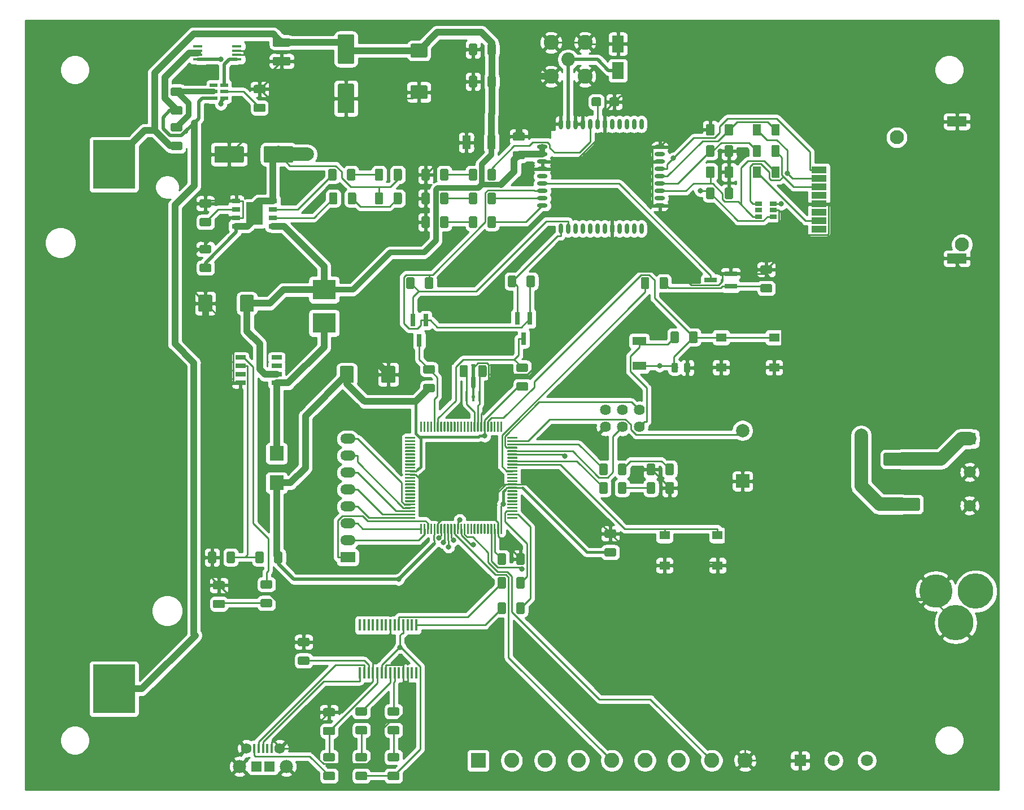
<source format=gtl>
G04 #@! TF.GenerationSoftware,KiCad,Pcbnew,(5.1.4)-1*
G04 #@! TF.CreationDate,2019-12-23T17:53:35+01:00*
G04 #@! TF.ProjectId,Project1.1,50726f6a-6563-4743-912e-312e6b696361,1.0*
G04 #@! TF.SameCoordinates,Original*
G04 #@! TF.FileFunction,Copper,L1,Top*
G04 #@! TF.FilePolarity,Positive*
%FSLAX46Y46*%
G04 Gerber Fmt 4.6, Leading zero omitted, Abs format (unit mm)*
G04 Created by KiCad (PCBNEW (5.1.4)-1) date 2019-12-23 17:53:35*
%MOMM*%
%LPD*%
G04 APERTURE LIST*
%ADD10C,0.100000*%
%ADD11R,6.350000X7.340000*%
%ADD12R,1.150000X0.600000*%
%ADD13C,1.250000*%
%ADD14C,2.075000*%
%ADD15R,2.000000X1.250000*%
%ADD16C,0.975000*%
%ADD17R,1.060000X0.650000*%
%ADD18R,1.250000X2.000000*%
%ADD19C,1.350000*%
%ADD20C,2.500000*%
%ADD21R,1.526000X0.650000*%
%ADD22R,1.800000X2.500000*%
%ADD23C,2.050000*%
%ADD24C,2.250000*%
%ADD25R,2.300000X1.000000*%
%ADD26C,2.100000*%
%ADD27R,2.950000X1.500000*%
%ADD28R,1.300000X0.700000*%
%ADD29R,3.500000X3.000000*%
%ADD30R,1.900000X0.800000*%
%ADD31R,0.800000X1.900000*%
%ADD32R,1.550000X1.300000*%
%ADD33O,0.600000X1.600000*%
%ADD34O,1.600000X0.600000*%
%ADD35C,5.300000*%
%ADD36C,5.000000*%
%ADD37R,2.000000X2.000000*%
%ADD38C,2.000000*%
%ADD39C,1.925000*%
%ADD40C,1.625600*%
%ADD41R,2.250000X2.250000*%
%ADD42C,1.800000*%
%ADD43R,1.800000X1.800000*%
%ADD44R,2.286000X1.524000*%
%ADD45O,2.286000X1.524000*%
%ADD46R,0.400000X1.350000*%
%ADD47C,1.582000*%
%ADD48C,1.980000*%
%ADD49R,1.500000X1.550000*%
%ADD50R,1.475000X0.450000*%
%ADD51C,0.300000*%
%ADD52R,0.450000X1.750000*%
%ADD53R,0.300000X1.600000*%
%ADD54R,2.150000X2.200000*%
%ADD55C,1.000000*%
%ADD56C,0.800000*%
%ADD57C,0.250000*%
%ADD58C,1.000000*%
%ADD59C,0.812800*%
%ADD60C,0.508000*%
%ADD61C,0.381000*%
%ADD62C,2.000000*%
%ADD63C,0.254000*%
G04 APERTURE END LIST*
D10*
G36*
X92271740Y-64594000D02*
G01*
X94672000Y-64594000D01*
X94672000Y-67994370D01*
X92271740Y-67994370D01*
X92271740Y-64594000D01*
G37*
D11*
X72390000Y-58928000D03*
X72390000Y-137588000D03*
D12*
X88938000Y-48956000D03*
X88938000Y-48006000D03*
X88938000Y-47056000D03*
X87338000Y-47056000D03*
X87338000Y-48006000D03*
X87338000Y-48956000D03*
D10*
G36*
X82437504Y-47382204D02*
G01*
X82461773Y-47385804D01*
X82485571Y-47391765D01*
X82508671Y-47400030D01*
X82530849Y-47410520D01*
X82551893Y-47423133D01*
X82571598Y-47437747D01*
X82589777Y-47454223D01*
X82606253Y-47472402D01*
X82620867Y-47492107D01*
X82633480Y-47513151D01*
X82643970Y-47535329D01*
X82652235Y-47558429D01*
X82658196Y-47582227D01*
X82661796Y-47606496D01*
X82663000Y-47631000D01*
X82663000Y-48381000D01*
X82661796Y-48405504D01*
X82658196Y-48429773D01*
X82652235Y-48453571D01*
X82643970Y-48476671D01*
X82633480Y-48498849D01*
X82620867Y-48519893D01*
X82606253Y-48539598D01*
X82589777Y-48557777D01*
X82571598Y-48574253D01*
X82551893Y-48588867D01*
X82530849Y-48601480D01*
X82508671Y-48611970D01*
X82485571Y-48620235D01*
X82461773Y-48626196D01*
X82437504Y-48629796D01*
X82413000Y-48631000D01*
X81163000Y-48631000D01*
X81138496Y-48629796D01*
X81114227Y-48626196D01*
X81090429Y-48620235D01*
X81067329Y-48611970D01*
X81045151Y-48601480D01*
X81024107Y-48588867D01*
X81004402Y-48574253D01*
X80986223Y-48557777D01*
X80969747Y-48539598D01*
X80955133Y-48519893D01*
X80942520Y-48498849D01*
X80932030Y-48476671D01*
X80923765Y-48453571D01*
X80917804Y-48429773D01*
X80914204Y-48405504D01*
X80913000Y-48381000D01*
X80913000Y-47631000D01*
X80914204Y-47606496D01*
X80917804Y-47582227D01*
X80923765Y-47558429D01*
X80932030Y-47535329D01*
X80942520Y-47513151D01*
X80955133Y-47492107D01*
X80969747Y-47472402D01*
X80986223Y-47454223D01*
X81004402Y-47437747D01*
X81024107Y-47423133D01*
X81045151Y-47410520D01*
X81067329Y-47400030D01*
X81090429Y-47391765D01*
X81114227Y-47385804D01*
X81138496Y-47382204D01*
X81163000Y-47381000D01*
X82413000Y-47381000D01*
X82437504Y-47382204D01*
X82437504Y-47382204D01*
G37*
D13*
X81788000Y-48006000D03*
D10*
G36*
X82437504Y-50182204D02*
G01*
X82461773Y-50185804D01*
X82485571Y-50191765D01*
X82508671Y-50200030D01*
X82530849Y-50210520D01*
X82551893Y-50223133D01*
X82571598Y-50237747D01*
X82589777Y-50254223D01*
X82606253Y-50272402D01*
X82620867Y-50292107D01*
X82633480Y-50313151D01*
X82643970Y-50335329D01*
X82652235Y-50358429D01*
X82658196Y-50382227D01*
X82661796Y-50406496D01*
X82663000Y-50431000D01*
X82663000Y-51181000D01*
X82661796Y-51205504D01*
X82658196Y-51229773D01*
X82652235Y-51253571D01*
X82643970Y-51276671D01*
X82633480Y-51298849D01*
X82620867Y-51319893D01*
X82606253Y-51339598D01*
X82589777Y-51357777D01*
X82571598Y-51374253D01*
X82551893Y-51388867D01*
X82530849Y-51401480D01*
X82508671Y-51411970D01*
X82485571Y-51420235D01*
X82461773Y-51426196D01*
X82437504Y-51429796D01*
X82413000Y-51431000D01*
X81163000Y-51431000D01*
X81138496Y-51429796D01*
X81114227Y-51426196D01*
X81090429Y-51420235D01*
X81067329Y-51411970D01*
X81045151Y-51401480D01*
X81024107Y-51388867D01*
X81004402Y-51374253D01*
X80986223Y-51357777D01*
X80969747Y-51339598D01*
X80955133Y-51319893D01*
X80942520Y-51298849D01*
X80932030Y-51276671D01*
X80923765Y-51253571D01*
X80917804Y-51229773D01*
X80914204Y-51205504D01*
X80913000Y-51181000D01*
X80913000Y-50431000D01*
X80914204Y-50406496D01*
X80917804Y-50382227D01*
X80923765Y-50358429D01*
X80932030Y-50335329D01*
X80942520Y-50313151D01*
X80955133Y-50292107D01*
X80969747Y-50272402D01*
X80986223Y-50254223D01*
X81004402Y-50237747D01*
X81024107Y-50223133D01*
X81045151Y-50210520D01*
X81067329Y-50200030D01*
X81090429Y-50191765D01*
X81114227Y-50185804D01*
X81138496Y-50182204D01*
X81163000Y-50181000D01*
X82413000Y-50181000D01*
X82437504Y-50182204D01*
X82437504Y-50182204D01*
G37*
D13*
X81788000Y-50806000D03*
D10*
G36*
X93142504Y-78482204D02*
G01*
X93166773Y-78485804D01*
X93190571Y-78491765D01*
X93213671Y-78500030D01*
X93235849Y-78510520D01*
X93256893Y-78523133D01*
X93276598Y-78537747D01*
X93294777Y-78554223D01*
X93311253Y-78572402D01*
X93325867Y-78592107D01*
X93338480Y-78613151D01*
X93348970Y-78635329D01*
X93357235Y-78658429D01*
X93363196Y-78682227D01*
X93366796Y-78706496D01*
X93368000Y-78731000D01*
X93368000Y-80781000D01*
X93366796Y-80805504D01*
X93363196Y-80829773D01*
X93357235Y-80853571D01*
X93348970Y-80876671D01*
X93338480Y-80898849D01*
X93325867Y-80919893D01*
X93311253Y-80939598D01*
X93294777Y-80957777D01*
X93276598Y-80974253D01*
X93256893Y-80988867D01*
X93235849Y-81001480D01*
X93213671Y-81011970D01*
X93190571Y-81020235D01*
X93166773Y-81026196D01*
X93142504Y-81029796D01*
X93118000Y-81031000D01*
X91543000Y-81031000D01*
X91518496Y-81029796D01*
X91494227Y-81026196D01*
X91470429Y-81020235D01*
X91447329Y-81011970D01*
X91425151Y-81001480D01*
X91404107Y-80988867D01*
X91384402Y-80974253D01*
X91366223Y-80957777D01*
X91349747Y-80939598D01*
X91335133Y-80919893D01*
X91322520Y-80898849D01*
X91312030Y-80876671D01*
X91303765Y-80853571D01*
X91297804Y-80829773D01*
X91294204Y-80805504D01*
X91293000Y-80781000D01*
X91293000Y-78731000D01*
X91294204Y-78706496D01*
X91297804Y-78682227D01*
X91303765Y-78658429D01*
X91312030Y-78635329D01*
X91322520Y-78613151D01*
X91335133Y-78592107D01*
X91349747Y-78572402D01*
X91366223Y-78554223D01*
X91384402Y-78537747D01*
X91404107Y-78523133D01*
X91425151Y-78510520D01*
X91447329Y-78500030D01*
X91470429Y-78491765D01*
X91494227Y-78485804D01*
X91518496Y-78482204D01*
X91543000Y-78481000D01*
X93118000Y-78481000D01*
X93142504Y-78482204D01*
X93142504Y-78482204D01*
G37*
D14*
X92330500Y-79756000D03*
D10*
G36*
X86917504Y-78482204D02*
G01*
X86941773Y-78485804D01*
X86965571Y-78491765D01*
X86988671Y-78500030D01*
X87010849Y-78510520D01*
X87031893Y-78523133D01*
X87051598Y-78537747D01*
X87069777Y-78554223D01*
X87086253Y-78572402D01*
X87100867Y-78592107D01*
X87113480Y-78613151D01*
X87123970Y-78635329D01*
X87132235Y-78658429D01*
X87138196Y-78682227D01*
X87141796Y-78706496D01*
X87143000Y-78731000D01*
X87143000Y-80781000D01*
X87141796Y-80805504D01*
X87138196Y-80829773D01*
X87132235Y-80853571D01*
X87123970Y-80876671D01*
X87113480Y-80898849D01*
X87100867Y-80919893D01*
X87086253Y-80939598D01*
X87069777Y-80957777D01*
X87051598Y-80974253D01*
X87031893Y-80988867D01*
X87010849Y-81001480D01*
X86988671Y-81011970D01*
X86965571Y-81020235D01*
X86941773Y-81026196D01*
X86917504Y-81029796D01*
X86893000Y-81031000D01*
X85318000Y-81031000D01*
X85293496Y-81029796D01*
X85269227Y-81026196D01*
X85245429Y-81020235D01*
X85222329Y-81011970D01*
X85200151Y-81001480D01*
X85179107Y-80988867D01*
X85159402Y-80974253D01*
X85141223Y-80957777D01*
X85124747Y-80939598D01*
X85110133Y-80919893D01*
X85097520Y-80898849D01*
X85087030Y-80876671D01*
X85078765Y-80853571D01*
X85072804Y-80829773D01*
X85069204Y-80805504D01*
X85068000Y-80781000D01*
X85068000Y-78731000D01*
X85069204Y-78706496D01*
X85072804Y-78682227D01*
X85078765Y-78658429D01*
X85087030Y-78635329D01*
X85097520Y-78613151D01*
X85110133Y-78592107D01*
X85124747Y-78572402D01*
X85141223Y-78554223D01*
X85159402Y-78537747D01*
X85179107Y-78523133D01*
X85200151Y-78510520D01*
X85222329Y-78500030D01*
X85245429Y-78491765D01*
X85269227Y-78485804D01*
X85293496Y-78482204D01*
X85318000Y-78481000D01*
X86893000Y-78481000D01*
X86917504Y-78482204D01*
X86917504Y-78482204D01*
G37*
D14*
X86105500Y-79756000D03*
D15*
X151130000Y-85404000D03*
X151130000Y-89154000D03*
D10*
G36*
X115337504Y-63134204D02*
G01*
X115361773Y-63137804D01*
X115385571Y-63143765D01*
X115408671Y-63152030D01*
X115430849Y-63162520D01*
X115451893Y-63175133D01*
X115471598Y-63189747D01*
X115489777Y-63206223D01*
X115506253Y-63224402D01*
X115520867Y-63244107D01*
X115533480Y-63265151D01*
X115543970Y-63287329D01*
X115552235Y-63310429D01*
X115558196Y-63334227D01*
X115561796Y-63358496D01*
X115563000Y-63383000D01*
X115563000Y-64633000D01*
X115561796Y-64657504D01*
X115558196Y-64681773D01*
X115552235Y-64705571D01*
X115543970Y-64728671D01*
X115533480Y-64750849D01*
X115520867Y-64771893D01*
X115506253Y-64791598D01*
X115489777Y-64809777D01*
X115471598Y-64826253D01*
X115451893Y-64840867D01*
X115430849Y-64853480D01*
X115408671Y-64863970D01*
X115385571Y-64872235D01*
X115361773Y-64878196D01*
X115337504Y-64881796D01*
X115313000Y-64883000D01*
X114563000Y-64883000D01*
X114538496Y-64881796D01*
X114514227Y-64878196D01*
X114490429Y-64872235D01*
X114467329Y-64863970D01*
X114445151Y-64853480D01*
X114424107Y-64840867D01*
X114404402Y-64826253D01*
X114386223Y-64809777D01*
X114369747Y-64791598D01*
X114355133Y-64771893D01*
X114342520Y-64750849D01*
X114332030Y-64728671D01*
X114323765Y-64705571D01*
X114317804Y-64681773D01*
X114314204Y-64657504D01*
X114313000Y-64633000D01*
X114313000Y-63383000D01*
X114314204Y-63358496D01*
X114317804Y-63334227D01*
X114323765Y-63310429D01*
X114332030Y-63287329D01*
X114342520Y-63265151D01*
X114355133Y-63244107D01*
X114369747Y-63224402D01*
X114386223Y-63206223D01*
X114404402Y-63189747D01*
X114424107Y-63175133D01*
X114445151Y-63162520D01*
X114467329Y-63152030D01*
X114490429Y-63143765D01*
X114514227Y-63137804D01*
X114538496Y-63134204D01*
X114563000Y-63133000D01*
X115313000Y-63133000D01*
X115337504Y-63134204D01*
X115337504Y-63134204D01*
G37*
D13*
X114938000Y-64008000D03*
D10*
G36*
X112537504Y-63134204D02*
G01*
X112561773Y-63137804D01*
X112585571Y-63143765D01*
X112608671Y-63152030D01*
X112630849Y-63162520D01*
X112651893Y-63175133D01*
X112671598Y-63189747D01*
X112689777Y-63206223D01*
X112706253Y-63224402D01*
X112720867Y-63244107D01*
X112733480Y-63265151D01*
X112743970Y-63287329D01*
X112752235Y-63310429D01*
X112758196Y-63334227D01*
X112761796Y-63358496D01*
X112763000Y-63383000D01*
X112763000Y-64633000D01*
X112761796Y-64657504D01*
X112758196Y-64681773D01*
X112752235Y-64705571D01*
X112743970Y-64728671D01*
X112733480Y-64750849D01*
X112720867Y-64771893D01*
X112706253Y-64791598D01*
X112689777Y-64809777D01*
X112671598Y-64826253D01*
X112651893Y-64840867D01*
X112630849Y-64853480D01*
X112608671Y-64863970D01*
X112585571Y-64872235D01*
X112561773Y-64878196D01*
X112537504Y-64881796D01*
X112513000Y-64883000D01*
X111763000Y-64883000D01*
X111738496Y-64881796D01*
X111714227Y-64878196D01*
X111690429Y-64872235D01*
X111667329Y-64863970D01*
X111645151Y-64853480D01*
X111624107Y-64840867D01*
X111604402Y-64826253D01*
X111586223Y-64809777D01*
X111569747Y-64791598D01*
X111555133Y-64771893D01*
X111542520Y-64750849D01*
X111532030Y-64728671D01*
X111523765Y-64705571D01*
X111517804Y-64681773D01*
X111514204Y-64657504D01*
X111513000Y-64633000D01*
X111513000Y-63383000D01*
X111514204Y-63358496D01*
X111517804Y-63334227D01*
X111523765Y-63310429D01*
X111532030Y-63287329D01*
X111542520Y-63265151D01*
X111555133Y-63244107D01*
X111569747Y-63224402D01*
X111586223Y-63206223D01*
X111604402Y-63189747D01*
X111624107Y-63175133D01*
X111645151Y-63162520D01*
X111667329Y-63152030D01*
X111690429Y-63143765D01*
X111714227Y-63137804D01*
X111738496Y-63134204D01*
X111763000Y-63133000D01*
X112513000Y-63133000D01*
X112537504Y-63134204D01*
X112537504Y-63134204D01*
G37*
D13*
X112138000Y-64008000D03*
D10*
G36*
X156732142Y-88709174D02*
G01*
X156755803Y-88712684D01*
X156779007Y-88718496D01*
X156801529Y-88726554D01*
X156823153Y-88736782D01*
X156843670Y-88749079D01*
X156862883Y-88763329D01*
X156880607Y-88779393D01*
X156896671Y-88797117D01*
X156910921Y-88816330D01*
X156923218Y-88836847D01*
X156933446Y-88858471D01*
X156941504Y-88880993D01*
X156947316Y-88904197D01*
X156950826Y-88927858D01*
X156952000Y-88951750D01*
X156952000Y-89864250D01*
X156950826Y-89888142D01*
X156947316Y-89911803D01*
X156941504Y-89935007D01*
X156933446Y-89957529D01*
X156923218Y-89979153D01*
X156910921Y-89999670D01*
X156896671Y-90018883D01*
X156880607Y-90036607D01*
X156862883Y-90052671D01*
X156843670Y-90066921D01*
X156823153Y-90079218D01*
X156801529Y-90089446D01*
X156779007Y-90097504D01*
X156755803Y-90103316D01*
X156732142Y-90106826D01*
X156708250Y-90108000D01*
X156220750Y-90108000D01*
X156196858Y-90106826D01*
X156173197Y-90103316D01*
X156149993Y-90097504D01*
X156127471Y-90089446D01*
X156105847Y-90079218D01*
X156085330Y-90066921D01*
X156066117Y-90052671D01*
X156048393Y-90036607D01*
X156032329Y-90018883D01*
X156018079Y-89999670D01*
X156005782Y-89979153D01*
X155995554Y-89957529D01*
X155987496Y-89935007D01*
X155981684Y-89911803D01*
X155978174Y-89888142D01*
X155977000Y-89864250D01*
X155977000Y-88951750D01*
X155978174Y-88927858D01*
X155981684Y-88904197D01*
X155987496Y-88880993D01*
X155995554Y-88858471D01*
X156005782Y-88836847D01*
X156018079Y-88816330D01*
X156032329Y-88797117D01*
X156048393Y-88779393D01*
X156066117Y-88763329D01*
X156085330Y-88749079D01*
X156105847Y-88736782D01*
X156127471Y-88726554D01*
X156149993Y-88718496D01*
X156173197Y-88712684D01*
X156196858Y-88709174D01*
X156220750Y-88708000D01*
X156708250Y-88708000D01*
X156732142Y-88709174D01*
X156732142Y-88709174D01*
G37*
D16*
X156464500Y-89408000D03*
D10*
G36*
X158607142Y-88709174D02*
G01*
X158630803Y-88712684D01*
X158654007Y-88718496D01*
X158676529Y-88726554D01*
X158698153Y-88736782D01*
X158718670Y-88749079D01*
X158737883Y-88763329D01*
X158755607Y-88779393D01*
X158771671Y-88797117D01*
X158785921Y-88816330D01*
X158798218Y-88836847D01*
X158808446Y-88858471D01*
X158816504Y-88880993D01*
X158822316Y-88904197D01*
X158825826Y-88927858D01*
X158827000Y-88951750D01*
X158827000Y-89864250D01*
X158825826Y-89888142D01*
X158822316Y-89911803D01*
X158816504Y-89935007D01*
X158808446Y-89957529D01*
X158798218Y-89979153D01*
X158785921Y-89999670D01*
X158771671Y-90018883D01*
X158755607Y-90036607D01*
X158737883Y-90052671D01*
X158718670Y-90066921D01*
X158698153Y-90079218D01*
X158676529Y-90089446D01*
X158654007Y-90097504D01*
X158630803Y-90103316D01*
X158607142Y-90106826D01*
X158583250Y-90108000D01*
X158095750Y-90108000D01*
X158071858Y-90106826D01*
X158048197Y-90103316D01*
X158024993Y-90097504D01*
X158002471Y-90089446D01*
X157980847Y-90079218D01*
X157960330Y-90066921D01*
X157941117Y-90052671D01*
X157923393Y-90036607D01*
X157907329Y-90018883D01*
X157893079Y-89999670D01*
X157880782Y-89979153D01*
X157870554Y-89957529D01*
X157862496Y-89935007D01*
X157856684Y-89911803D01*
X157853174Y-89888142D01*
X157852000Y-89864250D01*
X157852000Y-88951750D01*
X157853174Y-88927858D01*
X157856684Y-88904197D01*
X157862496Y-88880993D01*
X157870554Y-88858471D01*
X157880782Y-88836847D01*
X157893079Y-88816330D01*
X157907329Y-88797117D01*
X157923393Y-88779393D01*
X157941117Y-88763329D01*
X157960330Y-88749079D01*
X157980847Y-88736782D01*
X158002471Y-88726554D01*
X158024993Y-88718496D01*
X158048197Y-88712684D01*
X158071858Y-88709174D01*
X158095750Y-88708000D01*
X158583250Y-88708000D01*
X158607142Y-88709174D01*
X158607142Y-88709174D01*
G37*
D16*
X158339500Y-89408000D03*
D10*
G36*
X114350004Y-89150204D02*
G01*
X114374273Y-89153804D01*
X114398071Y-89159765D01*
X114421171Y-89168030D01*
X114443349Y-89178520D01*
X114464393Y-89191133D01*
X114484098Y-89205747D01*
X114502277Y-89222223D01*
X114518753Y-89240402D01*
X114533367Y-89260107D01*
X114545980Y-89281151D01*
X114556470Y-89303329D01*
X114564735Y-89326429D01*
X114570696Y-89350227D01*
X114574296Y-89374496D01*
X114575500Y-89399000D01*
X114575500Y-91449000D01*
X114574296Y-91473504D01*
X114570696Y-91497773D01*
X114564735Y-91521571D01*
X114556470Y-91544671D01*
X114545980Y-91566849D01*
X114533367Y-91587893D01*
X114518753Y-91607598D01*
X114502277Y-91625777D01*
X114484098Y-91642253D01*
X114464393Y-91656867D01*
X114443349Y-91669480D01*
X114421171Y-91679970D01*
X114398071Y-91688235D01*
X114374273Y-91694196D01*
X114350004Y-91697796D01*
X114325500Y-91699000D01*
X112750500Y-91699000D01*
X112725996Y-91697796D01*
X112701727Y-91694196D01*
X112677929Y-91688235D01*
X112654829Y-91679970D01*
X112632651Y-91669480D01*
X112611607Y-91656867D01*
X112591902Y-91642253D01*
X112573723Y-91625777D01*
X112557247Y-91607598D01*
X112542633Y-91587893D01*
X112530020Y-91566849D01*
X112519530Y-91544671D01*
X112511265Y-91521571D01*
X112505304Y-91497773D01*
X112501704Y-91473504D01*
X112500500Y-91449000D01*
X112500500Y-89399000D01*
X112501704Y-89374496D01*
X112505304Y-89350227D01*
X112511265Y-89326429D01*
X112519530Y-89303329D01*
X112530020Y-89281151D01*
X112542633Y-89260107D01*
X112557247Y-89240402D01*
X112573723Y-89222223D01*
X112591902Y-89205747D01*
X112611607Y-89191133D01*
X112632651Y-89178520D01*
X112654829Y-89168030D01*
X112677929Y-89159765D01*
X112701727Y-89153804D01*
X112725996Y-89150204D01*
X112750500Y-89149000D01*
X114325500Y-89149000D01*
X114350004Y-89150204D01*
X114350004Y-89150204D01*
G37*
D14*
X113538000Y-90424000D03*
D10*
G36*
X108125004Y-89150204D02*
G01*
X108149273Y-89153804D01*
X108173071Y-89159765D01*
X108196171Y-89168030D01*
X108218349Y-89178520D01*
X108239393Y-89191133D01*
X108259098Y-89205747D01*
X108277277Y-89222223D01*
X108293753Y-89240402D01*
X108308367Y-89260107D01*
X108320980Y-89281151D01*
X108331470Y-89303329D01*
X108339735Y-89326429D01*
X108345696Y-89350227D01*
X108349296Y-89374496D01*
X108350500Y-89399000D01*
X108350500Y-91449000D01*
X108349296Y-91473504D01*
X108345696Y-91497773D01*
X108339735Y-91521571D01*
X108331470Y-91544671D01*
X108320980Y-91566849D01*
X108308367Y-91587893D01*
X108293753Y-91607598D01*
X108277277Y-91625777D01*
X108259098Y-91642253D01*
X108239393Y-91656867D01*
X108218349Y-91669480D01*
X108196171Y-91679970D01*
X108173071Y-91688235D01*
X108149273Y-91694196D01*
X108125004Y-91697796D01*
X108100500Y-91699000D01*
X106525500Y-91699000D01*
X106500996Y-91697796D01*
X106476727Y-91694196D01*
X106452929Y-91688235D01*
X106429829Y-91679970D01*
X106407651Y-91669480D01*
X106386607Y-91656867D01*
X106366902Y-91642253D01*
X106348723Y-91625777D01*
X106332247Y-91607598D01*
X106317633Y-91587893D01*
X106305020Y-91566849D01*
X106294530Y-91544671D01*
X106286265Y-91521571D01*
X106280304Y-91497773D01*
X106276704Y-91473504D01*
X106275500Y-91449000D01*
X106275500Y-89399000D01*
X106276704Y-89374496D01*
X106280304Y-89350227D01*
X106286265Y-89326429D01*
X106294530Y-89303329D01*
X106305020Y-89281151D01*
X106317633Y-89260107D01*
X106332247Y-89240402D01*
X106348723Y-89222223D01*
X106366902Y-89205747D01*
X106386607Y-89191133D01*
X106407651Y-89178520D01*
X106429829Y-89168030D01*
X106452929Y-89159765D01*
X106476727Y-89153804D01*
X106500996Y-89150204D01*
X106525500Y-89149000D01*
X108100500Y-89149000D01*
X108125004Y-89150204D01*
X108125004Y-89150204D01*
G37*
D14*
X107313000Y-90424000D03*
D17*
X171237000Y-66736000D03*
X171237000Y-65786000D03*
X171237000Y-64836000D03*
X169037000Y-64836000D03*
X169037000Y-66736000D03*
X169037000Y-65786000D03*
D18*
X125222000Y-55626000D03*
X128972000Y-55626000D03*
D10*
G36*
X86755504Y-71004204D02*
G01*
X86779773Y-71007804D01*
X86803571Y-71013765D01*
X86826671Y-71022030D01*
X86848849Y-71032520D01*
X86869893Y-71045133D01*
X86889598Y-71059747D01*
X86907777Y-71076223D01*
X86924253Y-71094402D01*
X86938867Y-71114107D01*
X86951480Y-71135151D01*
X86961970Y-71157329D01*
X86970235Y-71180429D01*
X86976196Y-71204227D01*
X86979796Y-71228496D01*
X86981000Y-71253000D01*
X86981000Y-72003000D01*
X86979796Y-72027504D01*
X86976196Y-72051773D01*
X86970235Y-72075571D01*
X86961970Y-72098671D01*
X86951480Y-72120849D01*
X86938867Y-72141893D01*
X86924253Y-72161598D01*
X86907777Y-72179777D01*
X86889598Y-72196253D01*
X86869893Y-72210867D01*
X86848849Y-72223480D01*
X86826671Y-72233970D01*
X86803571Y-72242235D01*
X86779773Y-72248196D01*
X86755504Y-72251796D01*
X86731000Y-72253000D01*
X85481000Y-72253000D01*
X85456496Y-72251796D01*
X85432227Y-72248196D01*
X85408429Y-72242235D01*
X85385329Y-72233970D01*
X85363151Y-72223480D01*
X85342107Y-72210867D01*
X85322402Y-72196253D01*
X85304223Y-72179777D01*
X85287747Y-72161598D01*
X85273133Y-72141893D01*
X85260520Y-72120849D01*
X85250030Y-72098671D01*
X85241765Y-72075571D01*
X85235804Y-72051773D01*
X85232204Y-72027504D01*
X85231000Y-72003000D01*
X85231000Y-71253000D01*
X85232204Y-71228496D01*
X85235804Y-71204227D01*
X85241765Y-71180429D01*
X85250030Y-71157329D01*
X85260520Y-71135151D01*
X85273133Y-71114107D01*
X85287747Y-71094402D01*
X85304223Y-71076223D01*
X85322402Y-71059747D01*
X85342107Y-71045133D01*
X85363151Y-71032520D01*
X85385329Y-71022030D01*
X85408429Y-71013765D01*
X85432227Y-71007804D01*
X85456496Y-71004204D01*
X85481000Y-71003000D01*
X86731000Y-71003000D01*
X86755504Y-71004204D01*
X86755504Y-71004204D01*
G37*
D13*
X86106000Y-71628000D03*
D10*
G36*
X86755504Y-73804204D02*
G01*
X86779773Y-73807804D01*
X86803571Y-73813765D01*
X86826671Y-73822030D01*
X86848849Y-73832520D01*
X86869893Y-73845133D01*
X86889598Y-73859747D01*
X86907777Y-73876223D01*
X86924253Y-73894402D01*
X86938867Y-73914107D01*
X86951480Y-73935151D01*
X86961970Y-73957329D01*
X86970235Y-73980429D01*
X86976196Y-74004227D01*
X86979796Y-74028496D01*
X86981000Y-74053000D01*
X86981000Y-74803000D01*
X86979796Y-74827504D01*
X86976196Y-74851773D01*
X86970235Y-74875571D01*
X86961970Y-74898671D01*
X86951480Y-74920849D01*
X86938867Y-74941893D01*
X86924253Y-74961598D01*
X86907777Y-74979777D01*
X86889598Y-74996253D01*
X86869893Y-75010867D01*
X86848849Y-75023480D01*
X86826671Y-75033970D01*
X86803571Y-75042235D01*
X86779773Y-75048196D01*
X86755504Y-75051796D01*
X86731000Y-75053000D01*
X85481000Y-75053000D01*
X85456496Y-75051796D01*
X85432227Y-75048196D01*
X85408429Y-75042235D01*
X85385329Y-75033970D01*
X85363151Y-75023480D01*
X85342107Y-75010867D01*
X85322402Y-74996253D01*
X85304223Y-74979777D01*
X85287747Y-74961598D01*
X85273133Y-74941893D01*
X85260520Y-74920849D01*
X85250030Y-74898671D01*
X85241765Y-74875571D01*
X85235804Y-74851773D01*
X85232204Y-74827504D01*
X85231000Y-74803000D01*
X85231000Y-74053000D01*
X85232204Y-74028496D01*
X85235804Y-74004227D01*
X85241765Y-73980429D01*
X85250030Y-73957329D01*
X85260520Y-73935151D01*
X85273133Y-73914107D01*
X85287747Y-73894402D01*
X85304223Y-73876223D01*
X85322402Y-73859747D01*
X85342107Y-73845133D01*
X85363151Y-73832520D01*
X85385329Y-73822030D01*
X85408429Y-73813765D01*
X85432227Y-73807804D01*
X85456496Y-73804204D01*
X85481000Y-73803000D01*
X86731000Y-73803000D01*
X86755504Y-73804204D01*
X86755504Y-73804204D01*
G37*
D13*
X86106000Y-74428000D03*
D10*
G36*
X119159504Y-40809204D02*
G01*
X119183773Y-40812804D01*
X119207571Y-40818765D01*
X119230671Y-40827030D01*
X119252849Y-40837520D01*
X119273893Y-40850133D01*
X119293598Y-40864747D01*
X119311777Y-40881223D01*
X119328253Y-40899402D01*
X119342867Y-40919107D01*
X119355480Y-40940151D01*
X119365970Y-40962329D01*
X119374235Y-40985429D01*
X119380196Y-41009227D01*
X119383796Y-41033496D01*
X119385000Y-41058000D01*
X119385000Y-42633000D01*
X119383796Y-42657504D01*
X119380196Y-42681773D01*
X119374235Y-42705571D01*
X119365970Y-42728671D01*
X119355480Y-42750849D01*
X119342867Y-42771893D01*
X119328253Y-42791598D01*
X119311777Y-42809777D01*
X119293598Y-42826253D01*
X119273893Y-42840867D01*
X119252849Y-42853480D01*
X119230671Y-42863970D01*
X119207571Y-42872235D01*
X119183773Y-42878196D01*
X119159504Y-42881796D01*
X119135000Y-42883000D01*
X117085000Y-42883000D01*
X117060496Y-42881796D01*
X117036227Y-42878196D01*
X117012429Y-42872235D01*
X116989329Y-42863970D01*
X116967151Y-42853480D01*
X116946107Y-42840867D01*
X116926402Y-42826253D01*
X116908223Y-42809777D01*
X116891747Y-42791598D01*
X116877133Y-42771893D01*
X116864520Y-42750849D01*
X116854030Y-42728671D01*
X116845765Y-42705571D01*
X116839804Y-42681773D01*
X116836204Y-42657504D01*
X116835000Y-42633000D01*
X116835000Y-41058000D01*
X116836204Y-41033496D01*
X116839804Y-41009227D01*
X116845765Y-40985429D01*
X116854030Y-40962329D01*
X116864520Y-40940151D01*
X116877133Y-40919107D01*
X116891747Y-40899402D01*
X116908223Y-40881223D01*
X116926402Y-40864747D01*
X116946107Y-40850133D01*
X116967151Y-40837520D01*
X116989329Y-40827030D01*
X117012429Y-40818765D01*
X117036227Y-40812804D01*
X117060496Y-40809204D01*
X117085000Y-40808000D01*
X119135000Y-40808000D01*
X119159504Y-40809204D01*
X119159504Y-40809204D01*
G37*
D14*
X118110000Y-41845500D03*
D10*
G36*
X119159504Y-47034204D02*
G01*
X119183773Y-47037804D01*
X119207571Y-47043765D01*
X119230671Y-47052030D01*
X119252849Y-47062520D01*
X119273893Y-47075133D01*
X119293598Y-47089747D01*
X119311777Y-47106223D01*
X119328253Y-47124402D01*
X119342867Y-47144107D01*
X119355480Y-47165151D01*
X119365970Y-47187329D01*
X119374235Y-47210429D01*
X119380196Y-47234227D01*
X119383796Y-47258496D01*
X119385000Y-47283000D01*
X119385000Y-48858000D01*
X119383796Y-48882504D01*
X119380196Y-48906773D01*
X119374235Y-48930571D01*
X119365970Y-48953671D01*
X119355480Y-48975849D01*
X119342867Y-48996893D01*
X119328253Y-49016598D01*
X119311777Y-49034777D01*
X119293598Y-49051253D01*
X119273893Y-49065867D01*
X119252849Y-49078480D01*
X119230671Y-49088970D01*
X119207571Y-49097235D01*
X119183773Y-49103196D01*
X119159504Y-49106796D01*
X119135000Y-49108000D01*
X117085000Y-49108000D01*
X117060496Y-49106796D01*
X117036227Y-49103196D01*
X117012429Y-49097235D01*
X116989329Y-49088970D01*
X116967151Y-49078480D01*
X116946107Y-49065867D01*
X116926402Y-49051253D01*
X116908223Y-49034777D01*
X116891747Y-49016598D01*
X116877133Y-48996893D01*
X116864520Y-48975849D01*
X116854030Y-48953671D01*
X116845765Y-48930571D01*
X116839804Y-48906773D01*
X116836204Y-48882504D01*
X116835000Y-48858000D01*
X116835000Y-47283000D01*
X116836204Y-47258496D01*
X116839804Y-47234227D01*
X116845765Y-47210429D01*
X116854030Y-47187329D01*
X116864520Y-47165151D01*
X116877133Y-47144107D01*
X116891747Y-47124402D01*
X116908223Y-47106223D01*
X116926402Y-47089747D01*
X116946107Y-47075133D01*
X116967151Y-47062520D01*
X116989329Y-47052030D01*
X117012429Y-47043765D01*
X117036227Y-47037804D01*
X117060496Y-47034204D01*
X117085000Y-47033000D01*
X119135000Y-47033000D01*
X119159504Y-47034204D01*
X119159504Y-47034204D01*
G37*
D14*
X118110000Y-48070500D03*
D10*
G36*
X145174505Y-48856204D02*
G01*
X145198773Y-48859804D01*
X145222572Y-48865765D01*
X145245671Y-48874030D01*
X145267850Y-48884520D01*
X145288893Y-48897132D01*
X145308599Y-48911747D01*
X145326777Y-48928223D01*
X145343253Y-48946401D01*
X145357868Y-48966107D01*
X145370480Y-48987150D01*
X145380970Y-49009329D01*
X145389235Y-49032428D01*
X145395196Y-49056227D01*
X145398796Y-49080495D01*
X145400000Y-49104999D01*
X145400000Y-49955001D01*
X145398796Y-49979505D01*
X145395196Y-50003773D01*
X145389235Y-50027572D01*
X145380970Y-50050671D01*
X145370480Y-50072850D01*
X145357868Y-50093893D01*
X145343253Y-50113599D01*
X145326777Y-50131777D01*
X145308599Y-50148253D01*
X145288893Y-50162868D01*
X145267850Y-50175480D01*
X145245671Y-50185970D01*
X145222572Y-50194235D01*
X145198773Y-50200196D01*
X145174505Y-50203796D01*
X145150001Y-50205000D01*
X144249999Y-50205000D01*
X144225495Y-50203796D01*
X144201227Y-50200196D01*
X144177428Y-50194235D01*
X144154329Y-50185970D01*
X144132150Y-50175480D01*
X144111107Y-50162868D01*
X144091401Y-50148253D01*
X144073223Y-50131777D01*
X144056747Y-50113599D01*
X144042132Y-50093893D01*
X144029520Y-50072850D01*
X144019030Y-50050671D01*
X144010765Y-50027572D01*
X144004804Y-50003773D01*
X144001204Y-49979505D01*
X144000000Y-49955001D01*
X144000000Y-49104999D01*
X144001204Y-49080495D01*
X144004804Y-49056227D01*
X144010765Y-49032428D01*
X144019030Y-49009329D01*
X144029520Y-48987150D01*
X144042132Y-48966107D01*
X144056747Y-48946401D01*
X144073223Y-48928223D01*
X144091401Y-48911747D01*
X144111107Y-48897132D01*
X144132150Y-48884520D01*
X144154329Y-48874030D01*
X144177428Y-48865765D01*
X144201227Y-48859804D01*
X144225495Y-48856204D01*
X144249999Y-48855000D01*
X145150001Y-48855000D01*
X145174505Y-48856204D01*
X145174505Y-48856204D01*
G37*
D19*
X144700000Y-49530000D03*
D10*
G36*
X147874505Y-48856204D02*
G01*
X147898773Y-48859804D01*
X147922572Y-48865765D01*
X147945671Y-48874030D01*
X147967850Y-48884520D01*
X147988893Y-48897132D01*
X148008599Y-48911747D01*
X148026777Y-48928223D01*
X148043253Y-48946401D01*
X148057868Y-48966107D01*
X148070480Y-48987150D01*
X148080970Y-49009329D01*
X148089235Y-49032428D01*
X148095196Y-49056227D01*
X148098796Y-49080495D01*
X148100000Y-49104999D01*
X148100000Y-49955001D01*
X148098796Y-49979505D01*
X148095196Y-50003773D01*
X148089235Y-50027572D01*
X148080970Y-50050671D01*
X148070480Y-50072850D01*
X148057868Y-50093893D01*
X148043253Y-50113599D01*
X148026777Y-50131777D01*
X148008599Y-50148253D01*
X147988893Y-50162868D01*
X147967850Y-50175480D01*
X147945671Y-50185970D01*
X147922572Y-50194235D01*
X147898773Y-50200196D01*
X147874505Y-50203796D01*
X147850001Y-50205000D01*
X146949999Y-50205000D01*
X146925495Y-50203796D01*
X146901227Y-50200196D01*
X146877428Y-50194235D01*
X146854329Y-50185970D01*
X146832150Y-50175480D01*
X146811107Y-50162868D01*
X146791401Y-50148253D01*
X146773223Y-50131777D01*
X146756747Y-50113599D01*
X146742132Y-50093893D01*
X146729520Y-50072850D01*
X146719030Y-50050671D01*
X146710765Y-50027572D01*
X146704804Y-50003773D01*
X146701204Y-49979505D01*
X146700000Y-49955001D01*
X146700000Y-49104999D01*
X146701204Y-49080495D01*
X146704804Y-49056227D01*
X146710765Y-49032428D01*
X146719030Y-49009329D01*
X146729520Y-48987150D01*
X146742132Y-48966107D01*
X146756747Y-48946401D01*
X146773223Y-48928223D01*
X146791401Y-48911747D01*
X146811107Y-48897132D01*
X146832150Y-48884520D01*
X146854329Y-48874030D01*
X146877428Y-48865765D01*
X146901227Y-48859804D01*
X146925495Y-48856204D01*
X146949999Y-48855000D01*
X147850001Y-48855000D01*
X147874505Y-48856204D01*
X147874505Y-48856204D01*
G37*
D19*
X147400000Y-49530000D03*
D10*
G36*
X164991504Y-59197204D02*
G01*
X165015773Y-59200804D01*
X165039571Y-59206765D01*
X165062671Y-59215030D01*
X165084849Y-59225520D01*
X165105893Y-59238133D01*
X165125598Y-59252747D01*
X165143777Y-59269223D01*
X165160253Y-59287402D01*
X165174867Y-59307107D01*
X165187480Y-59328151D01*
X165197970Y-59350329D01*
X165206235Y-59373429D01*
X165212196Y-59397227D01*
X165215796Y-59421496D01*
X165217000Y-59446000D01*
X165217000Y-60696000D01*
X165215796Y-60720504D01*
X165212196Y-60744773D01*
X165206235Y-60768571D01*
X165197970Y-60791671D01*
X165187480Y-60813849D01*
X165174867Y-60834893D01*
X165160253Y-60854598D01*
X165143777Y-60872777D01*
X165125598Y-60889253D01*
X165105893Y-60903867D01*
X165084849Y-60916480D01*
X165062671Y-60926970D01*
X165039571Y-60935235D01*
X165015773Y-60941196D01*
X164991504Y-60944796D01*
X164967000Y-60946000D01*
X164217000Y-60946000D01*
X164192496Y-60944796D01*
X164168227Y-60941196D01*
X164144429Y-60935235D01*
X164121329Y-60926970D01*
X164099151Y-60916480D01*
X164078107Y-60903867D01*
X164058402Y-60889253D01*
X164040223Y-60872777D01*
X164023747Y-60854598D01*
X164009133Y-60834893D01*
X163996520Y-60813849D01*
X163986030Y-60791671D01*
X163977765Y-60768571D01*
X163971804Y-60744773D01*
X163968204Y-60720504D01*
X163967000Y-60696000D01*
X163967000Y-59446000D01*
X163968204Y-59421496D01*
X163971804Y-59397227D01*
X163977765Y-59373429D01*
X163986030Y-59350329D01*
X163996520Y-59328151D01*
X164009133Y-59307107D01*
X164023747Y-59287402D01*
X164040223Y-59269223D01*
X164058402Y-59252747D01*
X164078107Y-59238133D01*
X164099151Y-59225520D01*
X164121329Y-59215030D01*
X164144429Y-59206765D01*
X164168227Y-59200804D01*
X164192496Y-59197204D01*
X164217000Y-59196000D01*
X164967000Y-59196000D01*
X164991504Y-59197204D01*
X164991504Y-59197204D01*
G37*
D13*
X164592000Y-60071000D03*
D10*
G36*
X162191504Y-59197204D02*
G01*
X162215773Y-59200804D01*
X162239571Y-59206765D01*
X162262671Y-59215030D01*
X162284849Y-59225520D01*
X162305893Y-59238133D01*
X162325598Y-59252747D01*
X162343777Y-59269223D01*
X162360253Y-59287402D01*
X162374867Y-59307107D01*
X162387480Y-59328151D01*
X162397970Y-59350329D01*
X162406235Y-59373429D01*
X162412196Y-59397227D01*
X162415796Y-59421496D01*
X162417000Y-59446000D01*
X162417000Y-60696000D01*
X162415796Y-60720504D01*
X162412196Y-60744773D01*
X162406235Y-60768571D01*
X162397970Y-60791671D01*
X162387480Y-60813849D01*
X162374867Y-60834893D01*
X162360253Y-60854598D01*
X162343777Y-60872777D01*
X162325598Y-60889253D01*
X162305893Y-60903867D01*
X162284849Y-60916480D01*
X162262671Y-60926970D01*
X162239571Y-60935235D01*
X162215773Y-60941196D01*
X162191504Y-60944796D01*
X162167000Y-60946000D01*
X161417000Y-60946000D01*
X161392496Y-60944796D01*
X161368227Y-60941196D01*
X161344429Y-60935235D01*
X161321329Y-60926970D01*
X161299151Y-60916480D01*
X161278107Y-60903867D01*
X161258402Y-60889253D01*
X161240223Y-60872777D01*
X161223747Y-60854598D01*
X161209133Y-60834893D01*
X161196520Y-60813849D01*
X161186030Y-60791671D01*
X161177765Y-60768571D01*
X161171804Y-60744773D01*
X161168204Y-60720504D01*
X161167000Y-60696000D01*
X161167000Y-59446000D01*
X161168204Y-59421496D01*
X161171804Y-59397227D01*
X161177765Y-59373429D01*
X161186030Y-59350329D01*
X161196520Y-59328151D01*
X161209133Y-59307107D01*
X161223747Y-59287402D01*
X161240223Y-59269223D01*
X161258402Y-59252747D01*
X161278107Y-59238133D01*
X161299151Y-59225520D01*
X161321329Y-59215030D01*
X161344429Y-59206765D01*
X161368227Y-59200804D01*
X161392496Y-59197204D01*
X161417000Y-59196000D01*
X162167000Y-59196000D01*
X162191504Y-59197204D01*
X162191504Y-59197204D01*
G37*
D13*
X161792000Y-60071000D03*
D10*
G36*
X133745504Y-56910204D02*
G01*
X133769773Y-56913804D01*
X133793571Y-56919765D01*
X133816671Y-56928030D01*
X133838849Y-56938520D01*
X133859893Y-56951133D01*
X133879598Y-56965747D01*
X133897777Y-56982223D01*
X133914253Y-57000402D01*
X133928867Y-57020107D01*
X133941480Y-57041151D01*
X133951970Y-57063329D01*
X133960235Y-57086429D01*
X133966196Y-57110227D01*
X133969796Y-57134496D01*
X133971000Y-57159000D01*
X133971000Y-57909000D01*
X133969796Y-57933504D01*
X133966196Y-57957773D01*
X133960235Y-57981571D01*
X133951970Y-58004671D01*
X133941480Y-58026849D01*
X133928867Y-58047893D01*
X133914253Y-58067598D01*
X133897777Y-58085777D01*
X133879598Y-58102253D01*
X133859893Y-58116867D01*
X133838849Y-58129480D01*
X133816671Y-58139970D01*
X133793571Y-58148235D01*
X133769773Y-58154196D01*
X133745504Y-58157796D01*
X133721000Y-58159000D01*
X132471000Y-58159000D01*
X132446496Y-58157796D01*
X132422227Y-58154196D01*
X132398429Y-58148235D01*
X132375329Y-58139970D01*
X132353151Y-58129480D01*
X132332107Y-58116867D01*
X132312402Y-58102253D01*
X132294223Y-58085777D01*
X132277747Y-58067598D01*
X132263133Y-58047893D01*
X132250520Y-58026849D01*
X132240030Y-58004671D01*
X132231765Y-57981571D01*
X132225804Y-57957773D01*
X132222204Y-57933504D01*
X132221000Y-57909000D01*
X132221000Y-57159000D01*
X132222204Y-57134496D01*
X132225804Y-57110227D01*
X132231765Y-57086429D01*
X132240030Y-57063329D01*
X132250520Y-57041151D01*
X132263133Y-57020107D01*
X132277747Y-57000402D01*
X132294223Y-56982223D01*
X132312402Y-56965747D01*
X132332107Y-56951133D01*
X132353151Y-56938520D01*
X132375329Y-56928030D01*
X132398429Y-56919765D01*
X132422227Y-56913804D01*
X132446496Y-56910204D01*
X132471000Y-56909000D01*
X133721000Y-56909000D01*
X133745504Y-56910204D01*
X133745504Y-56910204D01*
G37*
D13*
X133096000Y-57534000D03*
D10*
G36*
X133745504Y-54110204D02*
G01*
X133769773Y-54113804D01*
X133793571Y-54119765D01*
X133816671Y-54128030D01*
X133838849Y-54138520D01*
X133859893Y-54151133D01*
X133879598Y-54165747D01*
X133897777Y-54182223D01*
X133914253Y-54200402D01*
X133928867Y-54220107D01*
X133941480Y-54241151D01*
X133951970Y-54263329D01*
X133960235Y-54286429D01*
X133966196Y-54310227D01*
X133969796Y-54334496D01*
X133971000Y-54359000D01*
X133971000Y-55109000D01*
X133969796Y-55133504D01*
X133966196Y-55157773D01*
X133960235Y-55181571D01*
X133951970Y-55204671D01*
X133941480Y-55226849D01*
X133928867Y-55247893D01*
X133914253Y-55267598D01*
X133897777Y-55285777D01*
X133879598Y-55302253D01*
X133859893Y-55316867D01*
X133838849Y-55329480D01*
X133816671Y-55339970D01*
X133793571Y-55348235D01*
X133769773Y-55354196D01*
X133745504Y-55357796D01*
X133721000Y-55359000D01*
X132471000Y-55359000D01*
X132446496Y-55357796D01*
X132422227Y-55354196D01*
X132398429Y-55348235D01*
X132375329Y-55339970D01*
X132353151Y-55329480D01*
X132332107Y-55316867D01*
X132312402Y-55302253D01*
X132294223Y-55285777D01*
X132277747Y-55267598D01*
X132263133Y-55247893D01*
X132250520Y-55226849D01*
X132240030Y-55204671D01*
X132231765Y-55181571D01*
X132225804Y-55157773D01*
X132222204Y-55133504D01*
X132221000Y-55109000D01*
X132221000Y-54359000D01*
X132222204Y-54334496D01*
X132225804Y-54310227D01*
X132231765Y-54286429D01*
X132240030Y-54263329D01*
X132250520Y-54241151D01*
X132263133Y-54220107D01*
X132277747Y-54200402D01*
X132294223Y-54182223D01*
X132312402Y-54165747D01*
X132332107Y-54151133D01*
X132353151Y-54138520D01*
X132375329Y-54128030D01*
X132398429Y-54119765D01*
X132422227Y-54113804D01*
X132446496Y-54110204D01*
X132471000Y-54109000D01*
X133721000Y-54109000D01*
X133745504Y-54110204D01*
X133745504Y-54110204D01*
G37*
D13*
X133096000Y-54734000D03*
D10*
G36*
X162191504Y-62372204D02*
G01*
X162215773Y-62375804D01*
X162239571Y-62381765D01*
X162262671Y-62390030D01*
X162284849Y-62400520D01*
X162305893Y-62413133D01*
X162325598Y-62427747D01*
X162343777Y-62444223D01*
X162360253Y-62462402D01*
X162374867Y-62482107D01*
X162387480Y-62503151D01*
X162397970Y-62525329D01*
X162406235Y-62548429D01*
X162412196Y-62572227D01*
X162415796Y-62596496D01*
X162417000Y-62621000D01*
X162417000Y-63871000D01*
X162415796Y-63895504D01*
X162412196Y-63919773D01*
X162406235Y-63943571D01*
X162397970Y-63966671D01*
X162387480Y-63988849D01*
X162374867Y-64009893D01*
X162360253Y-64029598D01*
X162343777Y-64047777D01*
X162325598Y-64064253D01*
X162305893Y-64078867D01*
X162284849Y-64091480D01*
X162262671Y-64101970D01*
X162239571Y-64110235D01*
X162215773Y-64116196D01*
X162191504Y-64119796D01*
X162167000Y-64121000D01*
X161417000Y-64121000D01*
X161392496Y-64119796D01*
X161368227Y-64116196D01*
X161344429Y-64110235D01*
X161321329Y-64101970D01*
X161299151Y-64091480D01*
X161278107Y-64078867D01*
X161258402Y-64064253D01*
X161240223Y-64047777D01*
X161223747Y-64029598D01*
X161209133Y-64009893D01*
X161196520Y-63988849D01*
X161186030Y-63966671D01*
X161177765Y-63943571D01*
X161171804Y-63919773D01*
X161168204Y-63895504D01*
X161167000Y-63871000D01*
X161167000Y-62621000D01*
X161168204Y-62596496D01*
X161171804Y-62572227D01*
X161177765Y-62548429D01*
X161186030Y-62525329D01*
X161196520Y-62503151D01*
X161209133Y-62482107D01*
X161223747Y-62462402D01*
X161240223Y-62444223D01*
X161258402Y-62427747D01*
X161278107Y-62413133D01*
X161299151Y-62400520D01*
X161321329Y-62390030D01*
X161344429Y-62381765D01*
X161368227Y-62375804D01*
X161392496Y-62372204D01*
X161417000Y-62371000D01*
X162167000Y-62371000D01*
X162191504Y-62372204D01*
X162191504Y-62372204D01*
G37*
D13*
X161792000Y-63246000D03*
D10*
G36*
X164991504Y-62372204D02*
G01*
X165015773Y-62375804D01*
X165039571Y-62381765D01*
X165062671Y-62390030D01*
X165084849Y-62400520D01*
X165105893Y-62413133D01*
X165125598Y-62427747D01*
X165143777Y-62444223D01*
X165160253Y-62462402D01*
X165174867Y-62482107D01*
X165187480Y-62503151D01*
X165197970Y-62525329D01*
X165206235Y-62548429D01*
X165212196Y-62572227D01*
X165215796Y-62596496D01*
X165217000Y-62621000D01*
X165217000Y-63871000D01*
X165215796Y-63895504D01*
X165212196Y-63919773D01*
X165206235Y-63943571D01*
X165197970Y-63966671D01*
X165187480Y-63988849D01*
X165174867Y-64009893D01*
X165160253Y-64029598D01*
X165143777Y-64047777D01*
X165125598Y-64064253D01*
X165105893Y-64078867D01*
X165084849Y-64091480D01*
X165062671Y-64101970D01*
X165039571Y-64110235D01*
X165015773Y-64116196D01*
X164991504Y-64119796D01*
X164967000Y-64121000D01*
X164217000Y-64121000D01*
X164192496Y-64119796D01*
X164168227Y-64116196D01*
X164144429Y-64110235D01*
X164121329Y-64101970D01*
X164099151Y-64091480D01*
X164078107Y-64078867D01*
X164058402Y-64064253D01*
X164040223Y-64047777D01*
X164023747Y-64029598D01*
X164009133Y-64009893D01*
X163996520Y-63988849D01*
X163986030Y-63966671D01*
X163977765Y-63943571D01*
X163971804Y-63919773D01*
X163968204Y-63895504D01*
X163967000Y-63871000D01*
X163967000Y-62621000D01*
X163968204Y-62596496D01*
X163971804Y-62572227D01*
X163977765Y-62548429D01*
X163986030Y-62525329D01*
X163996520Y-62503151D01*
X164009133Y-62482107D01*
X164023747Y-62462402D01*
X164040223Y-62444223D01*
X164058402Y-62427747D01*
X164078107Y-62413133D01*
X164099151Y-62400520D01*
X164121329Y-62390030D01*
X164144429Y-62381765D01*
X164168227Y-62375804D01*
X164192496Y-62372204D01*
X164217000Y-62371000D01*
X164967000Y-62371000D01*
X164991504Y-62372204D01*
X164991504Y-62372204D01*
G37*
D13*
X164592000Y-63246000D03*
D10*
G36*
X108212504Y-39423204D02*
G01*
X108236773Y-39426804D01*
X108260571Y-39432765D01*
X108283671Y-39441030D01*
X108305849Y-39451520D01*
X108326893Y-39464133D01*
X108346598Y-39478747D01*
X108364777Y-39495223D01*
X108381253Y-39513402D01*
X108395867Y-39533107D01*
X108408480Y-39554151D01*
X108418970Y-39576329D01*
X108427235Y-39599429D01*
X108433196Y-39623227D01*
X108436796Y-39647496D01*
X108438000Y-39672000D01*
X108438000Y-43572000D01*
X108436796Y-43596504D01*
X108433196Y-43620773D01*
X108427235Y-43644571D01*
X108418970Y-43667671D01*
X108408480Y-43689849D01*
X108395867Y-43710893D01*
X108381253Y-43730598D01*
X108364777Y-43748777D01*
X108346598Y-43765253D01*
X108326893Y-43779867D01*
X108305849Y-43792480D01*
X108283671Y-43802970D01*
X108260571Y-43811235D01*
X108236773Y-43817196D01*
X108212504Y-43820796D01*
X108188000Y-43822000D01*
X106188000Y-43822000D01*
X106163496Y-43820796D01*
X106139227Y-43817196D01*
X106115429Y-43811235D01*
X106092329Y-43802970D01*
X106070151Y-43792480D01*
X106049107Y-43779867D01*
X106029402Y-43765253D01*
X106011223Y-43748777D01*
X105994747Y-43730598D01*
X105980133Y-43710893D01*
X105967520Y-43689849D01*
X105957030Y-43667671D01*
X105948765Y-43644571D01*
X105942804Y-43620773D01*
X105939204Y-43596504D01*
X105938000Y-43572000D01*
X105938000Y-39672000D01*
X105939204Y-39647496D01*
X105942804Y-39623227D01*
X105948765Y-39599429D01*
X105957030Y-39576329D01*
X105967520Y-39554151D01*
X105980133Y-39533107D01*
X105994747Y-39513402D01*
X106011223Y-39495223D01*
X106029402Y-39478747D01*
X106049107Y-39464133D01*
X106070151Y-39451520D01*
X106092329Y-39441030D01*
X106115429Y-39432765D01*
X106139227Y-39426804D01*
X106163496Y-39423204D01*
X106188000Y-39422000D01*
X108188000Y-39422000D01*
X108212504Y-39423204D01*
X108212504Y-39423204D01*
G37*
D20*
X107188000Y-41622000D03*
D10*
G36*
X108212504Y-46823204D02*
G01*
X108236773Y-46826804D01*
X108260571Y-46832765D01*
X108283671Y-46841030D01*
X108305849Y-46851520D01*
X108326893Y-46864133D01*
X108346598Y-46878747D01*
X108364777Y-46895223D01*
X108381253Y-46913402D01*
X108395867Y-46933107D01*
X108408480Y-46954151D01*
X108418970Y-46976329D01*
X108427235Y-46999429D01*
X108433196Y-47023227D01*
X108436796Y-47047496D01*
X108438000Y-47072000D01*
X108438000Y-50972000D01*
X108436796Y-50996504D01*
X108433196Y-51020773D01*
X108427235Y-51044571D01*
X108418970Y-51067671D01*
X108408480Y-51089849D01*
X108395867Y-51110893D01*
X108381253Y-51130598D01*
X108364777Y-51148777D01*
X108346598Y-51165253D01*
X108326893Y-51179867D01*
X108305849Y-51192480D01*
X108283671Y-51202970D01*
X108260571Y-51211235D01*
X108236773Y-51217196D01*
X108212504Y-51220796D01*
X108188000Y-51222000D01*
X106188000Y-51222000D01*
X106163496Y-51220796D01*
X106139227Y-51217196D01*
X106115429Y-51211235D01*
X106092329Y-51202970D01*
X106070151Y-51192480D01*
X106049107Y-51179867D01*
X106029402Y-51165253D01*
X106011223Y-51148777D01*
X105994747Y-51130598D01*
X105980133Y-51110893D01*
X105967520Y-51089849D01*
X105957030Y-51067671D01*
X105948765Y-51044571D01*
X105942804Y-51020773D01*
X105939204Y-50996504D01*
X105938000Y-50972000D01*
X105938000Y-47072000D01*
X105939204Y-47047496D01*
X105942804Y-47023227D01*
X105948765Y-46999429D01*
X105957030Y-46976329D01*
X105967520Y-46954151D01*
X105980133Y-46933107D01*
X105994747Y-46913402D01*
X106011223Y-46895223D01*
X106029402Y-46878747D01*
X106049107Y-46864133D01*
X106070151Y-46851520D01*
X106092329Y-46841030D01*
X106115429Y-46832765D01*
X106139227Y-46826804D01*
X106163496Y-46823204D01*
X106188000Y-46822000D01*
X108188000Y-46822000D01*
X108212504Y-46823204D01*
X108212504Y-46823204D01*
G37*
D20*
X107188000Y-49022000D03*
D10*
G36*
X164991504Y-56022204D02*
G01*
X165015773Y-56025804D01*
X165039571Y-56031765D01*
X165062671Y-56040030D01*
X165084849Y-56050520D01*
X165105893Y-56063133D01*
X165125598Y-56077747D01*
X165143777Y-56094223D01*
X165160253Y-56112402D01*
X165174867Y-56132107D01*
X165187480Y-56153151D01*
X165197970Y-56175329D01*
X165206235Y-56198429D01*
X165212196Y-56222227D01*
X165215796Y-56246496D01*
X165217000Y-56271000D01*
X165217000Y-57521000D01*
X165215796Y-57545504D01*
X165212196Y-57569773D01*
X165206235Y-57593571D01*
X165197970Y-57616671D01*
X165187480Y-57638849D01*
X165174867Y-57659893D01*
X165160253Y-57679598D01*
X165143777Y-57697777D01*
X165125598Y-57714253D01*
X165105893Y-57728867D01*
X165084849Y-57741480D01*
X165062671Y-57751970D01*
X165039571Y-57760235D01*
X165015773Y-57766196D01*
X164991504Y-57769796D01*
X164967000Y-57771000D01*
X164217000Y-57771000D01*
X164192496Y-57769796D01*
X164168227Y-57766196D01*
X164144429Y-57760235D01*
X164121329Y-57751970D01*
X164099151Y-57741480D01*
X164078107Y-57728867D01*
X164058402Y-57714253D01*
X164040223Y-57697777D01*
X164023747Y-57679598D01*
X164009133Y-57659893D01*
X163996520Y-57638849D01*
X163986030Y-57616671D01*
X163977765Y-57593571D01*
X163971804Y-57569773D01*
X163968204Y-57545504D01*
X163967000Y-57521000D01*
X163967000Y-56271000D01*
X163968204Y-56246496D01*
X163971804Y-56222227D01*
X163977765Y-56198429D01*
X163986030Y-56175329D01*
X163996520Y-56153151D01*
X164009133Y-56132107D01*
X164023747Y-56112402D01*
X164040223Y-56094223D01*
X164058402Y-56077747D01*
X164078107Y-56063133D01*
X164099151Y-56050520D01*
X164121329Y-56040030D01*
X164144429Y-56031765D01*
X164168227Y-56025804D01*
X164192496Y-56022204D01*
X164217000Y-56021000D01*
X164967000Y-56021000D01*
X164991504Y-56022204D01*
X164991504Y-56022204D01*
G37*
D13*
X164592000Y-56896000D03*
D10*
G36*
X162191504Y-56022204D02*
G01*
X162215773Y-56025804D01*
X162239571Y-56031765D01*
X162262671Y-56040030D01*
X162284849Y-56050520D01*
X162305893Y-56063133D01*
X162325598Y-56077747D01*
X162343777Y-56094223D01*
X162360253Y-56112402D01*
X162374867Y-56132107D01*
X162387480Y-56153151D01*
X162397970Y-56175329D01*
X162406235Y-56198429D01*
X162412196Y-56222227D01*
X162415796Y-56246496D01*
X162417000Y-56271000D01*
X162417000Y-57521000D01*
X162415796Y-57545504D01*
X162412196Y-57569773D01*
X162406235Y-57593571D01*
X162397970Y-57616671D01*
X162387480Y-57638849D01*
X162374867Y-57659893D01*
X162360253Y-57679598D01*
X162343777Y-57697777D01*
X162325598Y-57714253D01*
X162305893Y-57728867D01*
X162284849Y-57741480D01*
X162262671Y-57751970D01*
X162239571Y-57760235D01*
X162215773Y-57766196D01*
X162191504Y-57769796D01*
X162167000Y-57771000D01*
X161417000Y-57771000D01*
X161392496Y-57769796D01*
X161368227Y-57766196D01*
X161344429Y-57760235D01*
X161321329Y-57751970D01*
X161299151Y-57741480D01*
X161278107Y-57728867D01*
X161258402Y-57714253D01*
X161240223Y-57697777D01*
X161223747Y-57679598D01*
X161209133Y-57659893D01*
X161196520Y-57638849D01*
X161186030Y-57616671D01*
X161177765Y-57593571D01*
X161171804Y-57569773D01*
X161168204Y-57545504D01*
X161167000Y-57521000D01*
X161167000Y-56271000D01*
X161168204Y-56246496D01*
X161171804Y-56222227D01*
X161177765Y-56198429D01*
X161186030Y-56175329D01*
X161196520Y-56153151D01*
X161209133Y-56132107D01*
X161223747Y-56112402D01*
X161240223Y-56094223D01*
X161258402Y-56077747D01*
X161278107Y-56063133D01*
X161299151Y-56050520D01*
X161321329Y-56040030D01*
X161344429Y-56031765D01*
X161368227Y-56025804D01*
X161392496Y-56022204D01*
X161417000Y-56021000D01*
X162167000Y-56021000D01*
X162191504Y-56022204D01*
X162191504Y-56022204D01*
G37*
D13*
X161792000Y-56896000D03*
D10*
G36*
X126631504Y-45608204D02*
G01*
X126655773Y-45611804D01*
X126679571Y-45617765D01*
X126702671Y-45626030D01*
X126724849Y-45636520D01*
X126745893Y-45649133D01*
X126765598Y-45663747D01*
X126783777Y-45680223D01*
X126800253Y-45698402D01*
X126814867Y-45718107D01*
X126827480Y-45739151D01*
X126837970Y-45761329D01*
X126846235Y-45784429D01*
X126852196Y-45808227D01*
X126855796Y-45832496D01*
X126857000Y-45857000D01*
X126857000Y-47107000D01*
X126855796Y-47131504D01*
X126852196Y-47155773D01*
X126846235Y-47179571D01*
X126837970Y-47202671D01*
X126827480Y-47224849D01*
X126814867Y-47245893D01*
X126800253Y-47265598D01*
X126783777Y-47283777D01*
X126765598Y-47300253D01*
X126745893Y-47314867D01*
X126724849Y-47327480D01*
X126702671Y-47337970D01*
X126679571Y-47346235D01*
X126655773Y-47352196D01*
X126631504Y-47355796D01*
X126607000Y-47357000D01*
X125857000Y-47357000D01*
X125832496Y-47355796D01*
X125808227Y-47352196D01*
X125784429Y-47346235D01*
X125761329Y-47337970D01*
X125739151Y-47327480D01*
X125718107Y-47314867D01*
X125698402Y-47300253D01*
X125680223Y-47283777D01*
X125663747Y-47265598D01*
X125649133Y-47245893D01*
X125636520Y-47224849D01*
X125626030Y-47202671D01*
X125617765Y-47179571D01*
X125611804Y-47155773D01*
X125608204Y-47131504D01*
X125607000Y-47107000D01*
X125607000Y-45857000D01*
X125608204Y-45832496D01*
X125611804Y-45808227D01*
X125617765Y-45784429D01*
X125626030Y-45761329D01*
X125636520Y-45739151D01*
X125649133Y-45718107D01*
X125663747Y-45698402D01*
X125680223Y-45680223D01*
X125698402Y-45663747D01*
X125718107Y-45649133D01*
X125739151Y-45636520D01*
X125761329Y-45626030D01*
X125784429Y-45617765D01*
X125808227Y-45611804D01*
X125832496Y-45608204D01*
X125857000Y-45607000D01*
X126607000Y-45607000D01*
X126631504Y-45608204D01*
X126631504Y-45608204D01*
G37*
D13*
X126232000Y-46482000D03*
D10*
G36*
X129431504Y-45608204D02*
G01*
X129455773Y-45611804D01*
X129479571Y-45617765D01*
X129502671Y-45626030D01*
X129524849Y-45636520D01*
X129545893Y-45649133D01*
X129565598Y-45663747D01*
X129583777Y-45680223D01*
X129600253Y-45698402D01*
X129614867Y-45718107D01*
X129627480Y-45739151D01*
X129637970Y-45761329D01*
X129646235Y-45784429D01*
X129652196Y-45808227D01*
X129655796Y-45832496D01*
X129657000Y-45857000D01*
X129657000Y-47107000D01*
X129655796Y-47131504D01*
X129652196Y-47155773D01*
X129646235Y-47179571D01*
X129637970Y-47202671D01*
X129627480Y-47224849D01*
X129614867Y-47245893D01*
X129600253Y-47265598D01*
X129583777Y-47283777D01*
X129565598Y-47300253D01*
X129545893Y-47314867D01*
X129524849Y-47327480D01*
X129502671Y-47337970D01*
X129479571Y-47346235D01*
X129455773Y-47352196D01*
X129431504Y-47355796D01*
X129407000Y-47357000D01*
X128657000Y-47357000D01*
X128632496Y-47355796D01*
X128608227Y-47352196D01*
X128584429Y-47346235D01*
X128561329Y-47337970D01*
X128539151Y-47327480D01*
X128518107Y-47314867D01*
X128498402Y-47300253D01*
X128480223Y-47283777D01*
X128463747Y-47265598D01*
X128449133Y-47245893D01*
X128436520Y-47224849D01*
X128426030Y-47202671D01*
X128417765Y-47179571D01*
X128411804Y-47155773D01*
X128408204Y-47131504D01*
X128407000Y-47107000D01*
X128407000Y-45857000D01*
X128408204Y-45832496D01*
X128411804Y-45808227D01*
X128417765Y-45784429D01*
X128426030Y-45761329D01*
X128436520Y-45739151D01*
X128449133Y-45718107D01*
X128463747Y-45698402D01*
X128480223Y-45680223D01*
X128498402Y-45663747D01*
X128518107Y-45649133D01*
X128539151Y-45636520D01*
X128561329Y-45626030D01*
X128584429Y-45617765D01*
X128608227Y-45611804D01*
X128632496Y-45608204D01*
X128657000Y-45607000D01*
X129407000Y-45607000D01*
X129431504Y-45608204D01*
X129431504Y-45608204D01*
G37*
D13*
X129032000Y-46482000D03*
D10*
G36*
X164991504Y-52847204D02*
G01*
X165015773Y-52850804D01*
X165039571Y-52856765D01*
X165062671Y-52865030D01*
X165084849Y-52875520D01*
X165105893Y-52888133D01*
X165125598Y-52902747D01*
X165143777Y-52919223D01*
X165160253Y-52937402D01*
X165174867Y-52957107D01*
X165187480Y-52978151D01*
X165197970Y-53000329D01*
X165206235Y-53023429D01*
X165212196Y-53047227D01*
X165215796Y-53071496D01*
X165217000Y-53096000D01*
X165217000Y-54346000D01*
X165215796Y-54370504D01*
X165212196Y-54394773D01*
X165206235Y-54418571D01*
X165197970Y-54441671D01*
X165187480Y-54463849D01*
X165174867Y-54484893D01*
X165160253Y-54504598D01*
X165143777Y-54522777D01*
X165125598Y-54539253D01*
X165105893Y-54553867D01*
X165084849Y-54566480D01*
X165062671Y-54576970D01*
X165039571Y-54585235D01*
X165015773Y-54591196D01*
X164991504Y-54594796D01*
X164967000Y-54596000D01*
X164217000Y-54596000D01*
X164192496Y-54594796D01*
X164168227Y-54591196D01*
X164144429Y-54585235D01*
X164121329Y-54576970D01*
X164099151Y-54566480D01*
X164078107Y-54553867D01*
X164058402Y-54539253D01*
X164040223Y-54522777D01*
X164023747Y-54504598D01*
X164009133Y-54484893D01*
X163996520Y-54463849D01*
X163986030Y-54441671D01*
X163977765Y-54418571D01*
X163971804Y-54394773D01*
X163968204Y-54370504D01*
X163967000Y-54346000D01*
X163967000Y-53096000D01*
X163968204Y-53071496D01*
X163971804Y-53047227D01*
X163977765Y-53023429D01*
X163986030Y-53000329D01*
X163996520Y-52978151D01*
X164009133Y-52957107D01*
X164023747Y-52937402D01*
X164040223Y-52919223D01*
X164058402Y-52902747D01*
X164078107Y-52888133D01*
X164099151Y-52875520D01*
X164121329Y-52865030D01*
X164144429Y-52856765D01*
X164168227Y-52850804D01*
X164192496Y-52847204D01*
X164217000Y-52846000D01*
X164967000Y-52846000D01*
X164991504Y-52847204D01*
X164991504Y-52847204D01*
G37*
D13*
X164592000Y-53721000D03*
D10*
G36*
X162191504Y-52847204D02*
G01*
X162215773Y-52850804D01*
X162239571Y-52856765D01*
X162262671Y-52865030D01*
X162284849Y-52875520D01*
X162305893Y-52888133D01*
X162325598Y-52902747D01*
X162343777Y-52919223D01*
X162360253Y-52937402D01*
X162374867Y-52957107D01*
X162387480Y-52978151D01*
X162397970Y-53000329D01*
X162406235Y-53023429D01*
X162412196Y-53047227D01*
X162415796Y-53071496D01*
X162417000Y-53096000D01*
X162417000Y-54346000D01*
X162415796Y-54370504D01*
X162412196Y-54394773D01*
X162406235Y-54418571D01*
X162397970Y-54441671D01*
X162387480Y-54463849D01*
X162374867Y-54484893D01*
X162360253Y-54504598D01*
X162343777Y-54522777D01*
X162325598Y-54539253D01*
X162305893Y-54553867D01*
X162284849Y-54566480D01*
X162262671Y-54576970D01*
X162239571Y-54585235D01*
X162215773Y-54591196D01*
X162191504Y-54594796D01*
X162167000Y-54596000D01*
X161417000Y-54596000D01*
X161392496Y-54594796D01*
X161368227Y-54591196D01*
X161344429Y-54585235D01*
X161321329Y-54576970D01*
X161299151Y-54566480D01*
X161278107Y-54553867D01*
X161258402Y-54539253D01*
X161240223Y-54522777D01*
X161223747Y-54504598D01*
X161209133Y-54484893D01*
X161196520Y-54463849D01*
X161186030Y-54441671D01*
X161177765Y-54418571D01*
X161171804Y-54394773D01*
X161168204Y-54370504D01*
X161167000Y-54346000D01*
X161167000Y-53096000D01*
X161168204Y-53071496D01*
X161171804Y-53047227D01*
X161177765Y-53023429D01*
X161186030Y-53000329D01*
X161196520Y-52978151D01*
X161209133Y-52957107D01*
X161223747Y-52937402D01*
X161240223Y-52919223D01*
X161258402Y-52902747D01*
X161278107Y-52888133D01*
X161299151Y-52875520D01*
X161321329Y-52865030D01*
X161344429Y-52856765D01*
X161368227Y-52850804D01*
X161392496Y-52847204D01*
X161417000Y-52846000D01*
X162167000Y-52846000D01*
X162191504Y-52847204D01*
X162191504Y-52847204D01*
G37*
D13*
X161792000Y-53721000D03*
D21*
X91350000Y-87884000D03*
X91350000Y-89154000D03*
X91350000Y-90424000D03*
X91350000Y-91694000D03*
X96774000Y-91694000D03*
X96774000Y-90424000D03*
X96774000Y-89154000D03*
X96774000Y-87884000D03*
D22*
X147955000Y-44831000D03*
X147955000Y-40831000D03*
D10*
G36*
X119519504Y-66690204D02*
G01*
X119543773Y-66693804D01*
X119567571Y-66699765D01*
X119590671Y-66708030D01*
X119612849Y-66718520D01*
X119633893Y-66731133D01*
X119653598Y-66745747D01*
X119671777Y-66762223D01*
X119688253Y-66780402D01*
X119702867Y-66800107D01*
X119715480Y-66821151D01*
X119725970Y-66843329D01*
X119734235Y-66866429D01*
X119740196Y-66890227D01*
X119743796Y-66914496D01*
X119745000Y-66939000D01*
X119745000Y-68189000D01*
X119743796Y-68213504D01*
X119740196Y-68237773D01*
X119734235Y-68261571D01*
X119725970Y-68284671D01*
X119715480Y-68306849D01*
X119702867Y-68327893D01*
X119688253Y-68347598D01*
X119671777Y-68365777D01*
X119653598Y-68382253D01*
X119633893Y-68396867D01*
X119612849Y-68409480D01*
X119590671Y-68419970D01*
X119567571Y-68428235D01*
X119543773Y-68434196D01*
X119519504Y-68437796D01*
X119495000Y-68439000D01*
X118745000Y-68439000D01*
X118720496Y-68437796D01*
X118696227Y-68434196D01*
X118672429Y-68428235D01*
X118649329Y-68419970D01*
X118627151Y-68409480D01*
X118606107Y-68396867D01*
X118586402Y-68382253D01*
X118568223Y-68365777D01*
X118551747Y-68347598D01*
X118537133Y-68327893D01*
X118524520Y-68306849D01*
X118514030Y-68284671D01*
X118505765Y-68261571D01*
X118499804Y-68237773D01*
X118496204Y-68213504D01*
X118495000Y-68189000D01*
X118495000Y-66939000D01*
X118496204Y-66914496D01*
X118499804Y-66890227D01*
X118505765Y-66866429D01*
X118514030Y-66843329D01*
X118524520Y-66821151D01*
X118537133Y-66800107D01*
X118551747Y-66780402D01*
X118568223Y-66762223D01*
X118586402Y-66745747D01*
X118606107Y-66731133D01*
X118627151Y-66718520D01*
X118649329Y-66708030D01*
X118672429Y-66699765D01*
X118696227Y-66693804D01*
X118720496Y-66690204D01*
X118745000Y-66689000D01*
X119495000Y-66689000D01*
X119519504Y-66690204D01*
X119519504Y-66690204D01*
G37*
D13*
X119120000Y-67564000D03*
D10*
G36*
X122319504Y-66690204D02*
G01*
X122343773Y-66693804D01*
X122367571Y-66699765D01*
X122390671Y-66708030D01*
X122412849Y-66718520D01*
X122433893Y-66731133D01*
X122453598Y-66745747D01*
X122471777Y-66762223D01*
X122488253Y-66780402D01*
X122502867Y-66800107D01*
X122515480Y-66821151D01*
X122525970Y-66843329D01*
X122534235Y-66866429D01*
X122540196Y-66890227D01*
X122543796Y-66914496D01*
X122545000Y-66939000D01*
X122545000Y-68189000D01*
X122543796Y-68213504D01*
X122540196Y-68237773D01*
X122534235Y-68261571D01*
X122525970Y-68284671D01*
X122515480Y-68306849D01*
X122502867Y-68327893D01*
X122488253Y-68347598D01*
X122471777Y-68365777D01*
X122453598Y-68382253D01*
X122433893Y-68396867D01*
X122412849Y-68409480D01*
X122390671Y-68419970D01*
X122367571Y-68428235D01*
X122343773Y-68434196D01*
X122319504Y-68437796D01*
X122295000Y-68439000D01*
X121545000Y-68439000D01*
X121520496Y-68437796D01*
X121496227Y-68434196D01*
X121472429Y-68428235D01*
X121449329Y-68419970D01*
X121427151Y-68409480D01*
X121406107Y-68396867D01*
X121386402Y-68382253D01*
X121368223Y-68365777D01*
X121351747Y-68347598D01*
X121337133Y-68327893D01*
X121324520Y-68306849D01*
X121314030Y-68284671D01*
X121305765Y-68261571D01*
X121299804Y-68237773D01*
X121296204Y-68213504D01*
X121295000Y-68189000D01*
X121295000Y-66939000D01*
X121296204Y-66914496D01*
X121299804Y-66890227D01*
X121305765Y-66866429D01*
X121314030Y-66843329D01*
X121324520Y-66821151D01*
X121337133Y-66800107D01*
X121351747Y-66780402D01*
X121368223Y-66762223D01*
X121386402Y-66745747D01*
X121406107Y-66731133D01*
X121427151Y-66718520D01*
X121449329Y-66708030D01*
X121472429Y-66699765D01*
X121496227Y-66693804D01*
X121520496Y-66690204D01*
X121545000Y-66689000D01*
X122295000Y-66689000D01*
X122319504Y-66690204D01*
X122319504Y-66690204D01*
G37*
D13*
X121920000Y-67564000D03*
D10*
G36*
X122319504Y-63134204D02*
G01*
X122343773Y-63137804D01*
X122367571Y-63143765D01*
X122390671Y-63152030D01*
X122412849Y-63162520D01*
X122433893Y-63175133D01*
X122453598Y-63189747D01*
X122471777Y-63206223D01*
X122488253Y-63224402D01*
X122502867Y-63244107D01*
X122515480Y-63265151D01*
X122525970Y-63287329D01*
X122534235Y-63310429D01*
X122540196Y-63334227D01*
X122543796Y-63358496D01*
X122545000Y-63383000D01*
X122545000Y-64633000D01*
X122543796Y-64657504D01*
X122540196Y-64681773D01*
X122534235Y-64705571D01*
X122525970Y-64728671D01*
X122515480Y-64750849D01*
X122502867Y-64771893D01*
X122488253Y-64791598D01*
X122471777Y-64809777D01*
X122453598Y-64826253D01*
X122433893Y-64840867D01*
X122412849Y-64853480D01*
X122390671Y-64863970D01*
X122367571Y-64872235D01*
X122343773Y-64878196D01*
X122319504Y-64881796D01*
X122295000Y-64883000D01*
X121545000Y-64883000D01*
X121520496Y-64881796D01*
X121496227Y-64878196D01*
X121472429Y-64872235D01*
X121449329Y-64863970D01*
X121427151Y-64853480D01*
X121406107Y-64840867D01*
X121386402Y-64826253D01*
X121368223Y-64809777D01*
X121351747Y-64791598D01*
X121337133Y-64771893D01*
X121324520Y-64750849D01*
X121314030Y-64728671D01*
X121305765Y-64705571D01*
X121299804Y-64681773D01*
X121296204Y-64657504D01*
X121295000Y-64633000D01*
X121295000Y-63383000D01*
X121296204Y-63358496D01*
X121299804Y-63334227D01*
X121305765Y-63310429D01*
X121314030Y-63287329D01*
X121324520Y-63265151D01*
X121337133Y-63244107D01*
X121351747Y-63224402D01*
X121368223Y-63206223D01*
X121386402Y-63189747D01*
X121406107Y-63175133D01*
X121427151Y-63162520D01*
X121449329Y-63152030D01*
X121472429Y-63143765D01*
X121496227Y-63137804D01*
X121520496Y-63134204D01*
X121545000Y-63133000D01*
X122295000Y-63133000D01*
X122319504Y-63134204D01*
X122319504Y-63134204D01*
G37*
D13*
X121920000Y-64008000D03*
D10*
G36*
X119519504Y-63134204D02*
G01*
X119543773Y-63137804D01*
X119567571Y-63143765D01*
X119590671Y-63152030D01*
X119612849Y-63162520D01*
X119633893Y-63175133D01*
X119653598Y-63189747D01*
X119671777Y-63206223D01*
X119688253Y-63224402D01*
X119702867Y-63244107D01*
X119715480Y-63265151D01*
X119725970Y-63287329D01*
X119734235Y-63310429D01*
X119740196Y-63334227D01*
X119743796Y-63358496D01*
X119745000Y-63383000D01*
X119745000Y-64633000D01*
X119743796Y-64657504D01*
X119740196Y-64681773D01*
X119734235Y-64705571D01*
X119725970Y-64728671D01*
X119715480Y-64750849D01*
X119702867Y-64771893D01*
X119688253Y-64791598D01*
X119671777Y-64809777D01*
X119653598Y-64826253D01*
X119633893Y-64840867D01*
X119612849Y-64853480D01*
X119590671Y-64863970D01*
X119567571Y-64872235D01*
X119543773Y-64878196D01*
X119519504Y-64881796D01*
X119495000Y-64883000D01*
X118745000Y-64883000D01*
X118720496Y-64881796D01*
X118696227Y-64878196D01*
X118672429Y-64872235D01*
X118649329Y-64863970D01*
X118627151Y-64853480D01*
X118606107Y-64840867D01*
X118586402Y-64826253D01*
X118568223Y-64809777D01*
X118551747Y-64791598D01*
X118537133Y-64771893D01*
X118524520Y-64750849D01*
X118514030Y-64728671D01*
X118505765Y-64705571D01*
X118499804Y-64681773D01*
X118496204Y-64657504D01*
X118495000Y-64633000D01*
X118495000Y-63383000D01*
X118496204Y-63358496D01*
X118499804Y-63334227D01*
X118505765Y-63310429D01*
X118514030Y-63287329D01*
X118524520Y-63265151D01*
X118537133Y-63244107D01*
X118551747Y-63224402D01*
X118568223Y-63206223D01*
X118586402Y-63189747D01*
X118606107Y-63175133D01*
X118627151Y-63162520D01*
X118649329Y-63152030D01*
X118672429Y-63143765D01*
X118696227Y-63137804D01*
X118720496Y-63134204D01*
X118745000Y-63133000D01*
X119495000Y-63133000D01*
X119519504Y-63134204D01*
X119519504Y-63134204D01*
G37*
D13*
X119120000Y-64008000D03*
D10*
G36*
X119519504Y-59578204D02*
G01*
X119543773Y-59581804D01*
X119567571Y-59587765D01*
X119590671Y-59596030D01*
X119612849Y-59606520D01*
X119633893Y-59619133D01*
X119653598Y-59633747D01*
X119671777Y-59650223D01*
X119688253Y-59668402D01*
X119702867Y-59688107D01*
X119715480Y-59709151D01*
X119725970Y-59731329D01*
X119734235Y-59754429D01*
X119740196Y-59778227D01*
X119743796Y-59802496D01*
X119745000Y-59827000D01*
X119745000Y-61077000D01*
X119743796Y-61101504D01*
X119740196Y-61125773D01*
X119734235Y-61149571D01*
X119725970Y-61172671D01*
X119715480Y-61194849D01*
X119702867Y-61215893D01*
X119688253Y-61235598D01*
X119671777Y-61253777D01*
X119653598Y-61270253D01*
X119633893Y-61284867D01*
X119612849Y-61297480D01*
X119590671Y-61307970D01*
X119567571Y-61316235D01*
X119543773Y-61322196D01*
X119519504Y-61325796D01*
X119495000Y-61327000D01*
X118745000Y-61327000D01*
X118720496Y-61325796D01*
X118696227Y-61322196D01*
X118672429Y-61316235D01*
X118649329Y-61307970D01*
X118627151Y-61297480D01*
X118606107Y-61284867D01*
X118586402Y-61270253D01*
X118568223Y-61253777D01*
X118551747Y-61235598D01*
X118537133Y-61215893D01*
X118524520Y-61194849D01*
X118514030Y-61172671D01*
X118505765Y-61149571D01*
X118499804Y-61125773D01*
X118496204Y-61101504D01*
X118495000Y-61077000D01*
X118495000Y-59827000D01*
X118496204Y-59802496D01*
X118499804Y-59778227D01*
X118505765Y-59754429D01*
X118514030Y-59731329D01*
X118524520Y-59709151D01*
X118537133Y-59688107D01*
X118551747Y-59668402D01*
X118568223Y-59650223D01*
X118586402Y-59633747D01*
X118606107Y-59619133D01*
X118627151Y-59606520D01*
X118649329Y-59596030D01*
X118672429Y-59587765D01*
X118696227Y-59581804D01*
X118720496Y-59578204D01*
X118745000Y-59577000D01*
X119495000Y-59577000D01*
X119519504Y-59578204D01*
X119519504Y-59578204D01*
G37*
D13*
X119120000Y-60452000D03*
D10*
G36*
X122319504Y-59578204D02*
G01*
X122343773Y-59581804D01*
X122367571Y-59587765D01*
X122390671Y-59596030D01*
X122412849Y-59606520D01*
X122433893Y-59619133D01*
X122453598Y-59633747D01*
X122471777Y-59650223D01*
X122488253Y-59668402D01*
X122502867Y-59688107D01*
X122515480Y-59709151D01*
X122525970Y-59731329D01*
X122534235Y-59754429D01*
X122540196Y-59778227D01*
X122543796Y-59802496D01*
X122545000Y-59827000D01*
X122545000Y-61077000D01*
X122543796Y-61101504D01*
X122540196Y-61125773D01*
X122534235Y-61149571D01*
X122525970Y-61172671D01*
X122515480Y-61194849D01*
X122502867Y-61215893D01*
X122488253Y-61235598D01*
X122471777Y-61253777D01*
X122453598Y-61270253D01*
X122433893Y-61284867D01*
X122412849Y-61297480D01*
X122390671Y-61307970D01*
X122367571Y-61316235D01*
X122343773Y-61322196D01*
X122319504Y-61325796D01*
X122295000Y-61327000D01*
X121545000Y-61327000D01*
X121520496Y-61325796D01*
X121496227Y-61322196D01*
X121472429Y-61316235D01*
X121449329Y-61307970D01*
X121427151Y-61297480D01*
X121406107Y-61284867D01*
X121386402Y-61270253D01*
X121368223Y-61253777D01*
X121351747Y-61235598D01*
X121337133Y-61215893D01*
X121324520Y-61194849D01*
X121314030Y-61172671D01*
X121305765Y-61149571D01*
X121299804Y-61125773D01*
X121296204Y-61101504D01*
X121295000Y-61077000D01*
X121295000Y-59827000D01*
X121296204Y-59802496D01*
X121299804Y-59778227D01*
X121305765Y-59754429D01*
X121314030Y-59731329D01*
X121324520Y-59709151D01*
X121337133Y-59688107D01*
X121351747Y-59668402D01*
X121368223Y-59650223D01*
X121386402Y-59633747D01*
X121406107Y-59619133D01*
X121427151Y-59606520D01*
X121449329Y-59596030D01*
X121472429Y-59587765D01*
X121496227Y-59581804D01*
X121520496Y-59578204D01*
X121545000Y-59577000D01*
X122295000Y-59577000D01*
X122319504Y-59578204D01*
X122319504Y-59578204D01*
G37*
D13*
X121920000Y-60452000D03*
D23*
X140462000Y-43180000D03*
D24*
X143002000Y-45720000D03*
X143002000Y-40640000D03*
X137922000Y-40640000D03*
X137922000Y-45720000D03*
D25*
X178068000Y-59764000D03*
X178068000Y-61034000D03*
X178068000Y-62304000D03*
X178068000Y-63574000D03*
X178068000Y-64844000D03*
X178068000Y-66114000D03*
X178068000Y-67384000D03*
X178068000Y-68654000D03*
D26*
X199538000Y-70914000D03*
X189738000Y-54864000D03*
D27*
X198768000Y-73024000D03*
X198768000Y-52474000D03*
D28*
X96222000Y-65659000D03*
X96222000Y-64389000D03*
X96222000Y-66929000D03*
X96222000Y-68199000D03*
X90722000Y-65659000D03*
X90722000Y-64389000D03*
X90722000Y-66929000D03*
X90722000Y-68199000D03*
D10*
G36*
X115337504Y-59578204D02*
G01*
X115361773Y-59581804D01*
X115385571Y-59587765D01*
X115408671Y-59596030D01*
X115430849Y-59606520D01*
X115451893Y-59619133D01*
X115471598Y-59633747D01*
X115489777Y-59650223D01*
X115506253Y-59668402D01*
X115520867Y-59688107D01*
X115533480Y-59709151D01*
X115543970Y-59731329D01*
X115552235Y-59754429D01*
X115558196Y-59778227D01*
X115561796Y-59802496D01*
X115563000Y-59827000D01*
X115563000Y-61077000D01*
X115561796Y-61101504D01*
X115558196Y-61125773D01*
X115552235Y-61149571D01*
X115543970Y-61172671D01*
X115533480Y-61194849D01*
X115520867Y-61215893D01*
X115506253Y-61235598D01*
X115489777Y-61253777D01*
X115471598Y-61270253D01*
X115451893Y-61284867D01*
X115430849Y-61297480D01*
X115408671Y-61307970D01*
X115385571Y-61316235D01*
X115361773Y-61322196D01*
X115337504Y-61325796D01*
X115313000Y-61327000D01*
X114563000Y-61327000D01*
X114538496Y-61325796D01*
X114514227Y-61322196D01*
X114490429Y-61316235D01*
X114467329Y-61307970D01*
X114445151Y-61297480D01*
X114424107Y-61284867D01*
X114404402Y-61270253D01*
X114386223Y-61253777D01*
X114369747Y-61235598D01*
X114355133Y-61215893D01*
X114342520Y-61194849D01*
X114332030Y-61172671D01*
X114323765Y-61149571D01*
X114317804Y-61125773D01*
X114314204Y-61101504D01*
X114313000Y-61077000D01*
X114313000Y-59827000D01*
X114314204Y-59802496D01*
X114317804Y-59778227D01*
X114323765Y-59754429D01*
X114332030Y-59731329D01*
X114342520Y-59709151D01*
X114355133Y-59688107D01*
X114369747Y-59668402D01*
X114386223Y-59650223D01*
X114404402Y-59633747D01*
X114424107Y-59619133D01*
X114445151Y-59606520D01*
X114467329Y-59596030D01*
X114490429Y-59587765D01*
X114514227Y-59581804D01*
X114538496Y-59578204D01*
X114563000Y-59577000D01*
X115313000Y-59577000D01*
X115337504Y-59578204D01*
X115337504Y-59578204D01*
G37*
D13*
X114938000Y-60452000D03*
D10*
G36*
X112537504Y-59578204D02*
G01*
X112561773Y-59581804D01*
X112585571Y-59587765D01*
X112608671Y-59596030D01*
X112630849Y-59606520D01*
X112651893Y-59619133D01*
X112671598Y-59633747D01*
X112689777Y-59650223D01*
X112706253Y-59668402D01*
X112720867Y-59688107D01*
X112733480Y-59709151D01*
X112743970Y-59731329D01*
X112752235Y-59754429D01*
X112758196Y-59778227D01*
X112761796Y-59802496D01*
X112763000Y-59827000D01*
X112763000Y-61077000D01*
X112761796Y-61101504D01*
X112758196Y-61125773D01*
X112752235Y-61149571D01*
X112743970Y-61172671D01*
X112733480Y-61194849D01*
X112720867Y-61215893D01*
X112706253Y-61235598D01*
X112689777Y-61253777D01*
X112671598Y-61270253D01*
X112651893Y-61284867D01*
X112630849Y-61297480D01*
X112608671Y-61307970D01*
X112585571Y-61316235D01*
X112561773Y-61322196D01*
X112537504Y-61325796D01*
X112513000Y-61327000D01*
X111763000Y-61327000D01*
X111738496Y-61325796D01*
X111714227Y-61322196D01*
X111690429Y-61316235D01*
X111667329Y-61307970D01*
X111645151Y-61297480D01*
X111624107Y-61284867D01*
X111604402Y-61270253D01*
X111586223Y-61253777D01*
X111569747Y-61235598D01*
X111555133Y-61215893D01*
X111542520Y-61194849D01*
X111532030Y-61172671D01*
X111523765Y-61149571D01*
X111517804Y-61125773D01*
X111514204Y-61101504D01*
X111513000Y-61077000D01*
X111513000Y-59827000D01*
X111514204Y-59802496D01*
X111517804Y-59778227D01*
X111523765Y-59754429D01*
X111532030Y-59731329D01*
X111542520Y-59709151D01*
X111555133Y-59688107D01*
X111569747Y-59668402D01*
X111586223Y-59650223D01*
X111604402Y-59633747D01*
X111624107Y-59619133D01*
X111645151Y-59606520D01*
X111667329Y-59596030D01*
X111690429Y-59587765D01*
X111714227Y-59581804D01*
X111738496Y-59578204D01*
X111763000Y-59577000D01*
X112513000Y-59577000D01*
X112537504Y-59578204D01*
X112537504Y-59578204D01*
G37*
D13*
X112138000Y-60452000D03*
D10*
G36*
X117239504Y-75834204D02*
G01*
X117263773Y-75837804D01*
X117287571Y-75843765D01*
X117310671Y-75852030D01*
X117332849Y-75862520D01*
X117353893Y-75875133D01*
X117373598Y-75889747D01*
X117391777Y-75906223D01*
X117408253Y-75924402D01*
X117422867Y-75944107D01*
X117435480Y-75965151D01*
X117445970Y-75987329D01*
X117454235Y-76010429D01*
X117460196Y-76034227D01*
X117463796Y-76058496D01*
X117465000Y-76083000D01*
X117465000Y-77333000D01*
X117463796Y-77357504D01*
X117460196Y-77381773D01*
X117454235Y-77405571D01*
X117445970Y-77428671D01*
X117435480Y-77450849D01*
X117422867Y-77471893D01*
X117408253Y-77491598D01*
X117391777Y-77509777D01*
X117373598Y-77526253D01*
X117353893Y-77540867D01*
X117332849Y-77553480D01*
X117310671Y-77563970D01*
X117287571Y-77572235D01*
X117263773Y-77578196D01*
X117239504Y-77581796D01*
X117215000Y-77583000D01*
X116465000Y-77583000D01*
X116440496Y-77581796D01*
X116416227Y-77578196D01*
X116392429Y-77572235D01*
X116369329Y-77563970D01*
X116347151Y-77553480D01*
X116326107Y-77540867D01*
X116306402Y-77526253D01*
X116288223Y-77509777D01*
X116271747Y-77491598D01*
X116257133Y-77471893D01*
X116244520Y-77450849D01*
X116234030Y-77428671D01*
X116225765Y-77405571D01*
X116219804Y-77381773D01*
X116216204Y-77357504D01*
X116215000Y-77333000D01*
X116215000Y-76083000D01*
X116216204Y-76058496D01*
X116219804Y-76034227D01*
X116225765Y-76010429D01*
X116234030Y-75987329D01*
X116244520Y-75965151D01*
X116257133Y-75944107D01*
X116271747Y-75924402D01*
X116288223Y-75906223D01*
X116306402Y-75889747D01*
X116326107Y-75875133D01*
X116347151Y-75862520D01*
X116369329Y-75852030D01*
X116392429Y-75843765D01*
X116416227Y-75837804D01*
X116440496Y-75834204D01*
X116465000Y-75833000D01*
X117215000Y-75833000D01*
X117239504Y-75834204D01*
X117239504Y-75834204D01*
G37*
D13*
X116840000Y-76708000D03*
D10*
G36*
X120039504Y-75834204D02*
G01*
X120063773Y-75837804D01*
X120087571Y-75843765D01*
X120110671Y-75852030D01*
X120132849Y-75862520D01*
X120153893Y-75875133D01*
X120173598Y-75889747D01*
X120191777Y-75906223D01*
X120208253Y-75924402D01*
X120222867Y-75944107D01*
X120235480Y-75965151D01*
X120245970Y-75987329D01*
X120254235Y-76010429D01*
X120260196Y-76034227D01*
X120263796Y-76058496D01*
X120265000Y-76083000D01*
X120265000Y-77333000D01*
X120263796Y-77357504D01*
X120260196Y-77381773D01*
X120254235Y-77405571D01*
X120245970Y-77428671D01*
X120235480Y-77450849D01*
X120222867Y-77471893D01*
X120208253Y-77491598D01*
X120191777Y-77509777D01*
X120173598Y-77526253D01*
X120153893Y-77540867D01*
X120132849Y-77553480D01*
X120110671Y-77563970D01*
X120087571Y-77572235D01*
X120063773Y-77578196D01*
X120039504Y-77581796D01*
X120015000Y-77583000D01*
X119265000Y-77583000D01*
X119240496Y-77581796D01*
X119216227Y-77578196D01*
X119192429Y-77572235D01*
X119169329Y-77563970D01*
X119147151Y-77553480D01*
X119126107Y-77540867D01*
X119106402Y-77526253D01*
X119088223Y-77509777D01*
X119071747Y-77491598D01*
X119057133Y-77471893D01*
X119044520Y-77450849D01*
X119034030Y-77428671D01*
X119025765Y-77405571D01*
X119019804Y-77381773D01*
X119016204Y-77357504D01*
X119015000Y-77333000D01*
X119015000Y-76083000D01*
X119016204Y-76058496D01*
X119019804Y-76034227D01*
X119025765Y-76010429D01*
X119034030Y-75987329D01*
X119044520Y-75965151D01*
X119057133Y-75944107D01*
X119071747Y-75924402D01*
X119088223Y-75906223D01*
X119106402Y-75889747D01*
X119126107Y-75875133D01*
X119147151Y-75862520D01*
X119169329Y-75852030D01*
X119192429Y-75843765D01*
X119216227Y-75837804D01*
X119240496Y-75834204D01*
X119265000Y-75833000D01*
X120015000Y-75833000D01*
X120039504Y-75834204D01*
X120039504Y-75834204D01*
G37*
D13*
X119640000Y-76708000D03*
D29*
X103886000Y-77724000D03*
X103886000Y-82724000D03*
D10*
G36*
X134253504Y-91584204D02*
G01*
X134277773Y-91587804D01*
X134301571Y-91593765D01*
X134324671Y-91602030D01*
X134346849Y-91612520D01*
X134367893Y-91625133D01*
X134387598Y-91639747D01*
X134405777Y-91656223D01*
X134422253Y-91674402D01*
X134436867Y-91694107D01*
X134449480Y-91715151D01*
X134459970Y-91737329D01*
X134468235Y-91760429D01*
X134474196Y-91784227D01*
X134477796Y-91808496D01*
X134479000Y-91833000D01*
X134479000Y-92583000D01*
X134477796Y-92607504D01*
X134474196Y-92631773D01*
X134468235Y-92655571D01*
X134459970Y-92678671D01*
X134449480Y-92700849D01*
X134436867Y-92721893D01*
X134422253Y-92741598D01*
X134405777Y-92759777D01*
X134387598Y-92776253D01*
X134367893Y-92790867D01*
X134346849Y-92803480D01*
X134324671Y-92813970D01*
X134301571Y-92822235D01*
X134277773Y-92828196D01*
X134253504Y-92831796D01*
X134229000Y-92833000D01*
X132979000Y-92833000D01*
X132954496Y-92831796D01*
X132930227Y-92828196D01*
X132906429Y-92822235D01*
X132883329Y-92813970D01*
X132861151Y-92803480D01*
X132840107Y-92790867D01*
X132820402Y-92776253D01*
X132802223Y-92759777D01*
X132785747Y-92741598D01*
X132771133Y-92721893D01*
X132758520Y-92700849D01*
X132748030Y-92678671D01*
X132739765Y-92655571D01*
X132733804Y-92631773D01*
X132730204Y-92607504D01*
X132729000Y-92583000D01*
X132729000Y-91833000D01*
X132730204Y-91808496D01*
X132733804Y-91784227D01*
X132739765Y-91760429D01*
X132748030Y-91737329D01*
X132758520Y-91715151D01*
X132771133Y-91694107D01*
X132785747Y-91674402D01*
X132802223Y-91656223D01*
X132820402Y-91639747D01*
X132840107Y-91625133D01*
X132861151Y-91612520D01*
X132883329Y-91602030D01*
X132906429Y-91593765D01*
X132930227Y-91587804D01*
X132954496Y-91584204D01*
X132979000Y-91583000D01*
X134229000Y-91583000D01*
X134253504Y-91584204D01*
X134253504Y-91584204D01*
G37*
D13*
X133604000Y-92208000D03*
D10*
G36*
X134253504Y-88784204D02*
G01*
X134277773Y-88787804D01*
X134301571Y-88793765D01*
X134324671Y-88802030D01*
X134346849Y-88812520D01*
X134367893Y-88825133D01*
X134387598Y-88839747D01*
X134405777Y-88856223D01*
X134422253Y-88874402D01*
X134436867Y-88894107D01*
X134449480Y-88915151D01*
X134459970Y-88937329D01*
X134468235Y-88960429D01*
X134474196Y-88984227D01*
X134477796Y-89008496D01*
X134479000Y-89033000D01*
X134479000Y-89783000D01*
X134477796Y-89807504D01*
X134474196Y-89831773D01*
X134468235Y-89855571D01*
X134459970Y-89878671D01*
X134449480Y-89900849D01*
X134436867Y-89921893D01*
X134422253Y-89941598D01*
X134405777Y-89959777D01*
X134387598Y-89976253D01*
X134367893Y-89990867D01*
X134346849Y-90003480D01*
X134324671Y-90013970D01*
X134301571Y-90022235D01*
X134277773Y-90028196D01*
X134253504Y-90031796D01*
X134229000Y-90033000D01*
X132979000Y-90033000D01*
X132954496Y-90031796D01*
X132930227Y-90028196D01*
X132906429Y-90022235D01*
X132883329Y-90013970D01*
X132861151Y-90003480D01*
X132840107Y-89990867D01*
X132820402Y-89976253D01*
X132802223Y-89959777D01*
X132785747Y-89941598D01*
X132771133Y-89921893D01*
X132758520Y-89900849D01*
X132748030Y-89878671D01*
X132739765Y-89855571D01*
X132733804Y-89831773D01*
X132730204Y-89807504D01*
X132729000Y-89783000D01*
X132729000Y-89033000D01*
X132730204Y-89008496D01*
X132733804Y-88984227D01*
X132739765Y-88960429D01*
X132748030Y-88937329D01*
X132758520Y-88915151D01*
X132771133Y-88894107D01*
X132785747Y-88874402D01*
X132802223Y-88856223D01*
X132820402Y-88839747D01*
X132840107Y-88825133D01*
X132861151Y-88812520D01*
X132883329Y-88802030D01*
X132906429Y-88793765D01*
X132930227Y-88787804D01*
X132954496Y-88784204D01*
X132979000Y-88783000D01*
X134229000Y-88783000D01*
X134253504Y-88784204D01*
X134253504Y-88784204D01*
G37*
D13*
X133604000Y-89408000D03*
D30*
X161846000Y-76266000D03*
X164846000Y-75316000D03*
X164846000Y-77216000D03*
D31*
X134742000Y-82042000D03*
X132842000Y-82042000D03*
X133792000Y-85042000D03*
D10*
G36*
X155215504Y-75834204D02*
G01*
X155239773Y-75837804D01*
X155263571Y-75843765D01*
X155286671Y-75852030D01*
X155308849Y-75862520D01*
X155329893Y-75875133D01*
X155349598Y-75889747D01*
X155367777Y-75906223D01*
X155384253Y-75924402D01*
X155398867Y-75944107D01*
X155411480Y-75965151D01*
X155421970Y-75987329D01*
X155430235Y-76010429D01*
X155436196Y-76034227D01*
X155439796Y-76058496D01*
X155441000Y-76083000D01*
X155441000Y-77333000D01*
X155439796Y-77357504D01*
X155436196Y-77381773D01*
X155430235Y-77405571D01*
X155421970Y-77428671D01*
X155411480Y-77450849D01*
X155398867Y-77471893D01*
X155384253Y-77491598D01*
X155367777Y-77509777D01*
X155349598Y-77526253D01*
X155329893Y-77540867D01*
X155308849Y-77553480D01*
X155286671Y-77563970D01*
X155263571Y-77572235D01*
X155239773Y-77578196D01*
X155215504Y-77581796D01*
X155191000Y-77583000D01*
X154441000Y-77583000D01*
X154416496Y-77581796D01*
X154392227Y-77578196D01*
X154368429Y-77572235D01*
X154345329Y-77563970D01*
X154323151Y-77553480D01*
X154302107Y-77540867D01*
X154282402Y-77526253D01*
X154264223Y-77509777D01*
X154247747Y-77491598D01*
X154233133Y-77471893D01*
X154220520Y-77450849D01*
X154210030Y-77428671D01*
X154201765Y-77405571D01*
X154195804Y-77381773D01*
X154192204Y-77357504D01*
X154191000Y-77333000D01*
X154191000Y-76083000D01*
X154192204Y-76058496D01*
X154195804Y-76034227D01*
X154201765Y-76010429D01*
X154210030Y-75987329D01*
X154220520Y-75965151D01*
X154233133Y-75944107D01*
X154247747Y-75924402D01*
X154264223Y-75906223D01*
X154282402Y-75889747D01*
X154302107Y-75875133D01*
X154323151Y-75862520D01*
X154345329Y-75852030D01*
X154368429Y-75843765D01*
X154392227Y-75837804D01*
X154416496Y-75834204D01*
X154441000Y-75833000D01*
X155191000Y-75833000D01*
X155215504Y-75834204D01*
X155215504Y-75834204D01*
G37*
D13*
X154816000Y-76708000D03*
D10*
G36*
X152415504Y-75834204D02*
G01*
X152439773Y-75837804D01*
X152463571Y-75843765D01*
X152486671Y-75852030D01*
X152508849Y-75862520D01*
X152529893Y-75875133D01*
X152549598Y-75889747D01*
X152567777Y-75906223D01*
X152584253Y-75924402D01*
X152598867Y-75944107D01*
X152611480Y-75965151D01*
X152621970Y-75987329D01*
X152630235Y-76010429D01*
X152636196Y-76034227D01*
X152639796Y-76058496D01*
X152641000Y-76083000D01*
X152641000Y-77333000D01*
X152639796Y-77357504D01*
X152636196Y-77381773D01*
X152630235Y-77405571D01*
X152621970Y-77428671D01*
X152611480Y-77450849D01*
X152598867Y-77471893D01*
X152584253Y-77491598D01*
X152567777Y-77509777D01*
X152549598Y-77526253D01*
X152529893Y-77540867D01*
X152508849Y-77553480D01*
X152486671Y-77563970D01*
X152463571Y-77572235D01*
X152439773Y-77578196D01*
X152415504Y-77581796D01*
X152391000Y-77583000D01*
X151641000Y-77583000D01*
X151616496Y-77581796D01*
X151592227Y-77578196D01*
X151568429Y-77572235D01*
X151545329Y-77563970D01*
X151523151Y-77553480D01*
X151502107Y-77540867D01*
X151482402Y-77526253D01*
X151464223Y-77509777D01*
X151447747Y-77491598D01*
X151433133Y-77471893D01*
X151420520Y-77450849D01*
X151410030Y-77428671D01*
X151401765Y-77405571D01*
X151395804Y-77381773D01*
X151392204Y-77357504D01*
X151391000Y-77333000D01*
X151391000Y-76083000D01*
X151392204Y-76058496D01*
X151395804Y-76034227D01*
X151401765Y-76010429D01*
X151410030Y-75987329D01*
X151420520Y-75965151D01*
X151433133Y-75944107D01*
X151447747Y-75924402D01*
X151464223Y-75906223D01*
X151482402Y-75889747D01*
X151502107Y-75875133D01*
X151523151Y-75862520D01*
X151545329Y-75852030D01*
X151568429Y-75843765D01*
X151592227Y-75837804D01*
X151616496Y-75834204D01*
X151641000Y-75833000D01*
X152391000Y-75833000D01*
X152415504Y-75834204D01*
X152415504Y-75834204D01*
G37*
D13*
X152016000Y-76708000D03*
D10*
G36*
X135273504Y-75580204D02*
G01*
X135297773Y-75583804D01*
X135321571Y-75589765D01*
X135344671Y-75598030D01*
X135366849Y-75608520D01*
X135387893Y-75621133D01*
X135407598Y-75635747D01*
X135425777Y-75652223D01*
X135442253Y-75670402D01*
X135456867Y-75690107D01*
X135469480Y-75711151D01*
X135479970Y-75733329D01*
X135488235Y-75756429D01*
X135494196Y-75780227D01*
X135497796Y-75804496D01*
X135499000Y-75829000D01*
X135499000Y-77079000D01*
X135497796Y-77103504D01*
X135494196Y-77127773D01*
X135488235Y-77151571D01*
X135479970Y-77174671D01*
X135469480Y-77196849D01*
X135456867Y-77217893D01*
X135442253Y-77237598D01*
X135425777Y-77255777D01*
X135407598Y-77272253D01*
X135387893Y-77286867D01*
X135366849Y-77299480D01*
X135344671Y-77309970D01*
X135321571Y-77318235D01*
X135297773Y-77324196D01*
X135273504Y-77327796D01*
X135249000Y-77329000D01*
X134499000Y-77329000D01*
X134474496Y-77327796D01*
X134450227Y-77324196D01*
X134426429Y-77318235D01*
X134403329Y-77309970D01*
X134381151Y-77299480D01*
X134360107Y-77286867D01*
X134340402Y-77272253D01*
X134322223Y-77255777D01*
X134305747Y-77237598D01*
X134291133Y-77217893D01*
X134278520Y-77196849D01*
X134268030Y-77174671D01*
X134259765Y-77151571D01*
X134253804Y-77127773D01*
X134250204Y-77103504D01*
X134249000Y-77079000D01*
X134249000Y-75829000D01*
X134250204Y-75804496D01*
X134253804Y-75780227D01*
X134259765Y-75756429D01*
X134268030Y-75733329D01*
X134278520Y-75711151D01*
X134291133Y-75690107D01*
X134305747Y-75670402D01*
X134322223Y-75652223D01*
X134340402Y-75635747D01*
X134360107Y-75621133D01*
X134381151Y-75608520D01*
X134403329Y-75598030D01*
X134426429Y-75589765D01*
X134450227Y-75583804D01*
X134474496Y-75580204D01*
X134499000Y-75579000D01*
X135249000Y-75579000D01*
X135273504Y-75580204D01*
X135273504Y-75580204D01*
G37*
D13*
X134874000Y-76454000D03*
D10*
G36*
X132473504Y-75580204D02*
G01*
X132497773Y-75583804D01*
X132521571Y-75589765D01*
X132544671Y-75598030D01*
X132566849Y-75608520D01*
X132587893Y-75621133D01*
X132607598Y-75635747D01*
X132625777Y-75652223D01*
X132642253Y-75670402D01*
X132656867Y-75690107D01*
X132669480Y-75711151D01*
X132679970Y-75733329D01*
X132688235Y-75756429D01*
X132694196Y-75780227D01*
X132697796Y-75804496D01*
X132699000Y-75829000D01*
X132699000Y-77079000D01*
X132697796Y-77103504D01*
X132694196Y-77127773D01*
X132688235Y-77151571D01*
X132679970Y-77174671D01*
X132669480Y-77196849D01*
X132656867Y-77217893D01*
X132642253Y-77237598D01*
X132625777Y-77255777D01*
X132607598Y-77272253D01*
X132587893Y-77286867D01*
X132566849Y-77299480D01*
X132544671Y-77309970D01*
X132521571Y-77318235D01*
X132497773Y-77324196D01*
X132473504Y-77327796D01*
X132449000Y-77329000D01*
X131699000Y-77329000D01*
X131674496Y-77327796D01*
X131650227Y-77324196D01*
X131626429Y-77318235D01*
X131603329Y-77309970D01*
X131581151Y-77299480D01*
X131560107Y-77286867D01*
X131540402Y-77272253D01*
X131522223Y-77255777D01*
X131505747Y-77237598D01*
X131491133Y-77217893D01*
X131478520Y-77196849D01*
X131468030Y-77174671D01*
X131459765Y-77151571D01*
X131453804Y-77127773D01*
X131450204Y-77103504D01*
X131449000Y-77079000D01*
X131449000Y-75829000D01*
X131450204Y-75804496D01*
X131453804Y-75780227D01*
X131459765Y-75756429D01*
X131468030Y-75733329D01*
X131478520Y-75711151D01*
X131491133Y-75690107D01*
X131505747Y-75670402D01*
X131522223Y-75652223D01*
X131540402Y-75635747D01*
X131560107Y-75621133D01*
X131581151Y-75608520D01*
X131603329Y-75598030D01*
X131626429Y-75589765D01*
X131650227Y-75583804D01*
X131674496Y-75580204D01*
X131699000Y-75579000D01*
X132449000Y-75579000D01*
X132473504Y-75580204D01*
X132473504Y-75580204D01*
G37*
D13*
X132074000Y-76454000D03*
D10*
G36*
X170829504Y-76852204D02*
G01*
X170853773Y-76855804D01*
X170877571Y-76861765D01*
X170900671Y-76870030D01*
X170922849Y-76880520D01*
X170943893Y-76893133D01*
X170963598Y-76907747D01*
X170981777Y-76924223D01*
X170998253Y-76942402D01*
X171012867Y-76962107D01*
X171025480Y-76983151D01*
X171035970Y-77005329D01*
X171044235Y-77028429D01*
X171050196Y-77052227D01*
X171053796Y-77076496D01*
X171055000Y-77101000D01*
X171055000Y-77851000D01*
X171053796Y-77875504D01*
X171050196Y-77899773D01*
X171044235Y-77923571D01*
X171035970Y-77946671D01*
X171025480Y-77968849D01*
X171012867Y-77989893D01*
X170998253Y-78009598D01*
X170981777Y-78027777D01*
X170963598Y-78044253D01*
X170943893Y-78058867D01*
X170922849Y-78071480D01*
X170900671Y-78081970D01*
X170877571Y-78090235D01*
X170853773Y-78096196D01*
X170829504Y-78099796D01*
X170805000Y-78101000D01*
X169555000Y-78101000D01*
X169530496Y-78099796D01*
X169506227Y-78096196D01*
X169482429Y-78090235D01*
X169459329Y-78081970D01*
X169437151Y-78071480D01*
X169416107Y-78058867D01*
X169396402Y-78044253D01*
X169378223Y-78027777D01*
X169361747Y-78009598D01*
X169347133Y-77989893D01*
X169334520Y-77968849D01*
X169324030Y-77946671D01*
X169315765Y-77923571D01*
X169309804Y-77899773D01*
X169306204Y-77875504D01*
X169305000Y-77851000D01*
X169305000Y-77101000D01*
X169306204Y-77076496D01*
X169309804Y-77052227D01*
X169315765Y-77028429D01*
X169324030Y-77005329D01*
X169334520Y-76983151D01*
X169347133Y-76962107D01*
X169361747Y-76942402D01*
X169378223Y-76924223D01*
X169396402Y-76907747D01*
X169416107Y-76893133D01*
X169437151Y-76880520D01*
X169459329Y-76870030D01*
X169482429Y-76861765D01*
X169506227Y-76855804D01*
X169530496Y-76852204D01*
X169555000Y-76851000D01*
X170805000Y-76851000D01*
X170829504Y-76852204D01*
X170829504Y-76852204D01*
G37*
D13*
X170180000Y-77476000D03*
D10*
G36*
X170829504Y-74052204D02*
G01*
X170853773Y-74055804D01*
X170877571Y-74061765D01*
X170900671Y-74070030D01*
X170922849Y-74080520D01*
X170943893Y-74093133D01*
X170963598Y-74107747D01*
X170981777Y-74124223D01*
X170998253Y-74142402D01*
X171012867Y-74162107D01*
X171025480Y-74183151D01*
X171035970Y-74205329D01*
X171044235Y-74228429D01*
X171050196Y-74252227D01*
X171053796Y-74276496D01*
X171055000Y-74301000D01*
X171055000Y-75051000D01*
X171053796Y-75075504D01*
X171050196Y-75099773D01*
X171044235Y-75123571D01*
X171035970Y-75146671D01*
X171025480Y-75168849D01*
X171012867Y-75189893D01*
X170998253Y-75209598D01*
X170981777Y-75227777D01*
X170963598Y-75244253D01*
X170943893Y-75258867D01*
X170922849Y-75271480D01*
X170900671Y-75281970D01*
X170877571Y-75290235D01*
X170853773Y-75296196D01*
X170829504Y-75299796D01*
X170805000Y-75301000D01*
X169555000Y-75301000D01*
X169530496Y-75299796D01*
X169506227Y-75296196D01*
X169482429Y-75290235D01*
X169459329Y-75281970D01*
X169437151Y-75271480D01*
X169416107Y-75258867D01*
X169396402Y-75244253D01*
X169378223Y-75227777D01*
X169361747Y-75209598D01*
X169347133Y-75189893D01*
X169334520Y-75168849D01*
X169324030Y-75146671D01*
X169315765Y-75123571D01*
X169309804Y-75099773D01*
X169306204Y-75075504D01*
X169305000Y-75051000D01*
X169305000Y-74301000D01*
X169306204Y-74276496D01*
X169309804Y-74252227D01*
X169315765Y-74228429D01*
X169324030Y-74205329D01*
X169334520Y-74183151D01*
X169347133Y-74162107D01*
X169361747Y-74142402D01*
X169378223Y-74124223D01*
X169396402Y-74107747D01*
X169416107Y-74093133D01*
X169437151Y-74080520D01*
X169459329Y-74070030D01*
X169482429Y-74061765D01*
X169506227Y-74055804D01*
X169530496Y-74052204D01*
X169555000Y-74051000D01*
X170805000Y-74051000D01*
X170829504Y-74052204D01*
X170829504Y-74052204D01*
G37*
D13*
X170180000Y-74676000D03*
D10*
G36*
X169176504Y-59197204D02*
G01*
X169200773Y-59200804D01*
X169224571Y-59206765D01*
X169247671Y-59215030D01*
X169269849Y-59225520D01*
X169290893Y-59238133D01*
X169310598Y-59252747D01*
X169328777Y-59269223D01*
X169345253Y-59287402D01*
X169359867Y-59307107D01*
X169372480Y-59328151D01*
X169382970Y-59350329D01*
X169391235Y-59373429D01*
X169397196Y-59397227D01*
X169400796Y-59421496D01*
X169402000Y-59446000D01*
X169402000Y-60696000D01*
X169400796Y-60720504D01*
X169397196Y-60744773D01*
X169391235Y-60768571D01*
X169382970Y-60791671D01*
X169372480Y-60813849D01*
X169359867Y-60834893D01*
X169345253Y-60854598D01*
X169328777Y-60872777D01*
X169310598Y-60889253D01*
X169290893Y-60903867D01*
X169269849Y-60916480D01*
X169247671Y-60926970D01*
X169224571Y-60935235D01*
X169200773Y-60941196D01*
X169176504Y-60944796D01*
X169152000Y-60946000D01*
X168402000Y-60946000D01*
X168377496Y-60944796D01*
X168353227Y-60941196D01*
X168329429Y-60935235D01*
X168306329Y-60926970D01*
X168284151Y-60916480D01*
X168263107Y-60903867D01*
X168243402Y-60889253D01*
X168225223Y-60872777D01*
X168208747Y-60854598D01*
X168194133Y-60834893D01*
X168181520Y-60813849D01*
X168171030Y-60791671D01*
X168162765Y-60768571D01*
X168156804Y-60744773D01*
X168153204Y-60720504D01*
X168152000Y-60696000D01*
X168152000Y-59446000D01*
X168153204Y-59421496D01*
X168156804Y-59397227D01*
X168162765Y-59373429D01*
X168171030Y-59350329D01*
X168181520Y-59328151D01*
X168194133Y-59307107D01*
X168208747Y-59287402D01*
X168225223Y-59269223D01*
X168243402Y-59252747D01*
X168263107Y-59238133D01*
X168284151Y-59225520D01*
X168306329Y-59215030D01*
X168329429Y-59206765D01*
X168353227Y-59200804D01*
X168377496Y-59197204D01*
X168402000Y-59196000D01*
X169152000Y-59196000D01*
X169176504Y-59197204D01*
X169176504Y-59197204D01*
G37*
D13*
X168777000Y-60071000D03*
D10*
G36*
X171976504Y-59197204D02*
G01*
X172000773Y-59200804D01*
X172024571Y-59206765D01*
X172047671Y-59215030D01*
X172069849Y-59225520D01*
X172090893Y-59238133D01*
X172110598Y-59252747D01*
X172128777Y-59269223D01*
X172145253Y-59287402D01*
X172159867Y-59307107D01*
X172172480Y-59328151D01*
X172182970Y-59350329D01*
X172191235Y-59373429D01*
X172197196Y-59397227D01*
X172200796Y-59421496D01*
X172202000Y-59446000D01*
X172202000Y-60696000D01*
X172200796Y-60720504D01*
X172197196Y-60744773D01*
X172191235Y-60768571D01*
X172182970Y-60791671D01*
X172172480Y-60813849D01*
X172159867Y-60834893D01*
X172145253Y-60854598D01*
X172128777Y-60872777D01*
X172110598Y-60889253D01*
X172090893Y-60903867D01*
X172069849Y-60916480D01*
X172047671Y-60926970D01*
X172024571Y-60935235D01*
X172000773Y-60941196D01*
X171976504Y-60944796D01*
X171952000Y-60946000D01*
X171202000Y-60946000D01*
X171177496Y-60944796D01*
X171153227Y-60941196D01*
X171129429Y-60935235D01*
X171106329Y-60926970D01*
X171084151Y-60916480D01*
X171063107Y-60903867D01*
X171043402Y-60889253D01*
X171025223Y-60872777D01*
X171008747Y-60854598D01*
X170994133Y-60834893D01*
X170981520Y-60813849D01*
X170971030Y-60791671D01*
X170962765Y-60768571D01*
X170956804Y-60744773D01*
X170953204Y-60720504D01*
X170952000Y-60696000D01*
X170952000Y-59446000D01*
X170953204Y-59421496D01*
X170956804Y-59397227D01*
X170962765Y-59373429D01*
X170971030Y-59350329D01*
X170981520Y-59328151D01*
X170994133Y-59307107D01*
X171008747Y-59287402D01*
X171025223Y-59269223D01*
X171043402Y-59252747D01*
X171063107Y-59238133D01*
X171084151Y-59225520D01*
X171106329Y-59215030D01*
X171129429Y-59206765D01*
X171153227Y-59200804D01*
X171177496Y-59197204D01*
X171202000Y-59196000D01*
X171952000Y-59196000D01*
X171976504Y-59197204D01*
X171976504Y-59197204D01*
G37*
D13*
X171577000Y-60071000D03*
D10*
G36*
X169176504Y-56022204D02*
G01*
X169200773Y-56025804D01*
X169224571Y-56031765D01*
X169247671Y-56040030D01*
X169269849Y-56050520D01*
X169290893Y-56063133D01*
X169310598Y-56077747D01*
X169328777Y-56094223D01*
X169345253Y-56112402D01*
X169359867Y-56132107D01*
X169372480Y-56153151D01*
X169382970Y-56175329D01*
X169391235Y-56198429D01*
X169397196Y-56222227D01*
X169400796Y-56246496D01*
X169402000Y-56271000D01*
X169402000Y-57521000D01*
X169400796Y-57545504D01*
X169397196Y-57569773D01*
X169391235Y-57593571D01*
X169382970Y-57616671D01*
X169372480Y-57638849D01*
X169359867Y-57659893D01*
X169345253Y-57679598D01*
X169328777Y-57697777D01*
X169310598Y-57714253D01*
X169290893Y-57728867D01*
X169269849Y-57741480D01*
X169247671Y-57751970D01*
X169224571Y-57760235D01*
X169200773Y-57766196D01*
X169176504Y-57769796D01*
X169152000Y-57771000D01*
X168402000Y-57771000D01*
X168377496Y-57769796D01*
X168353227Y-57766196D01*
X168329429Y-57760235D01*
X168306329Y-57751970D01*
X168284151Y-57741480D01*
X168263107Y-57728867D01*
X168243402Y-57714253D01*
X168225223Y-57697777D01*
X168208747Y-57679598D01*
X168194133Y-57659893D01*
X168181520Y-57638849D01*
X168171030Y-57616671D01*
X168162765Y-57593571D01*
X168156804Y-57569773D01*
X168153204Y-57545504D01*
X168152000Y-57521000D01*
X168152000Y-56271000D01*
X168153204Y-56246496D01*
X168156804Y-56222227D01*
X168162765Y-56198429D01*
X168171030Y-56175329D01*
X168181520Y-56153151D01*
X168194133Y-56132107D01*
X168208747Y-56112402D01*
X168225223Y-56094223D01*
X168243402Y-56077747D01*
X168263107Y-56063133D01*
X168284151Y-56050520D01*
X168306329Y-56040030D01*
X168329429Y-56031765D01*
X168353227Y-56025804D01*
X168377496Y-56022204D01*
X168402000Y-56021000D01*
X169152000Y-56021000D01*
X169176504Y-56022204D01*
X169176504Y-56022204D01*
G37*
D13*
X168777000Y-56896000D03*
D10*
G36*
X171976504Y-56022204D02*
G01*
X172000773Y-56025804D01*
X172024571Y-56031765D01*
X172047671Y-56040030D01*
X172069849Y-56050520D01*
X172090893Y-56063133D01*
X172110598Y-56077747D01*
X172128777Y-56094223D01*
X172145253Y-56112402D01*
X172159867Y-56132107D01*
X172172480Y-56153151D01*
X172182970Y-56175329D01*
X172191235Y-56198429D01*
X172197196Y-56222227D01*
X172200796Y-56246496D01*
X172202000Y-56271000D01*
X172202000Y-57521000D01*
X172200796Y-57545504D01*
X172197196Y-57569773D01*
X172191235Y-57593571D01*
X172182970Y-57616671D01*
X172172480Y-57638849D01*
X172159867Y-57659893D01*
X172145253Y-57679598D01*
X172128777Y-57697777D01*
X172110598Y-57714253D01*
X172090893Y-57728867D01*
X172069849Y-57741480D01*
X172047671Y-57751970D01*
X172024571Y-57760235D01*
X172000773Y-57766196D01*
X171976504Y-57769796D01*
X171952000Y-57771000D01*
X171202000Y-57771000D01*
X171177496Y-57769796D01*
X171153227Y-57766196D01*
X171129429Y-57760235D01*
X171106329Y-57751970D01*
X171084151Y-57741480D01*
X171063107Y-57728867D01*
X171043402Y-57714253D01*
X171025223Y-57697777D01*
X171008747Y-57679598D01*
X170994133Y-57659893D01*
X170981520Y-57638849D01*
X170971030Y-57616671D01*
X170962765Y-57593571D01*
X170956804Y-57569773D01*
X170953204Y-57545504D01*
X170952000Y-57521000D01*
X170952000Y-56271000D01*
X170953204Y-56246496D01*
X170956804Y-56222227D01*
X170962765Y-56198429D01*
X170971030Y-56175329D01*
X170981520Y-56153151D01*
X170994133Y-56132107D01*
X171008747Y-56112402D01*
X171025223Y-56094223D01*
X171043402Y-56077747D01*
X171063107Y-56063133D01*
X171084151Y-56050520D01*
X171106329Y-56040030D01*
X171129429Y-56031765D01*
X171153227Y-56025804D01*
X171177496Y-56022204D01*
X171202000Y-56021000D01*
X171952000Y-56021000D01*
X171976504Y-56022204D01*
X171976504Y-56022204D01*
G37*
D13*
X171577000Y-56896000D03*
D10*
G36*
X169176504Y-52847204D02*
G01*
X169200773Y-52850804D01*
X169224571Y-52856765D01*
X169247671Y-52865030D01*
X169269849Y-52875520D01*
X169290893Y-52888133D01*
X169310598Y-52902747D01*
X169328777Y-52919223D01*
X169345253Y-52937402D01*
X169359867Y-52957107D01*
X169372480Y-52978151D01*
X169382970Y-53000329D01*
X169391235Y-53023429D01*
X169397196Y-53047227D01*
X169400796Y-53071496D01*
X169402000Y-53096000D01*
X169402000Y-54346000D01*
X169400796Y-54370504D01*
X169397196Y-54394773D01*
X169391235Y-54418571D01*
X169382970Y-54441671D01*
X169372480Y-54463849D01*
X169359867Y-54484893D01*
X169345253Y-54504598D01*
X169328777Y-54522777D01*
X169310598Y-54539253D01*
X169290893Y-54553867D01*
X169269849Y-54566480D01*
X169247671Y-54576970D01*
X169224571Y-54585235D01*
X169200773Y-54591196D01*
X169176504Y-54594796D01*
X169152000Y-54596000D01*
X168402000Y-54596000D01*
X168377496Y-54594796D01*
X168353227Y-54591196D01*
X168329429Y-54585235D01*
X168306329Y-54576970D01*
X168284151Y-54566480D01*
X168263107Y-54553867D01*
X168243402Y-54539253D01*
X168225223Y-54522777D01*
X168208747Y-54504598D01*
X168194133Y-54484893D01*
X168181520Y-54463849D01*
X168171030Y-54441671D01*
X168162765Y-54418571D01*
X168156804Y-54394773D01*
X168153204Y-54370504D01*
X168152000Y-54346000D01*
X168152000Y-53096000D01*
X168153204Y-53071496D01*
X168156804Y-53047227D01*
X168162765Y-53023429D01*
X168171030Y-53000329D01*
X168181520Y-52978151D01*
X168194133Y-52957107D01*
X168208747Y-52937402D01*
X168225223Y-52919223D01*
X168243402Y-52902747D01*
X168263107Y-52888133D01*
X168284151Y-52875520D01*
X168306329Y-52865030D01*
X168329429Y-52856765D01*
X168353227Y-52850804D01*
X168377496Y-52847204D01*
X168402000Y-52846000D01*
X169152000Y-52846000D01*
X169176504Y-52847204D01*
X169176504Y-52847204D01*
G37*
D13*
X168777000Y-53721000D03*
D10*
G36*
X171976504Y-52847204D02*
G01*
X172000773Y-52850804D01*
X172024571Y-52856765D01*
X172047671Y-52865030D01*
X172069849Y-52875520D01*
X172090893Y-52888133D01*
X172110598Y-52902747D01*
X172128777Y-52919223D01*
X172145253Y-52937402D01*
X172159867Y-52957107D01*
X172172480Y-52978151D01*
X172182970Y-53000329D01*
X172191235Y-53023429D01*
X172197196Y-53047227D01*
X172200796Y-53071496D01*
X172202000Y-53096000D01*
X172202000Y-54346000D01*
X172200796Y-54370504D01*
X172197196Y-54394773D01*
X172191235Y-54418571D01*
X172182970Y-54441671D01*
X172172480Y-54463849D01*
X172159867Y-54484893D01*
X172145253Y-54504598D01*
X172128777Y-54522777D01*
X172110598Y-54539253D01*
X172090893Y-54553867D01*
X172069849Y-54566480D01*
X172047671Y-54576970D01*
X172024571Y-54585235D01*
X172000773Y-54591196D01*
X171976504Y-54594796D01*
X171952000Y-54596000D01*
X171202000Y-54596000D01*
X171177496Y-54594796D01*
X171153227Y-54591196D01*
X171129429Y-54585235D01*
X171106329Y-54576970D01*
X171084151Y-54566480D01*
X171063107Y-54553867D01*
X171043402Y-54539253D01*
X171025223Y-54522777D01*
X171008747Y-54504598D01*
X170994133Y-54484893D01*
X170981520Y-54463849D01*
X170971030Y-54441671D01*
X170962765Y-54418571D01*
X170956804Y-54394773D01*
X170953204Y-54370504D01*
X170952000Y-54346000D01*
X170952000Y-53096000D01*
X170953204Y-53071496D01*
X170956804Y-53047227D01*
X170962765Y-53023429D01*
X170971030Y-53000329D01*
X170981520Y-52978151D01*
X170994133Y-52957107D01*
X171008747Y-52937402D01*
X171025223Y-52919223D01*
X171043402Y-52902747D01*
X171063107Y-52888133D01*
X171084151Y-52875520D01*
X171106329Y-52865030D01*
X171129429Y-52856765D01*
X171153227Y-52850804D01*
X171177496Y-52847204D01*
X171202000Y-52846000D01*
X171952000Y-52846000D01*
X171976504Y-52847204D01*
X171976504Y-52847204D01*
G37*
D13*
X171577000Y-53721000D03*
D31*
X119126000Y-82296000D03*
X117226000Y-82296000D03*
X118176000Y-85296000D03*
D10*
G36*
X120283504Y-89032204D02*
G01*
X120307773Y-89035804D01*
X120331571Y-89041765D01*
X120354671Y-89050030D01*
X120376849Y-89060520D01*
X120397893Y-89073133D01*
X120417598Y-89087747D01*
X120435777Y-89104223D01*
X120452253Y-89122402D01*
X120466867Y-89142107D01*
X120479480Y-89163151D01*
X120489970Y-89185329D01*
X120498235Y-89208429D01*
X120504196Y-89232227D01*
X120507796Y-89256496D01*
X120509000Y-89281000D01*
X120509000Y-90031000D01*
X120507796Y-90055504D01*
X120504196Y-90079773D01*
X120498235Y-90103571D01*
X120489970Y-90126671D01*
X120479480Y-90148849D01*
X120466867Y-90169893D01*
X120452253Y-90189598D01*
X120435777Y-90207777D01*
X120417598Y-90224253D01*
X120397893Y-90238867D01*
X120376849Y-90251480D01*
X120354671Y-90261970D01*
X120331571Y-90270235D01*
X120307773Y-90276196D01*
X120283504Y-90279796D01*
X120259000Y-90281000D01*
X119009000Y-90281000D01*
X118984496Y-90279796D01*
X118960227Y-90276196D01*
X118936429Y-90270235D01*
X118913329Y-90261970D01*
X118891151Y-90251480D01*
X118870107Y-90238867D01*
X118850402Y-90224253D01*
X118832223Y-90207777D01*
X118815747Y-90189598D01*
X118801133Y-90169893D01*
X118788520Y-90148849D01*
X118778030Y-90126671D01*
X118769765Y-90103571D01*
X118763804Y-90079773D01*
X118760204Y-90055504D01*
X118759000Y-90031000D01*
X118759000Y-89281000D01*
X118760204Y-89256496D01*
X118763804Y-89232227D01*
X118769765Y-89208429D01*
X118778030Y-89185329D01*
X118788520Y-89163151D01*
X118801133Y-89142107D01*
X118815747Y-89122402D01*
X118832223Y-89104223D01*
X118850402Y-89087747D01*
X118870107Y-89073133D01*
X118891151Y-89060520D01*
X118913329Y-89050030D01*
X118936429Y-89041765D01*
X118960227Y-89035804D01*
X118984496Y-89032204D01*
X119009000Y-89031000D01*
X120259000Y-89031000D01*
X120283504Y-89032204D01*
X120283504Y-89032204D01*
G37*
D13*
X119634000Y-89656000D03*
D10*
G36*
X120283504Y-91832204D02*
G01*
X120307773Y-91835804D01*
X120331571Y-91841765D01*
X120354671Y-91850030D01*
X120376849Y-91860520D01*
X120397893Y-91873133D01*
X120417598Y-91887747D01*
X120435777Y-91904223D01*
X120452253Y-91922402D01*
X120466867Y-91942107D01*
X120479480Y-91963151D01*
X120489970Y-91985329D01*
X120498235Y-92008429D01*
X120504196Y-92032227D01*
X120507796Y-92056496D01*
X120509000Y-92081000D01*
X120509000Y-92831000D01*
X120507796Y-92855504D01*
X120504196Y-92879773D01*
X120498235Y-92903571D01*
X120489970Y-92926671D01*
X120479480Y-92948849D01*
X120466867Y-92969893D01*
X120452253Y-92989598D01*
X120435777Y-93007777D01*
X120417598Y-93024253D01*
X120397893Y-93038867D01*
X120376849Y-93051480D01*
X120354671Y-93061970D01*
X120331571Y-93070235D01*
X120307773Y-93076196D01*
X120283504Y-93079796D01*
X120259000Y-93081000D01*
X119009000Y-93081000D01*
X118984496Y-93079796D01*
X118960227Y-93076196D01*
X118936429Y-93070235D01*
X118913329Y-93061970D01*
X118891151Y-93051480D01*
X118870107Y-93038867D01*
X118850402Y-93024253D01*
X118832223Y-93007777D01*
X118815747Y-92989598D01*
X118801133Y-92969893D01*
X118788520Y-92948849D01*
X118778030Y-92926671D01*
X118769765Y-92903571D01*
X118763804Y-92879773D01*
X118760204Y-92855504D01*
X118759000Y-92831000D01*
X118759000Y-92081000D01*
X118760204Y-92056496D01*
X118763804Y-92032227D01*
X118769765Y-92008429D01*
X118778030Y-91985329D01*
X118788520Y-91963151D01*
X118801133Y-91942107D01*
X118815747Y-91922402D01*
X118832223Y-91904223D01*
X118850402Y-91887747D01*
X118870107Y-91873133D01*
X118891151Y-91860520D01*
X118913329Y-91850030D01*
X118936429Y-91841765D01*
X118960227Y-91835804D01*
X118984496Y-91832204D01*
X119009000Y-91831000D01*
X120259000Y-91831000D01*
X120283504Y-91832204D01*
X120283504Y-91832204D01*
G37*
D13*
X119634000Y-92456000D03*
D10*
G36*
X128037504Y-89042204D02*
G01*
X128061773Y-89045804D01*
X128085571Y-89051765D01*
X128108671Y-89060030D01*
X128130849Y-89070520D01*
X128151893Y-89083133D01*
X128171598Y-89097747D01*
X128189777Y-89114223D01*
X128206253Y-89132402D01*
X128220867Y-89152107D01*
X128233480Y-89173151D01*
X128243970Y-89195329D01*
X128252235Y-89218429D01*
X128258196Y-89242227D01*
X128261796Y-89266496D01*
X128263000Y-89291000D01*
X128263000Y-90541000D01*
X128261796Y-90565504D01*
X128258196Y-90589773D01*
X128252235Y-90613571D01*
X128243970Y-90636671D01*
X128233480Y-90658849D01*
X128220867Y-90679893D01*
X128206253Y-90699598D01*
X128189777Y-90717777D01*
X128171598Y-90734253D01*
X128151893Y-90748867D01*
X128130849Y-90761480D01*
X128108671Y-90771970D01*
X128085571Y-90780235D01*
X128061773Y-90786196D01*
X128037504Y-90789796D01*
X128013000Y-90791000D01*
X127263000Y-90791000D01*
X127238496Y-90789796D01*
X127214227Y-90786196D01*
X127190429Y-90780235D01*
X127167329Y-90771970D01*
X127145151Y-90761480D01*
X127124107Y-90748867D01*
X127104402Y-90734253D01*
X127086223Y-90717777D01*
X127069747Y-90699598D01*
X127055133Y-90679893D01*
X127042520Y-90658849D01*
X127032030Y-90636671D01*
X127023765Y-90613571D01*
X127017804Y-90589773D01*
X127014204Y-90565504D01*
X127013000Y-90541000D01*
X127013000Y-89291000D01*
X127014204Y-89266496D01*
X127017804Y-89242227D01*
X127023765Y-89218429D01*
X127032030Y-89195329D01*
X127042520Y-89173151D01*
X127055133Y-89152107D01*
X127069747Y-89132402D01*
X127086223Y-89114223D01*
X127104402Y-89097747D01*
X127124107Y-89083133D01*
X127145151Y-89070520D01*
X127167329Y-89060030D01*
X127190429Y-89051765D01*
X127214227Y-89045804D01*
X127238496Y-89042204D01*
X127263000Y-89041000D01*
X128013000Y-89041000D01*
X128037504Y-89042204D01*
X128037504Y-89042204D01*
G37*
D13*
X127638000Y-89916000D03*
D10*
G36*
X125237504Y-89042204D02*
G01*
X125261773Y-89045804D01*
X125285571Y-89051765D01*
X125308671Y-89060030D01*
X125330849Y-89070520D01*
X125351893Y-89083133D01*
X125371598Y-89097747D01*
X125389777Y-89114223D01*
X125406253Y-89132402D01*
X125420867Y-89152107D01*
X125433480Y-89173151D01*
X125443970Y-89195329D01*
X125452235Y-89218429D01*
X125458196Y-89242227D01*
X125461796Y-89266496D01*
X125463000Y-89291000D01*
X125463000Y-90541000D01*
X125461796Y-90565504D01*
X125458196Y-90589773D01*
X125452235Y-90613571D01*
X125443970Y-90636671D01*
X125433480Y-90658849D01*
X125420867Y-90679893D01*
X125406253Y-90699598D01*
X125389777Y-90717777D01*
X125371598Y-90734253D01*
X125351893Y-90748867D01*
X125330849Y-90761480D01*
X125308671Y-90771970D01*
X125285571Y-90780235D01*
X125261773Y-90786196D01*
X125237504Y-90789796D01*
X125213000Y-90791000D01*
X124463000Y-90791000D01*
X124438496Y-90789796D01*
X124414227Y-90786196D01*
X124390429Y-90780235D01*
X124367329Y-90771970D01*
X124345151Y-90761480D01*
X124324107Y-90748867D01*
X124304402Y-90734253D01*
X124286223Y-90717777D01*
X124269747Y-90699598D01*
X124255133Y-90679893D01*
X124242520Y-90658849D01*
X124232030Y-90636671D01*
X124223765Y-90613571D01*
X124217804Y-90589773D01*
X124214204Y-90565504D01*
X124213000Y-90541000D01*
X124213000Y-89291000D01*
X124214204Y-89266496D01*
X124217804Y-89242227D01*
X124223765Y-89218429D01*
X124232030Y-89195329D01*
X124242520Y-89173151D01*
X124255133Y-89152107D01*
X124269747Y-89132402D01*
X124286223Y-89114223D01*
X124304402Y-89097747D01*
X124324107Y-89083133D01*
X124345151Y-89070520D01*
X124367329Y-89060030D01*
X124390429Y-89051765D01*
X124414227Y-89045804D01*
X124438496Y-89042204D01*
X124463000Y-89041000D01*
X125213000Y-89041000D01*
X125237504Y-89042204D01*
X125237504Y-89042204D01*
G37*
D13*
X124838000Y-89916000D03*
D10*
G36*
X86755504Y-64140204D02*
G01*
X86779773Y-64143804D01*
X86803571Y-64149765D01*
X86826671Y-64158030D01*
X86848849Y-64168520D01*
X86869893Y-64181133D01*
X86889598Y-64195747D01*
X86907777Y-64212223D01*
X86924253Y-64230402D01*
X86938867Y-64250107D01*
X86951480Y-64271151D01*
X86961970Y-64293329D01*
X86970235Y-64316429D01*
X86976196Y-64340227D01*
X86979796Y-64364496D01*
X86981000Y-64389000D01*
X86981000Y-65139000D01*
X86979796Y-65163504D01*
X86976196Y-65187773D01*
X86970235Y-65211571D01*
X86961970Y-65234671D01*
X86951480Y-65256849D01*
X86938867Y-65277893D01*
X86924253Y-65297598D01*
X86907777Y-65315777D01*
X86889598Y-65332253D01*
X86869893Y-65346867D01*
X86848849Y-65359480D01*
X86826671Y-65369970D01*
X86803571Y-65378235D01*
X86779773Y-65384196D01*
X86755504Y-65387796D01*
X86731000Y-65389000D01*
X85481000Y-65389000D01*
X85456496Y-65387796D01*
X85432227Y-65384196D01*
X85408429Y-65378235D01*
X85385329Y-65369970D01*
X85363151Y-65359480D01*
X85342107Y-65346867D01*
X85322402Y-65332253D01*
X85304223Y-65315777D01*
X85287747Y-65297598D01*
X85273133Y-65277893D01*
X85260520Y-65256849D01*
X85250030Y-65234671D01*
X85241765Y-65211571D01*
X85235804Y-65187773D01*
X85232204Y-65163504D01*
X85231000Y-65139000D01*
X85231000Y-64389000D01*
X85232204Y-64364496D01*
X85235804Y-64340227D01*
X85241765Y-64316429D01*
X85250030Y-64293329D01*
X85260520Y-64271151D01*
X85273133Y-64250107D01*
X85287747Y-64230402D01*
X85304223Y-64212223D01*
X85322402Y-64195747D01*
X85342107Y-64181133D01*
X85363151Y-64168520D01*
X85385329Y-64158030D01*
X85408429Y-64149765D01*
X85432227Y-64143804D01*
X85456496Y-64140204D01*
X85481000Y-64139000D01*
X86731000Y-64139000D01*
X86755504Y-64140204D01*
X86755504Y-64140204D01*
G37*
D13*
X86106000Y-64764000D03*
D10*
G36*
X86755504Y-66940204D02*
G01*
X86779773Y-66943804D01*
X86803571Y-66949765D01*
X86826671Y-66958030D01*
X86848849Y-66968520D01*
X86869893Y-66981133D01*
X86889598Y-66995747D01*
X86907777Y-67012223D01*
X86924253Y-67030402D01*
X86938867Y-67050107D01*
X86951480Y-67071151D01*
X86961970Y-67093329D01*
X86970235Y-67116429D01*
X86976196Y-67140227D01*
X86979796Y-67164496D01*
X86981000Y-67189000D01*
X86981000Y-67939000D01*
X86979796Y-67963504D01*
X86976196Y-67987773D01*
X86970235Y-68011571D01*
X86961970Y-68034671D01*
X86951480Y-68056849D01*
X86938867Y-68077893D01*
X86924253Y-68097598D01*
X86907777Y-68115777D01*
X86889598Y-68132253D01*
X86869893Y-68146867D01*
X86848849Y-68159480D01*
X86826671Y-68169970D01*
X86803571Y-68178235D01*
X86779773Y-68184196D01*
X86755504Y-68187796D01*
X86731000Y-68189000D01*
X85481000Y-68189000D01*
X85456496Y-68187796D01*
X85432227Y-68184196D01*
X85408429Y-68178235D01*
X85385329Y-68169970D01*
X85363151Y-68159480D01*
X85342107Y-68146867D01*
X85322402Y-68132253D01*
X85304223Y-68115777D01*
X85287747Y-68097598D01*
X85273133Y-68077893D01*
X85260520Y-68056849D01*
X85250030Y-68034671D01*
X85241765Y-68011571D01*
X85235804Y-67987773D01*
X85232204Y-67963504D01*
X85231000Y-67939000D01*
X85231000Y-67189000D01*
X85232204Y-67164496D01*
X85235804Y-67140227D01*
X85241765Y-67116429D01*
X85250030Y-67093329D01*
X85260520Y-67071151D01*
X85273133Y-67050107D01*
X85287747Y-67030402D01*
X85304223Y-67012223D01*
X85322402Y-66995747D01*
X85342107Y-66981133D01*
X85363151Y-66968520D01*
X85385329Y-66958030D01*
X85408429Y-66949765D01*
X85432227Y-66943804D01*
X85456496Y-66940204D01*
X85481000Y-66939000D01*
X86731000Y-66939000D01*
X86755504Y-66940204D01*
X86755504Y-66940204D01*
G37*
D13*
X86106000Y-67564000D03*
D10*
G36*
X94883504Y-49798204D02*
G01*
X94907773Y-49801804D01*
X94931571Y-49807765D01*
X94954671Y-49816030D01*
X94976849Y-49826520D01*
X94997893Y-49839133D01*
X95017598Y-49853747D01*
X95035777Y-49870223D01*
X95052253Y-49888402D01*
X95066867Y-49908107D01*
X95079480Y-49929151D01*
X95089970Y-49951329D01*
X95098235Y-49974429D01*
X95104196Y-49998227D01*
X95107796Y-50022496D01*
X95109000Y-50047000D01*
X95109000Y-50797000D01*
X95107796Y-50821504D01*
X95104196Y-50845773D01*
X95098235Y-50869571D01*
X95089970Y-50892671D01*
X95079480Y-50914849D01*
X95066867Y-50935893D01*
X95052253Y-50955598D01*
X95035777Y-50973777D01*
X95017598Y-50990253D01*
X94997893Y-51004867D01*
X94976849Y-51017480D01*
X94954671Y-51027970D01*
X94931571Y-51036235D01*
X94907773Y-51042196D01*
X94883504Y-51045796D01*
X94859000Y-51047000D01*
X93609000Y-51047000D01*
X93584496Y-51045796D01*
X93560227Y-51042196D01*
X93536429Y-51036235D01*
X93513329Y-51027970D01*
X93491151Y-51017480D01*
X93470107Y-51004867D01*
X93450402Y-50990253D01*
X93432223Y-50973777D01*
X93415747Y-50955598D01*
X93401133Y-50935893D01*
X93388520Y-50914849D01*
X93378030Y-50892671D01*
X93369765Y-50869571D01*
X93363804Y-50845773D01*
X93360204Y-50821504D01*
X93359000Y-50797000D01*
X93359000Y-50047000D01*
X93360204Y-50022496D01*
X93363804Y-49998227D01*
X93369765Y-49974429D01*
X93378030Y-49951329D01*
X93388520Y-49929151D01*
X93401133Y-49908107D01*
X93415747Y-49888402D01*
X93432223Y-49870223D01*
X93450402Y-49853747D01*
X93470107Y-49839133D01*
X93491151Y-49826520D01*
X93513329Y-49816030D01*
X93536429Y-49807765D01*
X93560227Y-49801804D01*
X93584496Y-49798204D01*
X93609000Y-49797000D01*
X94859000Y-49797000D01*
X94883504Y-49798204D01*
X94883504Y-49798204D01*
G37*
D13*
X94234000Y-50422000D03*
D10*
G36*
X94883504Y-46998204D02*
G01*
X94907773Y-47001804D01*
X94931571Y-47007765D01*
X94954671Y-47016030D01*
X94976849Y-47026520D01*
X94997893Y-47039133D01*
X95017598Y-47053747D01*
X95035777Y-47070223D01*
X95052253Y-47088402D01*
X95066867Y-47108107D01*
X95079480Y-47129151D01*
X95089970Y-47151329D01*
X95098235Y-47174429D01*
X95104196Y-47198227D01*
X95107796Y-47222496D01*
X95109000Y-47247000D01*
X95109000Y-47997000D01*
X95107796Y-48021504D01*
X95104196Y-48045773D01*
X95098235Y-48069571D01*
X95089970Y-48092671D01*
X95079480Y-48114849D01*
X95066867Y-48135893D01*
X95052253Y-48155598D01*
X95035777Y-48173777D01*
X95017598Y-48190253D01*
X94997893Y-48204867D01*
X94976849Y-48217480D01*
X94954671Y-48227970D01*
X94931571Y-48236235D01*
X94907773Y-48242196D01*
X94883504Y-48245796D01*
X94859000Y-48247000D01*
X93609000Y-48247000D01*
X93584496Y-48245796D01*
X93560227Y-48242196D01*
X93536429Y-48236235D01*
X93513329Y-48227970D01*
X93491151Y-48217480D01*
X93470107Y-48204867D01*
X93450402Y-48190253D01*
X93432223Y-48173777D01*
X93415747Y-48155598D01*
X93401133Y-48135893D01*
X93388520Y-48114849D01*
X93378030Y-48092671D01*
X93369765Y-48069571D01*
X93363804Y-48045773D01*
X93360204Y-48021504D01*
X93359000Y-47997000D01*
X93359000Y-47247000D01*
X93360204Y-47222496D01*
X93363804Y-47198227D01*
X93369765Y-47174429D01*
X93378030Y-47151329D01*
X93388520Y-47129151D01*
X93401133Y-47108107D01*
X93415747Y-47088402D01*
X93432223Y-47070223D01*
X93450402Y-47053747D01*
X93470107Y-47039133D01*
X93491151Y-47026520D01*
X93513329Y-47016030D01*
X93536429Y-47007765D01*
X93560227Y-47001804D01*
X93584496Y-46998204D01*
X93609000Y-46997000D01*
X94859000Y-46997000D01*
X94883504Y-46998204D01*
X94883504Y-46998204D01*
G37*
D13*
X94234000Y-47622000D03*
D10*
G36*
X129431504Y-66690204D02*
G01*
X129455773Y-66693804D01*
X129479571Y-66699765D01*
X129502671Y-66708030D01*
X129524849Y-66718520D01*
X129545893Y-66731133D01*
X129565598Y-66745747D01*
X129583777Y-66762223D01*
X129600253Y-66780402D01*
X129614867Y-66800107D01*
X129627480Y-66821151D01*
X129637970Y-66843329D01*
X129646235Y-66866429D01*
X129652196Y-66890227D01*
X129655796Y-66914496D01*
X129657000Y-66939000D01*
X129657000Y-68189000D01*
X129655796Y-68213504D01*
X129652196Y-68237773D01*
X129646235Y-68261571D01*
X129637970Y-68284671D01*
X129627480Y-68306849D01*
X129614867Y-68327893D01*
X129600253Y-68347598D01*
X129583777Y-68365777D01*
X129565598Y-68382253D01*
X129545893Y-68396867D01*
X129524849Y-68409480D01*
X129502671Y-68419970D01*
X129479571Y-68428235D01*
X129455773Y-68434196D01*
X129431504Y-68437796D01*
X129407000Y-68439000D01*
X128657000Y-68439000D01*
X128632496Y-68437796D01*
X128608227Y-68434196D01*
X128584429Y-68428235D01*
X128561329Y-68419970D01*
X128539151Y-68409480D01*
X128518107Y-68396867D01*
X128498402Y-68382253D01*
X128480223Y-68365777D01*
X128463747Y-68347598D01*
X128449133Y-68327893D01*
X128436520Y-68306849D01*
X128426030Y-68284671D01*
X128417765Y-68261571D01*
X128411804Y-68237773D01*
X128408204Y-68213504D01*
X128407000Y-68189000D01*
X128407000Y-66939000D01*
X128408204Y-66914496D01*
X128411804Y-66890227D01*
X128417765Y-66866429D01*
X128426030Y-66843329D01*
X128436520Y-66821151D01*
X128449133Y-66800107D01*
X128463747Y-66780402D01*
X128480223Y-66762223D01*
X128498402Y-66745747D01*
X128518107Y-66731133D01*
X128539151Y-66718520D01*
X128561329Y-66708030D01*
X128584429Y-66699765D01*
X128608227Y-66693804D01*
X128632496Y-66690204D01*
X128657000Y-66689000D01*
X129407000Y-66689000D01*
X129431504Y-66690204D01*
X129431504Y-66690204D01*
G37*
D13*
X129032000Y-67564000D03*
D10*
G36*
X126631504Y-66690204D02*
G01*
X126655773Y-66693804D01*
X126679571Y-66699765D01*
X126702671Y-66708030D01*
X126724849Y-66718520D01*
X126745893Y-66731133D01*
X126765598Y-66745747D01*
X126783777Y-66762223D01*
X126800253Y-66780402D01*
X126814867Y-66800107D01*
X126827480Y-66821151D01*
X126837970Y-66843329D01*
X126846235Y-66866429D01*
X126852196Y-66890227D01*
X126855796Y-66914496D01*
X126857000Y-66939000D01*
X126857000Y-68189000D01*
X126855796Y-68213504D01*
X126852196Y-68237773D01*
X126846235Y-68261571D01*
X126837970Y-68284671D01*
X126827480Y-68306849D01*
X126814867Y-68327893D01*
X126800253Y-68347598D01*
X126783777Y-68365777D01*
X126765598Y-68382253D01*
X126745893Y-68396867D01*
X126724849Y-68409480D01*
X126702671Y-68419970D01*
X126679571Y-68428235D01*
X126655773Y-68434196D01*
X126631504Y-68437796D01*
X126607000Y-68439000D01*
X125857000Y-68439000D01*
X125832496Y-68437796D01*
X125808227Y-68434196D01*
X125784429Y-68428235D01*
X125761329Y-68419970D01*
X125739151Y-68409480D01*
X125718107Y-68396867D01*
X125698402Y-68382253D01*
X125680223Y-68365777D01*
X125663747Y-68347598D01*
X125649133Y-68327893D01*
X125636520Y-68306849D01*
X125626030Y-68284671D01*
X125617765Y-68261571D01*
X125611804Y-68237773D01*
X125608204Y-68213504D01*
X125607000Y-68189000D01*
X125607000Y-66939000D01*
X125608204Y-66914496D01*
X125611804Y-66890227D01*
X125617765Y-66866429D01*
X125626030Y-66843329D01*
X125636520Y-66821151D01*
X125649133Y-66800107D01*
X125663747Y-66780402D01*
X125680223Y-66762223D01*
X125698402Y-66745747D01*
X125718107Y-66731133D01*
X125739151Y-66718520D01*
X125761329Y-66708030D01*
X125784429Y-66699765D01*
X125808227Y-66693804D01*
X125832496Y-66690204D01*
X125857000Y-66689000D01*
X126607000Y-66689000D01*
X126631504Y-66690204D01*
X126631504Y-66690204D01*
G37*
D13*
X126232000Y-67564000D03*
D10*
G36*
X126631504Y-63134204D02*
G01*
X126655773Y-63137804D01*
X126679571Y-63143765D01*
X126702671Y-63152030D01*
X126724849Y-63162520D01*
X126745893Y-63175133D01*
X126765598Y-63189747D01*
X126783777Y-63206223D01*
X126800253Y-63224402D01*
X126814867Y-63244107D01*
X126827480Y-63265151D01*
X126837970Y-63287329D01*
X126846235Y-63310429D01*
X126852196Y-63334227D01*
X126855796Y-63358496D01*
X126857000Y-63383000D01*
X126857000Y-64633000D01*
X126855796Y-64657504D01*
X126852196Y-64681773D01*
X126846235Y-64705571D01*
X126837970Y-64728671D01*
X126827480Y-64750849D01*
X126814867Y-64771893D01*
X126800253Y-64791598D01*
X126783777Y-64809777D01*
X126765598Y-64826253D01*
X126745893Y-64840867D01*
X126724849Y-64853480D01*
X126702671Y-64863970D01*
X126679571Y-64872235D01*
X126655773Y-64878196D01*
X126631504Y-64881796D01*
X126607000Y-64883000D01*
X125857000Y-64883000D01*
X125832496Y-64881796D01*
X125808227Y-64878196D01*
X125784429Y-64872235D01*
X125761329Y-64863970D01*
X125739151Y-64853480D01*
X125718107Y-64840867D01*
X125698402Y-64826253D01*
X125680223Y-64809777D01*
X125663747Y-64791598D01*
X125649133Y-64771893D01*
X125636520Y-64750849D01*
X125626030Y-64728671D01*
X125617765Y-64705571D01*
X125611804Y-64681773D01*
X125608204Y-64657504D01*
X125607000Y-64633000D01*
X125607000Y-63383000D01*
X125608204Y-63358496D01*
X125611804Y-63334227D01*
X125617765Y-63310429D01*
X125626030Y-63287329D01*
X125636520Y-63265151D01*
X125649133Y-63244107D01*
X125663747Y-63224402D01*
X125680223Y-63206223D01*
X125698402Y-63189747D01*
X125718107Y-63175133D01*
X125739151Y-63162520D01*
X125761329Y-63152030D01*
X125784429Y-63143765D01*
X125808227Y-63137804D01*
X125832496Y-63134204D01*
X125857000Y-63133000D01*
X126607000Y-63133000D01*
X126631504Y-63134204D01*
X126631504Y-63134204D01*
G37*
D13*
X126232000Y-64008000D03*
D10*
G36*
X129431504Y-63134204D02*
G01*
X129455773Y-63137804D01*
X129479571Y-63143765D01*
X129502671Y-63152030D01*
X129524849Y-63162520D01*
X129545893Y-63175133D01*
X129565598Y-63189747D01*
X129583777Y-63206223D01*
X129600253Y-63224402D01*
X129614867Y-63244107D01*
X129627480Y-63265151D01*
X129637970Y-63287329D01*
X129646235Y-63310429D01*
X129652196Y-63334227D01*
X129655796Y-63358496D01*
X129657000Y-63383000D01*
X129657000Y-64633000D01*
X129655796Y-64657504D01*
X129652196Y-64681773D01*
X129646235Y-64705571D01*
X129637970Y-64728671D01*
X129627480Y-64750849D01*
X129614867Y-64771893D01*
X129600253Y-64791598D01*
X129583777Y-64809777D01*
X129565598Y-64826253D01*
X129545893Y-64840867D01*
X129524849Y-64853480D01*
X129502671Y-64863970D01*
X129479571Y-64872235D01*
X129455773Y-64878196D01*
X129431504Y-64881796D01*
X129407000Y-64883000D01*
X128657000Y-64883000D01*
X128632496Y-64881796D01*
X128608227Y-64878196D01*
X128584429Y-64872235D01*
X128561329Y-64863970D01*
X128539151Y-64853480D01*
X128518107Y-64840867D01*
X128498402Y-64826253D01*
X128480223Y-64809777D01*
X128463747Y-64791598D01*
X128449133Y-64771893D01*
X128436520Y-64750849D01*
X128426030Y-64728671D01*
X128417765Y-64705571D01*
X128411804Y-64681773D01*
X128408204Y-64657504D01*
X128407000Y-64633000D01*
X128407000Y-63383000D01*
X128408204Y-63358496D01*
X128411804Y-63334227D01*
X128417765Y-63310429D01*
X128426030Y-63287329D01*
X128436520Y-63265151D01*
X128449133Y-63244107D01*
X128463747Y-63224402D01*
X128480223Y-63206223D01*
X128498402Y-63189747D01*
X128518107Y-63175133D01*
X128539151Y-63162520D01*
X128561329Y-63152030D01*
X128584429Y-63143765D01*
X128608227Y-63137804D01*
X128632496Y-63134204D01*
X128657000Y-63133000D01*
X129407000Y-63133000D01*
X129431504Y-63134204D01*
X129431504Y-63134204D01*
G37*
D13*
X129032000Y-64008000D03*
D10*
G36*
X126631504Y-59578204D02*
G01*
X126655773Y-59581804D01*
X126679571Y-59587765D01*
X126702671Y-59596030D01*
X126724849Y-59606520D01*
X126745893Y-59619133D01*
X126765598Y-59633747D01*
X126783777Y-59650223D01*
X126800253Y-59668402D01*
X126814867Y-59688107D01*
X126827480Y-59709151D01*
X126837970Y-59731329D01*
X126846235Y-59754429D01*
X126852196Y-59778227D01*
X126855796Y-59802496D01*
X126857000Y-59827000D01*
X126857000Y-61077000D01*
X126855796Y-61101504D01*
X126852196Y-61125773D01*
X126846235Y-61149571D01*
X126837970Y-61172671D01*
X126827480Y-61194849D01*
X126814867Y-61215893D01*
X126800253Y-61235598D01*
X126783777Y-61253777D01*
X126765598Y-61270253D01*
X126745893Y-61284867D01*
X126724849Y-61297480D01*
X126702671Y-61307970D01*
X126679571Y-61316235D01*
X126655773Y-61322196D01*
X126631504Y-61325796D01*
X126607000Y-61327000D01*
X125857000Y-61327000D01*
X125832496Y-61325796D01*
X125808227Y-61322196D01*
X125784429Y-61316235D01*
X125761329Y-61307970D01*
X125739151Y-61297480D01*
X125718107Y-61284867D01*
X125698402Y-61270253D01*
X125680223Y-61253777D01*
X125663747Y-61235598D01*
X125649133Y-61215893D01*
X125636520Y-61194849D01*
X125626030Y-61172671D01*
X125617765Y-61149571D01*
X125611804Y-61125773D01*
X125608204Y-61101504D01*
X125607000Y-61077000D01*
X125607000Y-59827000D01*
X125608204Y-59802496D01*
X125611804Y-59778227D01*
X125617765Y-59754429D01*
X125626030Y-59731329D01*
X125636520Y-59709151D01*
X125649133Y-59688107D01*
X125663747Y-59668402D01*
X125680223Y-59650223D01*
X125698402Y-59633747D01*
X125718107Y-59619133D01*
X125739151Y-59606520D01*
X125761329Y-59596030D01*
X125784429Y-59587765D01*
X125808227Y-59581804D01*
X125832496Y-59578204D01*
X125857000Y-59577000D01*
X126607000Y-59577000D01*
X126631504Y-59578204D01*
X126631504Y-59578204D01*
G37*
D13*
X126232000Y-60452000D03*
D10*
G36*
X129431504Y-59578204D02*
G01*
X129455773Y-59581804D01*
X129479571Y-59587765D01*
X129502671Y-59596030D01*
X129524849Y-59606520D01*
X129545893Y-59619133D01*
X129565598Y-59633747D01*
X129583777Y-59650223D01*
X129600253Y-59668402D01*
X129614867Y-59688107D01*
X129627480Y-59709151D01*
X129637970Y-59731329D01*
X129646235Y-59754429D01*
X129652196Y-59778227D01*
X129655796Y-59802496D01*
X129657000Y-59827000D01*
X129657000Y-61077000D01*
X129655796Y-61101504D01*
X129652196Y-61125773D01*
X129646235Y-61149571D01*
X129637970Y-61172671D01*
X129627480Y-61194849D01*
X129614867Y-61215893D01*
X129600253Y-61235598D01*
X129583777Y-61253777D01*
X129565598Y-61270253D01*
X129545893Y-61284867D01*
X129524849Y-61297480D01*
X129502671Y-61307970D01*
X129479571Y-61316235D01*
X129455773Y-61322196D01*
X129431504Y-61325796D01*
X129407000Y-61327000D01*
X128657000Y-61327000D01*
X128632496Y-61325796D01*
X128608227Y-61322196D01*
X128584429Y-61316235D01*
X128561329Y-61307970D01*
X128539151Y-61297480D01*
X128518107Y-61284867D01*
X128498402Y-61270253D01*
X128480223Y-61253777D01*
X128463747Y-61235598D01*
X128449133Y-61215893D01*
X128436520Y-61194849D01*
X128426030Y-61172671D01*
X128417765Y-61149571D01*
X128411804Y-61125773D01*
X128408204Y-61101504D01*
X128407000Y-61077000D01*
X128407000Y-59827000D01*
X128408204Y-59802496D01*
X128411804Y-59778227D01*
X128417765Y-59754429D01*
X128426030Y-59731329D01*
X128436520Y-59709151D01*
X128449133Y-59688107D01*
X128463747Y-59668402D01*
X128480223Y-59650223D01*
X128498402Y-59633747D01*
X128518107Y-59619133D01*
X128539151Y-59606520D01*
X128561329Y-59596030D01*
X128584429Y-59587765D01*
X128608227Y-59581804D01*
X128632496Y-59578204D01*
X128657000Y-59577000D01*
X129407000Y-59577000D01*
X129431504Y-59578204D01*
X129431504Y-59578204D01*
G37*
D13*
X129032000Y-60452000D03*
D10*
G36*
X82437504Y-55510204D02*
G01*
X82461773Y-55513804D01*
X82485571Y-55519765D01*
X82508671Y-55528030D01*
X82530849Y-55538520D01*
X82551893Y-55551133D01*
X82571598Y-55565747D01*
X82589777Y-55582223D01*
X82606253Y-55600402D01*
X82620867Y-55620107D01*
X82633480Y-55641151D01*
X82643970Y-55663329D01*
X82652235Y-55686429D01*
X82658196Y-55710227D01*
X82661796Y-55734496D01*
X82663000Y-55759000D01*
X82663000Y-56509000D01*
X82661796Y-56533504D01*
X82658196Y-56557773D01*
X82652235Y-56581571D01*
X82643970Y-56604671D01*
X82633480Y-56626849D01*
X82620867Y-56647893D01*
X82606253Y-56667598D01*
X82589777Y-56685777D01*
X82571598Y-56702253D01*
X82551893Y-56716867D01*
X82530849Y-56729480D01*
X82508671Y-56739970D01*
X82485571Y-56748235D01*
X82461773Y-56754196D01*
X82437504Y-56757796D01*
X82413000Y-56759000D01*
X81163000Y-56759000D01*
X81138496Y-56757796D01*
X81114227Y-56754196D01*
X81090429Y-56748235D01*
X81067329Y-56739970D01*
X81045151Y-56729480D01*
X81024107Y-56716867D01*
X81004402Y-56702253D01*
X80986223Y-56685777D01*
X80969747Y-56667598D01*
X80955133Y-56647893D01*
X80942520Y-56626849D01*
X80932030Y-56604671D01*
X80923765Y-56581571D01*
X80917804Y-56557773D01*
X80914204Y-56533504D01*
X80913000Y-56509000D01*
X80913000Y-55759000D01*
X80914204Y-55734496D01*
X80917804Y-55710227D01*
X80923765Y-55686429D01*
X80932030Y-55663329D01*
X80942520Y-55641151D01*
X80955133Y-55620107D01*
X80969747Y-55600402D01*
X80986223Y-55582223D01*
X81004402Y-55565747D01*
X81024107Y-55551133D01*
X81045151Y-55538520D01*
X81067329Y-55528030D01*
X81090429Y-55519765D01*
X81114227Y-55513804D01*
X81138496Y-55510204D01*
X81163000Y-55509000D01*
X82413000Y-55509000D01*
X82437504Y-55510204D01*
X82437504Y-55510204D01*
G37*
D13*
X81788000Y-56134000D03*
D10*
G36*
X82437504Y-52710204D02*
G01*
X82461773Y-52713804D01*
X82485571Y-52719765D01*
X82508671Y-52728030D01*
X82530849Y-52738520D01*
X82551893Y-52751133D01*
X82571598Y-52765747D01*
X82589777Y-52782223D01*
X82606253Y-52800402D01*
X82620867Y-52820107D01*
X82633480Y-52841151D01*
X82643970Y-52863329D01*
X82652235Y-52886429D01*
X82658196Y-52910227D01*
X82661796Y-52934496D01*
X82663000Y-52959000D01*
X82663000Y-53709000D01*
X82661796Y-53733504D01*
X82658196Y-53757773D01*
X82652235Y-53781571D01*
X82643970Y-53804671D01*
X82633480Y-53826849D01*
X82620867Y-53847893D01*
X82606253Y-53867598D01*
X82589777Y-53885777D01*
X82571598Y-53902253D01*
X82551893Y-53916867D01*
X82530849Y-53929480D01*
X82508671Y-53939970D01*
X82485571Y-53948235D01*
X82461773Y-53954196D01*
X82437504Y-53957796D01*
X82413000Y-53959000D01*
X81163000Y-53959000D01*
X81138496Y-53957796D01*
X81114227Y-53954196D01*
X81090429Y-53948235D01*
X81067329Y-53939970D01*
X81045151Y-53929480D01*
X81024107Y-53916867D01*
X81004402Y-53902253D01*
X80986223Y-53885777D01*
X80969747Y-53867598D01*
X80955133Y-53847893D01*
X80942520Y-53826849D01*
X80932030Y-53804671D01*
X80923765Y-53781571D01*
X80917804Y-53757773D01*
X80914204Y-53733504D01*
X80913000Y-53709000D01*
X80913000Y-52959000D01*
X80914204Y-52934496D01*
X80917804Y-52910227D01*
X80923765Y-52886429D01*
X80932030Y-52863329D01*
X80942520Y-52841151D01*
X80955133Y-52820107D01*
X80969747Y-52800402D01*
X80986223Y-52782223D01*
X81004402Y-52765747D01*
X81024107Y-52751133D01*
X81045151Y-52738520D01*
X81067329Y-52728030D01*
X81090429Y-52719765D01*
X81114227Y-52713804D01*
X81138496Y-52710204D01*
X81163000Y-52709000D01*
X82413000Y-52709000D01*
X82437504Y-52710204D01*
X82437504Y-52710204D01*
G37*
D13*
X81788000Y-53334000D03*
D10*
G36*
X159663504Y-83962204D02*
G01*
X159687773Y-83965804D01*
X159711571Y-83971765D01*
X159734671Y-83980030D01*
X159756849Y-83990520D01*
X159777893Y-84003133D01*
X159797598Y-84017747D01*
X159815777Y-84034223D01*
X159832253Y-84052402D01*
X159846867Y-84072107D01*
X159859480Y-84093151D01*
X159869970Y-84115329D01*
X159878235Y-84138429D01*
X159884196Y-84162227D01*
X159887796Y-84186496D01*
X159889000Y-84211000D01*
X159889000Y-85461000D01*
X159887796Y-85485504D01*
X159884196Y-85509773D01*
X159878235Y-85533571D01*
X159869970Y-85556671D01*
X159859480Y-85578849D01*
X159846867Y-85599893D01*
X159832253Y-85619598D01*
X159815777Y-85637777D01*
X159797598Y-85654253D01*
X159777893Y-85668867D01*
X159756849Y-85681480D01*
X159734671Y-85691970D01*
X159711571Y-85700235D01*
X159687773Y-85706196D01*
X159663504Y-85709796D01*
X159639000Y-85711000D01*
X158889000Y-85711000D01*
X158864496Y-85709796D01*
X158840227Y-85706196D01*
X158816429Y-85700235D01*
X158793329Y-85691970D01*
X158771151Y-85681480D01*
X158750107Y-85668867D01*
X158730402Y-85654253D01*
X158712223Y-85637777D01*
X158695747Y-85619598D01*
X158681133Y-85599893D01*
X158668520Y-85578849D01*
X158658030Y-85556671D01*
X158649765Y-85533571D01*
X158643804Y-85509773D01*
X158640204Y-85485504D01*
X158639000Y-85461000D01*
X158639000Y-84211000D01*
X158640204Y-84186496D01*
X158643804Y-84162227D01*
X158649765Y-84138429D01*
X158658030Y-84115329D01*
X158668520Y-84093151D01*
X158681133Y-84072107D01*
X158695747Y-84052402D01*
X158712223Y-84034223D01*
X158730402Y-84017747D01*
X158750107Y-84003133D01*
X158771151Y-83990520D01*
X158793329Y-83980030D01*
X158816429Y-83971765D01*
X158840227Y-83965804D01*
X158864496Y-83962204D01*
X158889000Y-83961000D01*
X159639000Y-83961000D01*
X159663504Y-83962204D01*
X159663504Y-83962204D01*
G37*
D13*
X159264000Y-84836000D03*
D10*
G36*
X156863504Y-83962204D02*
G01*
X156887773Y-83965804D01*
X156911571Y-83971765D01*
X156934671Y-83980030D01*
X156956849Y-83990520D01*
X156977893Y-84003133D01*
X156997598Y-84017747D01*
X157015777Y-84034223D01*
X157032253Y-84052402D01*
X157046867Y-84072107D01*
X157059480Y-84093151D01*
X157069970Y-84115329D01*
X157078235Y-84138429D01*
X157084196Y-84162227D01*
X157087796Y-84186496D01*
X157089000Y-84211000D01*
X157089000Y-85461000D01*
X157087796Y-85485504D01*
X157084196Y-85509773D01*
X157078235Y-85533571D01*
X157069970Y-85556671D01*
X157059480Y-85578849D01*
X157046867Y-85599893D01*
X157032253Y-85619598D01*
X157015777Y-85637777D01*
X156997598Y-85654253D01*
X156977893Y-85668867D01*
X156956849Y-85681480D01*
X156934671Y-85691970D01*
X156911571Y-85700235D01*
X156887773Y-85706196D01*
X156863504Y-85709796D01*
X156839000Y-85711000D01*
X156089000Y-85711000D01*
X156064496Y-85709796D01*
X156040227Y-85706196D01*
X156016429Y-85700235D01*
X155993329Y-85691970D01*
X155971151Y-85681480D01*
X155950107Y-85668867D01*
X155930402Y-85654253D01*
X155912223Y-85637777D01*
X155895747Y-85619598D01*
X155881133Y-85599893D01*
X155868520Y-85578849D01*
X155858030Y-85556671D01*
X155849765Y-85533571D01*
X155843804Y-85509773D01*
X155840204Y-85485504D01*
X155839000Y-85461000D01*
X155839000Y-84211000D01*
X155840204Y-84186496D01*
X155843804Y-84162227D01*
X155849765Y-84138429D01*
X155858030Y-84115329D01*
X155868520Y-84093151D01*
X155881133Y-84072107D01*
X155895747Y-84052402D01*
X155912223Y-84034223D01*
X155930402Y-84017747D01*
X155950107Y-84003133D01*
X155971151Y-83990520D01*
X155993329Y-83980030D01*
X156016429Y-83971765D01*
X156040227Y-83965804D01*
X156064496Y-83962204D01*
X156089000Y-83961000D01*
X156839000Y-83961000D01*
X156863504Y-83962204D01*
X156863504Y-83962204D01*
G37*
D13*
X156464000Y-84836000D03*
D32*
X171361000Y-84872000D03*
X171361000Y-89372000D03*
X163411000Y-89372000D03*
X163411000Y-84872000D03*
D10*
G36*
X108479504Y-63134204D02*
G01*
X108503773Y-63137804D01*
X108527571Y-63143765D01*
X108550671Y-63152030D01*
X108572849Y-63162520D01*
X108593893Y-63175133D01*
X108613598Y-63189747D01*
X108631777Y-63206223D01*
X108648253Y-63224402D01*
X108662867Y-63244107D01*
X108675480Y-63265151D01*
X108685970Y-63287329D01*
X108694235Y-63310429D01*
X108700196Y-63334227D01*
X108703796Y-63358496D01*
X108705000Y-63383000D01*
X108705000Y-64633000D01*
X108703796Y-64657504D01*
X108700196Y-64681773D01*
X108694235Y-64705571D01*
X108685970Y-64728671D01*
X108675480Y-64750849D01*
X108662867Y-64771893D01*
X108648253Y-64791598D01*
X108631777Y-64809777D01*
X108613598Y-64826253D01*
X108593893Y-64840867D01*
X108572849Y-64853480D01*
X108550671Y-64863970D01*
X108527571Y-64872235D01*
X108503773Y-64878196D01*
X108479504Y-64881796D01*
X108455000Y-64883000D01*
X107705000Y-64883000D01*
X107680496Y-64881796D01*
X107656227Y-64878196D01*
X107632429Y-64872235D01*
X107609329Y-64863970D01*
X107587151Y-64853480D01*
X107566107Y-64840867D01*
X107546402Y-64826253D01*
X107528223Y-64809777D01*
X107511747Y-64791598D01*
X107497133Y-64771893D01*
X107484520Y-64750849D01*
X107474030Y-64728671D01*
X107465765Y-64705571D01*
X107459804Y-64681773D01*
X107456204Y-64657504D01*
X107455000Y-64633000D01*
X107455000Y-63383000D01*
X107456204Y-63358496D01*
X107459804Y-63334227D01*
X107465765Y-63310429D01*
X107474030Y-63287329D01*
X107484520Y-63265151D01*
X107497133Y-63244107D01*
X107511747Y-63224402D01*
X107528223Y-63206223D01*
X107546402Y-63189747D01*
X107566107Y-63175133D01*
X107587151Y-63162520D01*
X107609329Y-63152030D01*
X107632429Y-63143765D01*
X107656227Y-63137804D01*
X107680496Y-63134204D01*
X107705000Y-63133000D01*
X108455000Y-63133000D01*
X108479504Y-63134204D01*
X108479504Y-63134204D01*
G37*
D13*
X108080000Y-64008000D03*
D10*
G36*
X105679504Y-63134204D02*
G01*
X105703773Y-63137804D01*
X105727571Y-63143765D01*
X105750671Y-63152030D01*
X105772849Y-63162520D01*
X105793893Y-63175133D01*
X105813598Y-63189747D01*
X105831777Y-63206223D01*
X105848253Y-63224402D01*
X105862867Y-63244107D01*
X105875480Y-63265151D01*
X105885970Y-63287329D01*
X105894235Y-63310429D01*
X105900196Y-63334227D01*
X105903796Y-63358496D01*
X105905000Y-63383000D01*
X105905000Y-64633000D01*
X105903796Y-64657504D01*
X105900196Y-64681773D01*
X105894235Y-64705571D01*
X105885970Y-64728671D01*
X105875480Y-64750849D01*
X105862867Y-64771893D01*
X105848253Y-64791598D01*
X105831777Y-64809777D01*
X105813598Y-64826253D01*
X105793893Y-64840867D01*
X105772849Y-64853480D01*
X105750671Y-64863970D01*
X105727571Y-64872235D01*
X105703773Y-64878196D01*
X105679504Y-64881796D01*
X105655000Y-64883000D01*
X104905000Y-64883000D01*
X104880496Y-64881796D01*
X104856227Y-64878196D01*
X104832429Y-64872235D01*
X104809329Y-64863970D01*
X104787151Y-64853480D01*
X104766107Y-64840867D01*
X104746402Y-64826253D01*
X104728223Y-64809777D01*
X104711747Y-64791598D01*
X104697133Y-64771893D01*
X104684520Y-64750849D01*
X104674030Y-64728671D01*
X104665765Y-64705571D01*
X104659804Y-64681773D01*
X104656204Y-64657504D01*
X104655000Y-64633000D01*
X104655000Y-63383000D01*
X104656204Y-63358496D01*
X104659804Y-63334227D01*
X104665765Y-63310429D01*
X104674030Y-63287329D01*
X104684520Y-63265151D01*
X104697133Y-63244107D01*
X104711747Y-63224402D01*
X104728223Y-63206223D01*
X104746402Y-63189747D01*
X104766107Y-63175133D01*
X104787151Y-63162520D01*
X104809329Y-63152030D01*
X104832429Y-63143765D01*
X104856227Y-63137804D01*
X104880496Y-63134204D01*
X104905000Y-63133000D01*
X105655000Y-63133000D01*
X105679504Y-63134204D01*
X105679504Y-63134204D01*
G37*
D13*
X105280000Y-64008000D03*
D10*
G36*
X105555504Y-59578204D02*
G01*
X105579773Y-59581804D01*
X105603571Y-59587765D01*
X105626671Y-59596030D01*
X105648849Y-59606520D01*
X105669893Y-59619133D01*
X105689598Y-59633747D01*
X105707777Y-59650223D01*
X105724253Y-59668402D01*
X105738867Y-59688107D01*
X105751480Y-59709151D01*
X105761970Y-59731329D01*
X105770235Y-59754429D01*
X105776196Y-59778227D01*
X105779796Y-59802496D01*
X105781000Y-59827000D01*
X105781000Y-61077000D01*
X105779796Y-61101504D01*
X105776196Y-61125773D01*
X105770235Y-61149571D01*
X105761970Y-61172671D01*
X105751480Y-61194849D01*
X105738867Y-61215893D01*
X105724253Y-61235598D01*
X105707777Y-61253777D01*
X105689598Y-61270253D01*
X105669893Y-61284867D01*
X105648849Y-61297480D01*
X105626671Y-61307970D01*
X105603571Y-61316235D01*
X105579773Y-61322196D01*
X105555504Y-61325796D01*
X105531000Y-61327000D01*
X104781000Y-61327000D01*
X104756496Y-61325796D01*
X104732227Y-61322196D01*
X104708429Y-61316235D01*
X104685329Y-61307970D01*
X104663151Y-61297480D01*
X104642107Y-61284867D01*
X104622402Y-61270253D01*
X104604223Y-61253777D01*
X104587747Y-61235598D01*
X104573133Y-61215893D01*
X104560520Y-61194849D01*
X104550030Y-61172671D01*
X104541765Y-61149571D01*
X104535804Y-61125773D01*
X104532204Y-61101504D01*
X104531000Y-61077000D01*
X104531000Y-59827000D01*
X104532204Y-59802496D01*
X104535804Y-59778227D01*
X104541765Y-59754429D01*
X104550030Y-59731329D01*
X104560520Y-59709151D01*
X104573133Y-59688107D01*
X104587747Y-59668402D01*
X104604223Y-59650223D01*
X104622402Y-59633747D01*
X104642107Y-59619133D01*
X104663151Y-59606520D01*
X104685329Y-59596030D01*
X104708429Y-59587765D01*
X104732227Y-59581804D01*
X104756496Y-59578204D01*
X104781000Y-59577000D01*
X105531000Y-59577000D01*
X105555504Y-59578204D01*
X105555504Y-59578204D01*
G37*
D13*
X105156000Y-60452000D03*
D10*
G36*
X108355504Y-59578204D02*
G01*
X108379773Y-59581804D01*
X108403571Y-59587765D01*
X108426671Y-59596030D01*
X108448849Y-59606520D01*
X108469893Y-59619133D01*
X108489598Y-59633747D01*
X108507777Y-59650223D01*
X108524253Y-59668402D01*
X108538867Y-59688107D01*
X108551480Y-59709151D01*
X108561970Y-59731329D01*
X108570235Y-59754429D01*
X108576196Y-59778227D01*
X108579796Y-59802496D01*
X108581000Y-59827000D01*
X108581000Y-61077000D01*
X108579796Y-61101504D01*
X108576196Y-61125773D01*
X108570235Y-61149571D01*
X108561970Y-61172671D01*
X108551480Y-61194849D01*
X108538867Y-61215893D01*
X108524253Y-61235598D01*
X108507777Y-61253777D01*
X108489598Y-61270253D01*
X108469893Y-61284867D01*
X108448849Y-61297480D01*
X108426671Y-61307970D01*
X108403571Y-61316235D01*
X108379773Y-61322196D01*
X108355504Y-61325796D01*
X108331000Y-61327000D01*
X107581000Y-61327000D01*
X107556496Y-61325796D01*
X107532227Y-61322196D01*
X107508429Y-61316235D01*
X107485329Y-61307970D01*
X107463151Y-61297480D01*
X107442107Y-61284867D01*
X107422402Y-61270253D01*
X107404223Y-61253777D01*
X107387747Y-61235598D01*
X107373133Y-61215893D01*
X107360520Y-61194849D01*
X107350030Y-61172671D01*
X107341765Y-61149571D01*
X107335804Y-61125773D01*
X107332204Y-61101504D01*
X107331000Y-61077000D01*
X107331000Y-59827000D01*
X107332204Y-59802496D01*
X107335804Y-59778227D01*
X107341765Y-59754429D01*
X107350030Y-59731329D01*
X107360520Y-59709151D01*
X107373133Y-59688107D01*
X107387747Y-59668402D01*
X107404223Y-59650223D01*
X107422402Y-59633747D01*
X107442107Y-59619133D01*
X107463151Y-59606520D01*
X107485329Y-59596030D01*
X107508429Y-59587765D01*
X107532227Y-59581804D01*
X107556496Y-59578204D01*
X107581000Y-59577000D01*
X108331000Y-59577000D01*
X108355504Y-59578204D01*
X108355504Y-59578204D01*
G37*
D13*
X107956000Y-60452000D03*
D33*
X139365000Y-68556000D03*
X140465000Y-68556000D03*
X141565000Y-68556000D03*
X142665000Y-68556000D03*
X143765000Y-68556000D03*
X144865000Y-68556000D03*
X145965000Y-68556000D03*
X147065000Y-68556000D03*
X148165000Y-68556000D03*
X149265000Y-68556000D03*
X150365000Y-68556000D03*
X151465000Y-68556000D03*
D34*
X154215000Y-65106000D03*
X154215000Y-64006000D03*
X154215000Y-62906000D03*
X154215000Y-61806000D03*
X154215000Y-60706000D03*
X154215000Y-59606000D03*
X154215000Y-58506000D03*
X154215000Y-57406000D03*
X154215000Y-56306000D03*
D33*
X151465000Y-52856000D03*
X150365000Y-52856000D03*
X149265000Y-52856000D03*
X148165000Y-52856000D03*
X147065000Y-52856000D03*
X145965000Y-52856000D03*
X144865000Y-52856000D03*
X143765000Y-52856000D03*
X142665000Y-52856000D03*
X141565000Y-52856000D03*
X140465000Y-52856000D03*
X139365000Y-52856000D03*
D34*
X136615000Y-56306000D03*
X136615000Y-57406000D03*
X136615000Y-58506000D03*
X136615000Y-59606000D03*
X136615000Y-60706000D03*
X136615000Y-61806000D03*
X136615000Y-62906000D03*
X136615000Y-64006000D03*
X136615000Y-65106000D03*
D10*
G36*
X99036504Y-56155204D02*
G01*
X99060773Y-56158804D01*
X99084571Y-56164765D01*
X99107671Y-56173030D01*
X99129849Y-56183520D01*
X99150893Y-56196133D01*
X99170598Y-56210747D01*
X99188777Y-56227223D01*
X99205253Y-56245402D01*
X99219867Y-56265107D01*
X99232480Y-56286151D01*
X99242970Y-56308329D01*
X99251235Y-56331429D01*
X99257196Y-56355227D01*
X99260796Y-56379496D01*
X99262000Y-56404000D01*
X99262000Y-58404000D01*
X99260796Y-58428504D01*
X99257196Y-58452773D01*
X99251235Y-58476571D01*
X99242970Y-58499671D01*
X99232480Y-58521849D01*
X99219867Y-58542893D01*
X99205253Y-58562598D01*
X99188777Y-58580777D01*
X99170598Y-58597253D01*
X99150893Y-58611867D01*
X99129849Y-58624480D01*
X99107671Y-58634970D01*
X99084571Y-58643235D01*
X99060773Y-58649196D01*
X99036504Y-58652796D01*
X99012000Y-58654000D01*
X95112000Y-58654000D01*
X95087496Y-58652796D01*
X95063227Y-58649196D01*
X95039429Y-58643235D01*
X95016329Y-58634970D01*
X94994151Y-58624480D01*
X94973107Y-58611867D01*
X94953402Y-58597253D01*
X94935223Y-58580777D01*
X94918747Y-58562598D01*
X94904133Y-58542893D01*
X94891520Y-58521849D01*
X94881030Y-58499671D01*
X94872765Y-58476571D01*
X94866804Y-58452773D01*
X94863204Y-58428504D01*
X94862000Y-58404000D01*
X94862000Y-56404000D01*
X94863204Y-56379496D01*
X94866804Y-56355227D01*
X94872765Y-56331429D01*
X94881030Y-56308329D01*
X94891520Y-56286151D01*
X94904133Y-56265107D01*
X94918747Y-56245402D01*
X94935223Y-56227223D01*
X94953402Y-56210747D01*
X94973107Y-56196133D01*
X94994151Y-56183520D01*
X95016329Y-56173030D01*
X95039429Y-56164765D01*
X95063227Y-56158804D01*
X95087496Y-56155204D01*
X95112000Y-56154000D01*
X99012000Y-56154000D01*
X99036504Y-56155204D01*
X99036504Y-56155204D01*
G37*
D20*
X97062000Y-57404000D03*
D10*
G36*
X91636504Y-56155204D02*
G01*
X91660773Y-56158804D01*
X91684571Y-56164765D01*
X91707671Y-56173030D01*
X91729849Y-56183520D01*
X91750893Y-56196133D01*
X91770598Y-56210747D01*
X91788777Y-56227223D01*
X91805253Y-56245402D01*
X91819867Y-56265107D01*
X91832480Y-56286151D01*
X91842970Y-56308329D01*
X91851235Y-56331429D01*
X91857196Y-56355227D01*
X91860796Y-56379496D01*
X91862000Y-56404000D01*
X91862000Y-58404000D01*
X91860796Y-58428504D01*
X91857196Y-58452773D01*
X91851235Y-58476571D01*
X91842970Y-58499671D01*
X91832480Y-58521849D01*
X91819867Y-58542893D01*
X91805253Y-58562598D01*
X91788777Y-58580777D01*
X91770598Y-58597253D01*
X91750893Y-58611867D01*
X91729849Y-58624480D01*
X91707671Y-58634970D01*
X91684571Y-58643235D01*
X91660773Y-58649196D01*
X91636504Y-58652796D01*
X91612000Y-58654000D01*
X87712000Y-58654000D01*
X87687496Y-58652796D01*
X87663227Y-58649196D01*
X87639429Y-58643235D01*
X87616329Y-58634970D01*
X87594151Y-58624480D01*
X87573107Y-58611867D01*
X87553402Y-58597253D01*
X87535223Y-58580777D01*
X87518747Y-58562598D01*
X87504133Y-58542893D01*
X87491520Y-58521849D01*
X87481030Y-58499671D01*
X87472765Y-58476571D01*
X87466804Y-58452773D01*
X87463204Y-58428504D01*
X87462000Y-58404000D01*
X87462000Y-56404000D01*
X87463204Y-56379496D01*
X87466804Y-56355227D01*
X87472765Y-56331429D01*
X87481030Y-56308329D01*
X87491520Y-56286151D01*
X87504133Y-56265107D01*
X87518747Y-56245402D01*
X87535223Y-56227223D01*
X87553402Y-56210747D01*
X87573107Y-56196133D01*
X87594151Y-56183520D01*
X87616329Y-56173030D01*
X87639429Y-56164765D01*
X87663227Y-56158804D01*
X87687496Y-56155204D01*
X87712000Y-56154000D01*
X91612000Y-56154000D01*
X91636504Y-56155204D01*
X91636504Y-56155204D01*
G37*
D20*
X89662000Y-57404000D03*
D35*
X201580000Y-122936000D03*
D36*
X195580000Y-122936000D03*
D35*
X198580000Y-127636000D03*
D37*
X166624000Y-106426000D03*
D38*
X166624000Y-98826000D03*
D10*
G36*
X129431504Y-40782204D02*
G01*
X129455773Y-40785804D01*
X129479571Y-40791765D01*
X129502671Y-40800030D01*
X129524849Y-40810520D01*
X129545893Y-40823133D01*
X129565598Y-40837747D01*
X129583777Y-40854223D01*
X129600253Y-40872402D01*
X129614867Y-40892107D01*
X129627480Y-40913151D01*
X129637970Y-40935329D01*
X129646235Y-40958429D01*
X129652196Y-40982227D01*
X129655796Y-41006496D01*
X129657000Y-41031000D01*
X129657000Y-42281000D01*
X129655796Y-42305504D01*
X129652196Y-42329773D01*
X129646235Y-42353571D01*
X129637970Y-42376671D01*
X129627480Y-42398849D01*
X129614867Y-42419893D01*
X129600253Y-42439598D01*
X129583777Y-42457777D01*
X129565598Y-42474253D01*
X129545893Y-42488867D01*
X129524849Y-42501480D01*
X129502671Y-42511970D01*
X129479571Y-42520235D01*
X129455773Y-42526196D01*
X129431504Y-42529796D01*
X129407000Y-42531000D01*
X128657000Y-42531000D01*
X128632496Y-42529796D01*
X128608227Y-42526196D01*
X128584429Y-42520235D01*
X128561329Y-42511970D01*
X128539151Y-42501480D01*
X128518107Y-42488867D01*
X128498402Y-42474253D01*
X128480223Y-42457777D01*
X128463747Y-42439598D01*
X128449133Y-42419893D01*
X128436520Y-42398849D01*
X128426030Y-42376671D01*
X128417765Y-42353571D01*
X128411804Y-42329773D01*
X128408204Y-42305504D01*
X128407000Y-42281000D01*
X128407000Y-41031000D01*
X128408204Y-41006496D01*
X128411804Y-40982227D01*
X128417765Y-40958429D01*
X128426030Y-40935329D01*
X128436520Y-40913151D01*
X128449133Y-40892107D01*
X128463747Y-40872402D01*
X128480223Y-40854223D01*
X128498402Y-40837747D01*
X128518107Y-40823133D01*
X128539151Y-40810520D01*
X128561329Y-40800030D01*
X128584429Y-40791765D01*
X128608227Y-40785804D01*
X128632496Y-40782204D01*
X128657000Y-40781000D01*
X129407000Y-40781000D01*
X129431504Y-40782204D01*
X129431504Y-40782204D01*
G37*
D13*
X129032000Y-41656000D03*
D10*
G36*
X126631504Y-40782204D02*
G01*
X126655773Y-40785804D01*
X126679571Y-40791765D01*
X126702671Y-40800030D01*
X126724849Y-40810520D01*
X126745893Y-40823133D01*
X126765598Y-40837747D01*
X126783777Y-40854223D01*
X126800253Y-40872402D01*
X126814867Y-40892107D01*
X126827480Y-40913151D01*
X126837970Y-40935329D01*
X126846235Y-40958429D01*
X126852196Y-40982227D01*
X126855796Y-41006496D01*
X126857000Y-41031000D01*
X126857000Y-42281000D01*
X126855796Y-42305504D01*
X126852196Y-42329773D01*
X126846235Y-42353571D01*
X126837970Y-42376671D01*
X126827480Y-42398849D01*
X126814867Y-42419893D01*
X126800253Y-42439598D01*
X126783777Y-42457777D01*
X126765598Y-42474253D01*
X126745893Y-42488867D01*
X126724849Y-42501480D01*
X126702671Y-42511970D01*
X126679571Y-42520235D01*
X126655773Y-42526196D01*
X126631504Y-42529796D01*
X126607000Y-42531000D01*
X125857000Y-42531000D01*
X125832496Y-42529796D01*
X125808227Y-42526196D01*
X125784429Y-42520235D01*
X125761329Y-42511970D01*
X125739151Y-42501480D01*
X125718107Y-42488867D01*
X125698402Y-42474253D01*
X125680223Y-42457777D01*
X125663747Y-42439598D01*
X125649133Y-42419893D01*
X125636520Y-42398849D01*
X125626030Y-42376671D01*
X125617765Y-42353571D01*
X125611804Y-42329773D01*
X125608204Y-42305504D01*
X125607000Y-42281000D01*
X125607000Y-41031000D01*
X125608204Y-41006496D01*
X125611804Y-40982227D01*
X125617765Y-40958429D01*
X125626030Y-40935329D01*
X125636520Y-40913151D01*
X125649133Y-40892107D01*
X125663747Y-40872402D01*
X125680223Y-40854223D01*
X125698402Y-40837747D01*
X125718107Y-40823133D01*
X125739151Y-40810520D01*
X125761329Y-40800030D01*
X125784429Y-40791765D01*
X125808227Y-40785804D01*
X125832496Y-40782204D01*
X125857000Y-40781000D01*
X126607000Y-40781000D01*
X126631504Y-40782204D01*
X126631504Y-40782204D01*
G37*
D13*
X126232000Y-41656000D03*
D10*
G36*
X101487504Y-132726204D02*
G01*
X101511773Y-132729804D01*
X101535571Y-132735765D01*
X101558671Y-132744030D01*
X101580849Y-132754520D01*
X101601893Y-132767133D01*
X101621598Y-132781747D01*
X101639777Y-132798223D01*
X101656253Y-132816402D01*
X101670867Y-132836107D01*
X101683480Y-132857151D01*
X101693970Y-132879329D01*
X101702235Y-132902429D01*
X101708196Y-132926227D01*
X101711796Y-132950496D01*
X101713000Y-132975000D01*
X101713000Y-133725000D01*
X101711796Y-133749504D01*
X101708196Y-133773773D01*
X101702235Y-133797571D01*
X101693970Y-133820671D01*
X101683480Y-133842849D01*
X101670867Y-133863893D01*
X101656253Y-133883598D01*
X101639777Y-133901777D01*
X101621598Y-133918253D01*
X101601893Y-133932867D01*
X101580849Y-133945480D01*
X101558671Y-133955970D01*
X101535571Y-133964235D01*
X101511773Y-133970196D01*
X101487504Y-133973796D01*
X101463000Y-133975000D01*
X100213000Y-133975000D01*
X100188496Y-133973796D01*
X100164227Y-133970196D01*
X100140429Y-133964235D01*
X100117329Y-133955970D01*
X100095151Y-133945480D01*
X100074107Y-133932867D01*
X100054402Y-133918253D01*
X100036223Y-133901777D01*
X100019747Y-133883598D01*
X100005133Y-133863893D01*
X99992520Y-133842849D01*
X99982030Y-133820671D01*
X99973765Y-133797571D01*
X99967804Y-133773773D01*
X99964204Y-133749504D01*
X99963000Y-133725000D01*
X99963000Y-132975000D01*
X99964204Y-132950496D01*
X99967804Y-132926227D01*
X99973765Y-132902429D01*
X99982030Y-132879329D01*
X99992520Y-132857151D01*
X100005133Y-132836107D01*
X100019747Y-132816402D01*
X100036223Y-132798223D01*
X100054402Y-132781747D01*
X100074107Y-132767133D01*
X100095151Y-132754520D01*
X100117329Y-132744030D01*
X100140429Y-132735765D01*
X100164227Y-132729804D01*
X100188496Y-132726204D01*
X100213000Y-132725000D01*
X101463000Y-132725000D01*
X101487504Y-132726204D01*
X101487504Y-132726204D01*
G37*
D13*
X100838000Y-133350000D03*
D10*
G36*
X101487504Y-129926204D02*
G01*
X101511773Y-129929804D01*
X101535571Y-129935765D01*
X101558671Y-129944030D01*
X101580849Y-129954520D01*
X101601893Y-129967133D01*
X101621598Y-129981747D01*
X101639777Y-129998223D01*
X101656253Y-130016402D01*
X101670867Y-130036107D01*
X101683480Y-130057151D01*
X101693970Y-130079329D01*
X101702235Y-130102429D01*
X101708196Y-130126227D01*
X101711796Y-130150496D01*
X101713000Y-130175000D01*
X101713000Y-130925000D01*
X101711796Y-130949504D01*
X101708196Y-130973773D01*
X101702235Y-130997571D01*
X101693970Y-131020671D01*
X101683480Y-131042849D01*
X101670867Y-131063893D01*
X101656253Y-131083598D01*
X101639777Y-131101777D01*
X101621598Y-131118253D01*
X101601893Y-131132867D01*
X101580849Y-131145480D01*
X101558671Y-131155970D01*
X101535571Y-131164235D01*
X101511773Y-131170196D01*
X101487504Y-131173796D01*
X101463000Y-131175000D01*
X100213000Y-131175000D01*
X100188496Y-131173796D01*
X100164227Y-131170196D01*
X100140429Y-131164235D01*
X100117329Y-131155970D01*
X100095151Y-131145480D01*
X100074107Y-131132867D01*
X100054402Y-131118253D01*
X100036223Y-131101777D01*
X100019747Y-131083598D01*
X100005133Y-131063893D01*
X99992520Y-131042849D01*
X99982030Y-131020671D01*
X99973765Y-130997571D01*
X99967804Y-130973773D01*
X99964204Y-130949504D01*
X99963000Y-130925000D01*
X99963000Y-130175000D01*
X99964204Y-130150496D01*
X99967804Y-130126227D01*
X99973765Y-130102429D01*
X99982030Y-130079329D01*
X99992520Y-130057151D01*
X100005133Y-130036107D01*
X100019747Y-130016402D01*
X100036223Y-129998223D01*
X100054402Y-129981747D01*
X100074107Y-129967133D01*
X100095151Y-129954520D01*
X100117329Y-129944030D01*
X100140429Y-129935765D01*
X100164227Y-129929804D01*
X100188496Y-129926204D01*
X100213000Y-129925000D01*
X101463000Y-129925000D01*
X101487504Y-129926204D01*
X101487504Y-129926204D01*
G37*
D13*
X100838000Y-130550000D03*
D10*
G36*
X88787504Y-121420204D02*
G01*
X88811773Y-121423804D01*
X88835571Y-121429765D01*
X88858671Y-121438030D01*
X88880849Y-121448520D01*
X88901893Y-121461133D01*
X88921598Y-121475747D01*
X88939777Y-121492223D01*
X88956253Y-121510402D01*
X88970867Y-121530107D01*
X88983480Y-121551151D01*
X88993970Y-121573329D01*
X89002235Y-121596429D01*
X89008196Y-121620227D01*
X89011796Y-121644496D01*
X89013000Y-121669000D01*
X89013000Y-122419000D01*
X89011796Y-122443504D01*
X89008196Y-122467773D01*
X89002235Y-122491571D01*
X88993970Y-122514671D01*
X88983480Y-122536849D01*
X88970867Y-122557893D01*
X88956253Y-122577598D01*
X88939777Y-122595777D01*
X88921598Y-122612253D01*
X88901893Y-122626867D01*
X88880849Y-122639480D01*
X88858671Y-122649970D01*
X88835571Y-122658235D01*
X88811773Y-122664196D01*
X88787504Y-122667796D01*
X88763000Y-122669000D01*
X87513000Y-122669000D01*
X87488496Y-122667796D01*
X87464227Y-122664196D01*
X87440429Y-122658235D01*
X87417329Y-122649970D01*
X87395151Y-122639480D01*
X87374107Y-122626867D01*
X87354402Y-122612253D01*
X87336223Y-122595777D01*
X87319747Y-122577598D01*
X87305133Y-122557893D01*
X87292520Y-122536849D01*
X87282030Y-122514671D01*
X87273765Y-122491571D01*
X87267804Y-122467773D01*
X87264204Y-122443504D01*
X87263000Y-122419000D01*
X87263000Y-121669000D01*
X87264204Y-121644496D01*
X87267804Y-121620227D01*
X87273765Y-121596429D01*
X87282030Y-121573329D01*
X87292520Y-121551151D01*
X87305133Y-121530107D01*
X87319747Y-121510402D01*
X87336223Y-121492223D01*
X87354402Y-121475747D01*
X87374107Y-121461133D01*
X87395151Y-121448520D01*
X87417329Y-121438030D01*
X87440429Y-121429765D01*
X87464227Y-121423804D01*
X87488496Y-121420204D01*
X87513000Y-121419000D01*
X88763000Y-121419000D01*
X88787504Y-121420204D01*
X88787504Y-121420204D01*
G37*
D13*
X88138000Y-122044000D03*
D10*
G36*
X88787504Y-124220204D02*
G01*
X88811773Y-124223804D01*
X88835571Y-124229765D01*
X88858671Y-124238030D01*
X88880849Y-124248520D01*
X88901893Y-124261133D01*
X88921598Y-124275747D01*
X88939777Y-124292223D01*
X88956253Y-124310402D01*
X88970867Y-124330107D01*
X88983480Y-124351151D01*
X88993970Y-124373329D01*
X89002235Y-124396429D01*
X89008196Y-124420227D01*
X89011796Y-124444496D01*
X89013000Y-124469000D01*
X89013000Y-125219000D01*
X89011796Y-125243504D01*
X89008196Y-125267773D01*
X89002235Y-125291571D01*
X88993970Y-125314671D01*
X88983480Y-125336849D01*
X88970867Y-125357893D01*
X88956253Y-125377598D01*
X88939777Y-125395777D01*
X88921598Y-125412253D01*
X88901893Y-125426867D01*
X88880849Y-125439480D01*
X88858671Y-125449970D01*
X88835571Y-125458235D01*
X88811773Y-125464196D01*
X88787504Y-125467796D01*
X88763000Y-125469000D01*
X87513000Y-125469000D01*
X87488496Y-125467796D01*
X87464227Y-125464196D01*
X87440429Y-125458235D01*
X87417329Y-125449970D01*
X87395151Y-125439480D01*
X87374107Y-125426867D01*
X87354402Y-125412253D01*
X87336223Y-125395777D01*
X87319747Y-125377598D01*
X87305133Y-125357893D01*
X87292520Y-125336849D01*
X87282030Y-125314671D01*
X87273765Y-125291571D01*
X87267804Y-125267773D01*
X87264204Y-125243504D01*
X87263000Y-125219000D01*
X87263000Y-124469000D01*
X87264204Y-124444496D01*
X87267804Y-124420227D01*
X87273765Y-124396429D01*
X87282030Y-124373329D01*
X87292520Y-124351151D01*
X87305133Y-124330107D01*
X87319747Y-124310402D01*
X87336223Y-124292223D01*
X87354402Y-124275747D01*
X87374107Y-124261133D01*
X87395151Y-124248520D01*
X87417329Y-124238030D01*
X87440429Y-124229765D01*
X87464227Y-124223804D01*
X87488496Y-124220204D01*
X87513000Y-124219000D01*
X88763000Y-124219000D01*
X88787504Y-124220204D01*
X88787504Y-124220204D01*
G37*
D13*
X88138000Y-124844000D03*
D10*
G36*
X147461504Y-116470204D02*
G01*
X147485773Y-116473804D01*
X147509571Y-116479765D01*
X147532671Y-116488030D01*
X147554849Y-116498520D01*
X147575893Y-116511133D01*
X147595598Y-116525747D01*
X147613777Y-116542223D01*
X147630253Y-116560402D01*
X147644867Y-116580107D01*
X147657480Y-116601151D01*
X147667970Y-116623329D01*
X147676235Y-116646429D01*
X147682196Y-116670227D01*
X147685796Y-116694496D01*
X147687000Y-116719000D01*
X147687000Y-117469000D01*
X147685796Y-117493504D01*
X147682196Y-117517773D01*
X147676235Y-117541571D01*
X147667970Y-117564671D01*
X147657480Y-117586849D01*
X147644867Y-117607893D01*
X147630253Y-117627598D01*
X147613777Y-117645777D01*
X147595598Y-117662253D01*
X147575893Y-117676867D01*
X147554849Y-117689480D01*
X147532671Y-117699970D01*
X147509571Y-117708235D01*
X147485773Y-117714196D01*
X147461504Y-117717796D01*
X147437000Y-117719000D01*
X146187000Y-117719000D01*
X146162496Y-117717796D01*
X146138227Y-117714196D01*
X146114429Y-117708235D01*
X146091329Y-117699970D01*
X146069151Y-117689480D01*
X146048107Y-117676867D01*
X146028402Y-117662253D01*
X146010223Y-117645777D01*
X145993747Y-117627598D01*
X145979133Y-117607893D01*
X145966520Y-117586849D01*
X145956030Y-117564671D01*
X145947765Y-117541571D01*
X145941804Y-117517773D01*
X145938204Y-117493504D01*
X145937000Y-117469000D01*
X145937000Y-116719000D01*
X145938204Y-116694496D01*
X145941804Y-116670227D01*
X145947765Y-116646429D01*
X145956030Y-116623329D01*
X145966520Y-116601151D01*
X145979133Y-116580107D01*
X145993747Y-116560402D01*
X146010223Y-116542223D01*
X146028402Y-116525747D01*
X146048107Y-116511133D01*
X146069151Y-116498520D01*
X146091329Y-116488030D01*
X146114429Y-116479765D01*
X146138227Y-116473804D01*
X146162496Y-116470204D01*
X146187000Y-116469000D01*
X147437000Y-116469000D01*
X147461504Y-116470204D01*
X147461504Y-116470204D01*
G37*
D13*
X146812000Y-117094000D03*
D10*
G36*
X147461504Y-113670204D02*
G01*
X147485773Y-113673804D01*
X147509571Y-113679765D01*
X147532671Y-113688030D01*
X147554849Y-113698520D01*
X147575893Y-113711133D01*
X147595598Y-113725747D01*
X147613777Y-113742223D01*
X147630253Y-113760402D01*
X147644867Y-113780107D01*
X147657480Y-113801151D01*
X147667970Y-113823329D01*
X147676235Y-113846429D01*
X147682196Y-113870227D01*
X147685796Y-113894496D01*
X147687000Y-113919000D01*
X147687000Y-114669000D01*
X147685796Y-114693504D01*
X147682196Y-114717773D01*
X147676235Y-114741571D01*
X147667970Y-114764671D01*
X147657480Y-114786849D01*
X147644867Y-114807893D01*
X147630253Y-114827598D01*
X147613777Y-114845777D01*
X147595598Y-114862253D01*
X147575893Y-114876867D01*
X147554849Y-114889480D01*
X147532671Y-114899970D01*
X147509571Y-114908235D01*
X147485773Y-114914196D01*
X147461504Y-114917796D01*
X147437000Y-114919000D01*
X146187000Y-114919000D01*
X146162496Y-114917796D01*
X146138227Y-114914196D01*
X146114429Y-114908235D01*
X146091329Y-114899970D01*
X146069151Y-114889480D01*
X146048107Y-114876867D01*
X146028402Y-114862253D01*
X146010223Y-114845777D01*
X145993747Y-114827598D01*
X145979133Y-114807893D01*
X145966520Y-114786849D01*
X145956030Y-114764671D01*
X145947765Y-114741571D01*
X145941804Y-114717773D01*
X145938204Y-114693504D01*
X145937000Y-114669000D01*
X145937000Y-113919000D01*
X145938204Y-113894496D01*
X145941804Y-113870227D01*
X145947765Y-113846429D01*
X145956030Y-113823329D01*
X145966520Y-113801151D01*
X145979133Y-113780107D01*
X145993747Y-113760402D01*
X146010223Y-113742223D01*
X146028402Y-113725747D01*
X146048107Y-113711133D01*
X146069151Y-113698520D01*
X146091329Y-113688030D01*
X146114429Y-113679765D01*
X146138227Y-113673804D01*
X146162496Y-113670204D01*
X146187000Y-113669000D01*
X147437000Y-113669000D01*
X147461504Y-113670204D01*
X147461504Y-113670204D01*
G37*
D13*
X146812000Y-114294000D03*
D10*
G36*
X133749504Y-117236204D02*
G01*
X133773773Y-117239804D01*
X133797571Y-117245765D01*
X133820671Y-117254030D01*
X133842849Y-117264520D01*
X133863893Y-117277133D01*
X133883598Y-117291747D01*
X133901777Y-117308223D01*
X133918253Y-117326402D01*
X133932867Y-117346107D01*
X133945480Y-117367151D01*
X133955970Y-117389329D01*
X133964235Y-117412429D01*
X133970196Y-117436227D01*
X133973796Y-117460496D01*
X133975000Y-117485000D01*
X133975000Y-118735000D01*
X133973796Y-118759504D01*
X133970196Y-118783773D01*
X133964235Y-118807571D01*
X133955970Y-118830671D01*
X133945480Y-118852849D01*
X133932867Y-118873893D01*
X133918253Y-118893598D01*
X133901777Y-118911777D01*
X133883598Y-118928253D01*
X133863893Y-118942867D01*
X133842849Y-118955480D01*
X133820671Y-118965970D01*
X133797571Y-118974235D01*
X133773773Y-118980196D01*
X133749504Y-118983796D01*
X133725000Y-118985000D01*
X132975000Y-118985000D01*
X132950496Y-118983796D01*
X132926227Y-118980196D01*
X132902429Y-118974235D01*
X132879329Y-118965970D01*
X132857151Y-118955480D01*
X132836107Y-118942867D01*
X132816402Y-118928253D01*
X132798223Y-118911777D01*
X132781747Y-118893598D01*
X132767133Y-118873893D01*
X132754520Y-118852849D01*
X132744030Y-118830671D01*
X132735765Y-118807571D01*
X132729804Y-118783773D01*
X132726204Y-118759504D01*
X132725000Y-118735000D01*
X132725000Y-117485000D01*
X132726204Y-117460496D01*
X132729804Y-117436227D01*
X132735765Y-117412429D01*
X132744030Y-117389329D01*
X132754520Y-117367151D01*
X132767133Y-117346107D01*
X132781747Y-117326402D01*
X132798223Y-117308223D01*
X132816402Y-117291747D01*
X132836107Y-117277133D01*
X132857151Y-117264520D01*
X132879329Y-117254030D01*
X132902429Y-117245765D01*
X132926227Y-117239804D01*
X132950496Y-117236204D01*
X132975000Y-117235000D01*
X133725000Y-117235000D01*
X133749504Y-117236204D01*
X133749504Y-117236204D01*
G37*
D13*
X133350000Y-118110000D03*
D10*
G36*
X130949504Y-117236204D02*
G01*
X130973773Y-117239804D01*
X130997571Y-117245765D01*
X131020671Y-117254030D01*
X131042849Y-117264520D01*
X131063893Y-117277133D01*
X131083598Y-117291747D01*
X131101777Y-117308223D01*
X131118253Y-117326402D01*
X131132867Y-117346107D01*
X131145480Y-117367151D01*
X131155970Y-117389329D01*
X131164235Y-117412429D01*
X131170196Y-117436227D01*
X131173796Y-117460496D01*
X131175000Y-117485000D01*
X131175000Y-118735000D01*
X131173796Y-118759504D01*
X131170196Y-118783773D01*
X131164235Y-118807571D01*
X131155970Y-118830671D01*
X131145480Y-118852849D01*
X131132867Y-118873893D01*
X131118253Y-118893598D01*
X131101777Y-118911777D01*
X131083598Y-118928253D01*
X131063893Y-118942867D01*
X131042849Y-118955480D01*
X131020671Y-118965970D01*
X130997571Y-118974235D01*
X130973773Y-118980196D01*
X130949504Y-118983796D01*
X130925000Y-118985000D01*
X130175000Y-118985000D01*
X130150496Y-118983796D01*
X130126227Y-118980196D01*
X130102429Y-118974235D01*
X130079329Y-118965970D01*
X130057151Y-118955480D01*
X130036107Y-118942867D01*
X130016402Y-118928253D01*
X129998223Y-118911777D01*
X129981747Y-118893598D01*
X129967133Y-118873893D01*
X129954520Y-118852849D01*
X129944030Y-118830671D01*
X129935765Y-118807571D01*
X129929804Y-118783773D01*
X129926204Y-118759504D01*
X129925000Y-118735000D01*
X129925000Y-117485000D01*
X129926204Y-117460496D01*
X129929804Y-117436227D01*
X129935765Y-117412429D01*
X129944030Y-117389329D01*
X129954520Y-117367151D01*
X129967133Y-117346107D01*
X129981747Y-117326402D01*
X129998223Y-117308223D01*
X130016402Y-117291747D01*
X130036107Y-117277133D01*
X130057151Y-117264520D01*
X130079329Y-117254030D01*
X130102429Y-117245765D01*
X130126227Y-117239804D01*
X130150496Y-117236204D01*
X130175000Y-117235000D01*
X130925000Y-117235000D01*
X130949504Y-117236204D01*
X130949504Y-117236204D01*
G37*
D13*
X130550000Y-118110000D03*
D10*
G36*
X98635504Y-40010204D02*
G01*
X98659773Y-40013804D01*
X98683571Y-40019765D01*
X98706671Y-40028030D01*
X98728849Y-40038520D01*
X98749893Y-40051133D01*
X98769598Y-40065747D01*
X98787777Y-40082223D01*
X98804253Y-40100402D01*
X98818867Y-40120107D01*
X98831480Y-40141151D01*
X98841970Y-40163329D01*
X98850235Y-40186429D01*
X98856196Y-40210227D01*
X98859796Y-40234496D01*
X98861000Y-40259000D01*
X98861000Y-41009000D01*
X98859796Y-41033504D01*
X98856196Y-41057773D01*
X98850235Y-41081571D01*
X98841970Y-41104671D01*
X98831480Y-41126849D01*
X98818867Y-41147893D01*
X98804253Y-41167598D01*
X98787777Y-41185777D01*
X98769598Y-41202253D01*
X98749893Y-41216867D01*
X98728849Y-41229480D01*
X98706671Y-41239970D01*
X98683571Y-41248235D01*
X98659773Y-41254196D01*
X98635504Y-41257796D01*
X98611000Y-41259000D01*
X96461000Y-41259000D01*
X96436496Y-41257796D01*
X96412227Y-41254196D01*
X96388429Y-41248235D01*
X96365329Y-41239970D01*
X96343151Y-41229480D01*
X96322107Y-41216867D01*
X96302402Y-41202253D01*
X96284223Y-41185777D01*
X96267747Y-41167598D01*
X96253133Y-41147893D01*
X96240520Y-41126849D01*
X96230030Y-41104671D01*
X96221765Y-41081571D01*
X96215804Y-41057773D01*
X96212204Y-41033504D01*
X96211000Y-41009000D01*
X96211000Y-40259000D01*
X96212204Y-40234496D01*
X96215804Y-40210227D01*
X96221765Y-40186429D01*
X96230030Y-40163329D01*
X96240520Y-40141151D01*
X96253133Y-40120107D01*
X96267747Y-40100402D01*
X96284223Y-40082223D01*
X96302402Y-40065747D01*
X96322107Y-40051133D01*
X96343151Y-40038520D01*
X96365329Y-40028030D01*
X96388429Y-40019765D01*
X96412227Y-40013804D01*
X96436496Y-40010204D01*
X96461000Y-40009000D01*
X98611000Y-40009000D01*
X98635504Y-40010204D01*
X98635504Y-40010204D01*
G37*
D13*
X97536000Y-40634000D03*
D10*
G36*
X98635504Y-42810204D02*
G01*
X98659773Y-42813804D01*
X98683571Y-42819765D01*
X98706671Y-42828030D01*
X98728849Y-42838520D01*
X98749893Y-42851133D01*
X98769598Y-42865747D01*
X98787777Y-42882223D01*
X98804253Y-42900402D01*
X98818867Y-42920107D01*
X98831480Y-42941151D01*
X98841970Y-42963329D01*
X98850235Y-42986429D01*
X98856196Y-43010227D01*
X98859796Y-43034496D01*
X98861000Y-43059000D01*
X98861000Y-43809000D01*
X98859796Y-43833504D01*
X98856196Y-43857773D01*
X98850235Y-43881571D01*
X98841970Y-43904671D01*
X98831480Y-43926849D01*
X98818867Y-43947893D01*
X98804253Y-43967598D01*
X98787777Y-43985777D01*
X98769598Y-44002253D01*
X98749893Y-44016867D01*
X98728849Y-44029480D01*
X98706671Y-44039970D01*
X98683571Y-44048235D01*
X98659773Y-44054196D01*
X98635504Y-44057796D01*
X98611000Y-44059000D01*
X96461000Y-44059000D01*
X96436496Y-44057796D01*
X96412227Y-44054196D01*
X96388429Y-44048235D01*
X96365329Y-44039970D01*
X96343151Y-44029480D01*
X96322107Y-44016867D01*
X96302402Y-44002253D01*
X96284223Y-43985777D01*
X96267747Y-43967598D01*
X96253133Y-43947893D01*
X96240520Y-43926849D01*
X96230030Y-43904671D01*
X96221765Y-43881571D01*
X96215804Y-43857773D01*
X96212204Y-43833504D01*
X96211000Y-43809000D01*
X96211000Y-43059000D01*
X96212204Y-43034496D01*
X96215804Y-43010227D01*
X96221765Y-42986429D01*
X96230030Y-42963329D01*
X96240520Y-42941151D01*
X96253133Y-42920107D01*
X96267747Y-42900402D01*
X96284223Y-42882223D01*
X96302402Y-42865747D01*
X96322107Y-42851133D01*
X96343151Y-42838520D01*
X96365329Y-42828030D01*
X96388429Y-42819765D01*
X96412227Y-42813804D01*
X96436496Y-42810204D01*
X96461000Y-42809000D01*
X98611000Y-42809000D01*
X98635504Y-42810204D01*
X98635504Y-42810204D01*
G37*
D13*
X97536000Y-43434000D03*
D10*
G36*
X153301504Y-103774204D02*
G01*
X153325773Y-103777804D01*
X153349571Y-103783765D01*
X153372671Y-103792030D01*
X153394849Y-103802520D01*
X153415893Y-103815133D01*
X153435598Y-103829747D01*
X153453777Y-103846223D01*
X153470253Y-103864402D01*
X153484867Y-103884107D01*
X153497480Y-103905151D01*
X153507970Y-103927329D01*
X153516235Y-103950429D01*
X153522196Y-103974227D01*
X153525796Y-103998496D01*
X153527000Y-104023000D01*
X153527000Y-105273000D01*
X153525796Y-105297504D01*
X153522196Y-105321773D01*
X153516235Y-105345571D01*
X153507970Y-105368671D01*
X153497480Y-105390849D01*
X153484867Y-105411893D01*
X153470253Y-105431598D01*
X153453777Y-105449777D01*
X153435598Y-105466253D01*
X153415893Y-105480867D01*
X153394849Y-105493480D01*
X153372671Y-105503970D01*
X153349571Y-105512235D01*
X153325773Y-105518196D01*
X153301504Y-105521796D01*
X153277000Y-105523000D01*
X152527000Y-105523000D01*
X152502496Y-105521796D01*
X152478227Y-105518196D01*
X152454429Y-105512235D01*
X152431329Y-105503970D01*
X152409151Y-105493480D01*
X152388107Y-105480867D01*
X152368402Y-105466253D01*
X152350223Y-105449777D01*
X152333747Y-105431598D01*
X152319133Y-105411893D01*
X152306520Y-105390849D01*
X152296030Y-105368671D01*
X152287765Y-105345571D01*
X152281804Y-105321773D01*
X152278204Y-105297504D01*
X152277000Y-105273000D01*
X152277000Y-104023000D01*
X152278204Y-103998496D01*
X152281804Y-103974227D01*
X152287765Y-103950429D01*
X152296030Y-103927329D01*
X152306520Y-103905151D01*
X152319133Y-103884107D01*
X152333747Y-103864402D01*
X152350223Y-103846223D01*
X152368402Y-103829747D01*
X152388107Y-103815133D01*
X152409151Y-103802520D01*
X152431329Y-103792030D01*
X152454429Y-103783765D01*
X152478227Y-103777804D01*
X152502496Y-103774204D01*
X152527000Y-103773000D01*
X153277000Y-103773000D01*
X153301504Y-103774204D01*
X153301504Y-103774204D01*
G37*
D13*
X152902000Y-104648000D03*
D10*
G36*
X156101504Y-103774204D02*
G01*
X156125773Y-103777804D01*
X156149571Y-103783765D01*
X156172671Y-103792030D01*
X156194849Y-103802520D01*
X156215893Y-103815133D01*
X156235598Y-103829747D01*
X156253777Y-103846223D01*
X156270253Y-103864402D01*
X156284867Y-103884107D01*
X156297480Y-103905151D01*
X156307970Y-103927329D01*
X156316235Y-103950429D01*
X156322196Y-103974227D01*
X156325796Y-103998496D01*
X156327000Y-104023000D01*
X156327000Y-105273000D01*
X156325796Y-105297504D01*
X156322196Y-105321773D01*
X156316235Y-105345571D01*
X156307970Y-105368671D01*
X156297480Y-105390849D01*
X156284867Y-105411893D01*
X156270253Y-105431598D01*
X156253777Y-105449777D01*
X156235598Y-105466253D01*
X156215893Y-105480867D01*
X156194849Y-105493480D01*
X156172671Y-105503970D01*
X156149571Y-105512235D01*
X156125773Y-105518196D01*
X156101504Y-105521796D01*
X156077000Y-105523000D01*
X155327000Y-105523000D01*
X155302496Y-105521796D01*
X155278227Y-105518196D01*
X155254429Y-105512235D01*
X155231329Y-105503970D01*
X155209151Y-105493480D01*
X155188107Y-105480867D01*
X155168402Y-105466253D01*
X155150223Y-105449777D01*
X155133747Y-105431598D01*
X155119133Y-105411893D01*
X155106520Y-105390849D01*
X155096030Y-105368671D01*
X155087765Y-105345571D01*
X155081804Y-105321773D01*
X155078204Y-105297504D01*
X155077000Y-105273000D01*
X155077000Y-104023000D01*
X155078204Y-103998496D01*
X155081804Y-103974227D01*
X155087765Y-103950429D01*
X155096030Y-103927329D01*
X155106520Y-103905151D01*
X155119133Y-103884107D01*
X155133747Y-103864402D01*
X155150223Y-103846223D01*
X155168402Y-103829747D01*
X155188107Y-103815133D01*
X155209151Y-103802520D01*
X155231329Y-103792030D01*
X155254429Y-103783765D01*
X155278227Y-103777804D01*
X155302496Y-103774204D01*
X155327000Y-103773000D01*
X156077000Y-103773000D01*
X156101504Y-103774204D01*
X156101504Y-103774204D01*
G37*
D13*
X155702000Y-104648000D03*
D10*
G36*
X110123504Y-143146204D02*
G01*
X110147773Y-143149804D01*
X110171571Y-143155765D01*
X110194671Y-143164030D01*
X110216849Y-143174520D01*
X110237893Y-143187133D01*
X110257598Y-143201747D01*
X110275777Y-143218223D01*
X110292253Y-143236402D01*
X110306867Y-143256107D01*
X110319480Y-143277151D01*
X110329970Y-143299329D01*
X110338235Y-143322429D01*
X110344196Y-143346227D01*
X110347796Y-143370496D01*
X110349000Y-143395000D01*
X110349000Y-144145000D01*
X110347796Y-144169504D01*
X110344196Y-144193773D01*
X110338235Y-144217571D01*
X110329970Y-144240671D01*
X110319480Y-144262849D01*
X110306867Y-144283893D01*
X110292253Y-144303598D01*
X110275777Y-144321777D01*
X110257598Y-144338253D01*
X110237893Y-144352867D01*
X110216849Y-144365480D01*
X110194671Y-144375970D01*
X110171571Y-144384235D01*
X110147773Y-144390196D01*
X110123504Y-144393796D01*
X110099000Y-144395000D01*
X108849000Y-144395000D01*
X108824496Y-144393796D01*
X108800227Y-144390196D01*
X108776429Y-144384235D01*
X108753329Y-144375970D01*
X108731151Y-144365480D01*
X108710107Y-144352867D01*
X108690402Y-144338253D01*
X108672223Y-144321777D01*
X108655747Y-144303598D01*
X108641133Y-144283893D01*
X108628520Y-144262849D01*
X108618030Y-144240671D01*
X108609765Y-144217571D01*
X108603804Y-144193773D01*
X108600204Y-144169504D01*
X108599000Y-144145000D01*
X108599000Y-143395000D01*
X108600204Y-143370496D01*
X108603804Y-143346227D01*
X108609765Y-143322429D01*
X108618030Y-143299329D01*
X108628520Y-143277151D01*
X108641133Y-143256107D01*
X108655747Y-143236402D01*
X108672223Y-143218223D01*
X108690402Y-143201747D01*
X108710107Y-143187133D01*
X108731151Y-143174520D01*
X108753329Y-143164030D01*
X108776429Y-143155765D01*
X108800227Y-143149804D01*
X108824496Y-143146204D01*
X108849000Y-143145000D01*
X110099000Y-143145000D01*
X110123504Y-143146204D01*
X110123504Y-143146204D01*
G37*
D13*
X109474000Y-143770000D03*
D10*
G36*
X110123504Y-140346204D02*
G01*
X110147773Y-140349804D01*
X110171571Y-140355765D01*
X110194671Y-140364030D01*
X110216849Y-140374520D01*
X110237893Y-140387133D01*
X110257598Y-140401747D01*
X110275777Y-140418223D01*
X110292253Y-140436402D01*
X110306867Y-140456107D01*
X110319480Y-140477151D01*
X110329970Y-140499329D01*
X110338235Y-140522429D01*
X110344196Y-140546227D01*
X110347796Y-140570496D01*
X110349000Y-140595000D01*
X110349000Y-141345000D01*
X110347796Y-141369504D01*
X110344196Y-141393773D01*
X110338235Y-141417571D01*
X110329970Y-141440671D01*
X110319480Y-141462849D01*
X110306867Y-141483893D01*
X110292253Y-141503598D01*
X110275777Y-141521777D01*
X110257598Y-141538253D01*
X110237893Y-141552867D01*
X110216849Y-141565480D01*
X110194671Y-141575970D01*
X110171571Y-141584235D01*
X110147773Y-141590196D01*
X110123504Y-141593796D01*
X110099000Y-141595000D01*
X108849000Y-141595000D01*
X108824496Y-141593796D01*
X108800227Y-141590196D01*
X108776429Y-141584235D01*
X108753329Y-141575970D01*
X108731151Y-141565480D01*
X108710107Y-141552867D01*
X108690402Y-141538253D01*
X108672223Y-141521777D01*
X108655747Y-141503598D01*
X108641133Y-141483893D01*
X108628520Y-141462849D01*
X108618030Y-141440671D01*
X108609765Y-141417571D01*
X108603804Y-141393773D01*
X108600204Y-141369504D01*
X108599000Y-141345000D01*
X108599000Y-140595000D01*
X108600204Y-140570496D01*
X108603804Y-140546227D01*
X108609765Y-140522429D01*
X108618030Y-140499329D01*
X108628520Y-140477151D01*
X108641133Y-140456107D01*
X108655747Y-140436402D01*
X108672223Y-140418223D01*
X108690402Y-140401747D01*
X108710107Y-140387133D01*
X108731151Y-140374520D01*
X108753329Y-140364030D01*
X108776429Y-140355765D01*
X108800227Y-140349804D01*
X108824496Y-140346204D01*
X108849000Y-140345000D01*
X110099000Y-140345000D01*
X110123504Y-140346204D01*
X110123504Y-140346204D01*
G37*
D13*
X109474000Y-140970000D03*
D10*
G36*
X114949504Y-140346204D02*
G01*
X114973773Y-140349804D01*
X114997571Y-140355765D01*
X115020671Y-140364030D01*
X115042849Y-140374520D01*
X115063893Y-140387133D01*
X115083598Y-140401747D01*
X115101777Y-140418223D01*
X115118253Y-140436402D01*
X115132867Y-140456107D01*
X115145480Y-140477151D01*
X115155970Y-140499329D01*
X115164235Y-140522429D01*
X115170196Y-140546227D01*
X115173796Y-140570496D01*
X115175000Y-140595000D01*
X115175000Y-141345000D01*
X115173796Y-141369504D01*
X115170196Y-141393773D01*
X115164235Y-141417571D01*
X115155970Y-141440671D01*
X115145480Y-141462849D01*
X115132867Y-141483893D01*
X115118253Y-141503598D01*
X115101777Y-141521777D01*
X115083598Y-141538253D01*
X115063893Y-141552867D01*
X115042849Y-141565480D01*
X115020671Y-141575970D01*
X114997571Y-141584235D01*
X114973773Y-141590196D01*
X114949504Y-141593796D01*
X114925000Y-141595000D01*
X113675000Y-141595000D01*
X113650496Y-141593796D01*
X113626227Y-141590196D01*
X113602429Y-141584235D01*
X113579329Y-141575970D01*
X113557151Y-141565480D01*
X113536107Y-141552867D01*
X113516402Y-141538253D01*
X113498223Y-141521777D01*
X113481747Y-141503598D01*
X113467133Y-141483893D01*
X113454520Y-141462849D01*
X113444030Y-141440671D01*
X113435765Y-141417571D01*
X113429804Y-141393773D01*
X113426204Y-141369504D01*
X113425000Y-141345000D01*
X113425000Y-140595000D01*
X113426204Y-140570496D01*
X113429804Y-140546227D01*
X113435765Y-140522429D01*
X113444030Y-140499329D01*
X113454520Y-140477151D01*
X113467133Y-140456107D01*
X113481747Y-140436402D01*
X113498223Y-140418223D01*
X113516402Y-140401747D01*
X113536107Y-140387133D01*
X113557151Y-140374520D01*
X113579329Y-140364030D01*
X113602429Y-140355765D01*
X113626227Y-140349804D01*
X113650496Y-140346204D01*
X113675000Y-140345000D01*
X114925000Y-140345000D01*
X114949504Y-140346204D01*
X114949504Y-140346204D01*
G37*
D13*
X114300000Y-140970000D03*
D10*
G36*
X114949504Y-143146204D02*
G01*
X114973773Y-143149804D01*
X114997571Y-143155765D01*
X115020671Y-143164030D01*
X115042849Y-143174520D01*
X115063893Y-143187133D01*
X115083598Y-143201747D01*
X115101777Y-143218223D01*
X115118253Y-143236402D01*
X115132867Y-143256107D01*
X115145480Y-143277151D01*
X115155970Y-143299329D01*
X115164235Y-143322429D01*
X115170196Y-143346227D01*
X115173796Y-143370496D01*
X115175000Y-143395000D01*
X115175000Y-144145000D01*
X115173796Y-144169504D01*
X115170196Y-144193773D01*
X115164235Y-144217571D01*
X115155970Y-144240671D01*
X115145480Y-144262849D01*
X115132867Y-144283893D01*
X115118253Y-144303598D01*
X115101777Y-144321777D01*
X115083598Y-144338253D01*
X115063893Y-144352867D01*
X115042849Y-144365480D01*
X115020671Y-144375970D01*
X114997571Y-144384235D01*
X114973773Y-144390196D01*
X114949504Y-144393796D01*
X114925000Y-144395000D01*
X113675000Y-144395000D01*
X113650496Y-144393796D01*
X113626227Y-144390196D01*
X113602429Y-144384235D01*
X113579329Y-144375970D01*
X113557151Y-144365480D01*
X113536107Y-144352867D01*
X113516402Y-144338253D01*
X113498223Y-144321777D01*
X113481747Y-144303598D01*
X113467133Y-144283893D01*
X113454520Y-144262849D01*
X113444030Y-144240671D01*
X113435765Y-144217571D01*
X113429804Y-144193773D01*
X113426204Y-144169504D01*
X113425000Y-144145000D01*
X113425000Y-143395000D01*
X113426204Y-143370496D01*
X113429804Y-143346227D01*
X113435765Y-143322429D01*
X113444030Y-143299329D01*
X113454520Y-143277151D01*
X113467133Y-143256107D01*
X113481747Y-143236402D01*
X113498223Y-143218223D01*
X113516402Y-143201747D01*
X113536107Y-143187133D01*
X113557151Y-143174520D01*
X113579329Y-143164030D01*
X113602429Y-143155765D01*
X113626227Y-143149804D01*
X113650496Y-143146204D01*
X113675000Y-143145000D01*
X114925000Y-143145000D01*
X114949504Y-143146204D01*
X114949504Y-143146204D01*
G37*
D13*
X114300000Y-143770000D03*
D10*
G36*
X153307504Y-106568204D02*
G01*
X153331773Y-106571804D01*
X153355571Y-106577765D01*
X153378671Y-106586030D01*
X153400849Y-106596520D01*
X153421893Y-106609133D01*
X153441598Y-106623747D01*
X153459777Y-106640223D01*
X153476253Y-106658402D01*
X153490867Y-106678107D01*
X153503480Y-106699151D01*
X153513970Y-106721329D01*
X153522235Y-106744429D01*
X153528196Y-106768227D01*
X153531796Y-106792496D01*
X153533000Y-106817000D01*
X153533000Y-108067000D01*
X153531796Y-108091504D01*
X153528196Y-108115773D01*
X153522235Y-108139571D01*
X153513970Y-108162671D01*
X153503480Y-108184849D01*
X153490867Y-108205893D01*
X153476253Y-108225598D01*
X153459777Y-108243777D01*
X153441598Y-108260253D01*
X153421893Y-108274867D01*
X153400849Y-108287480D01*
X153378671Y-108297970D01*
X153355571Y-108306235D01*
X153331773Y-108312196D01*
X153307504Y-108315796D01*
X153283000Y-108317000D01*
X152533000Y-108317000D01*
X152508496Y-108315796D01*
X152484227Y-108312196D01*
X152460429Y-108306235D01*
X152437329Y-108297970D01*
X152415151Y-108287480D01*
X152394107Y-108274867D01*
X152374402Y-108260253D01*
X152356223Y-108243777D01*
X152339747Y-108225598D01*
X152325133Y-108205893D01*
X152312520Y-108184849D01*
X152302030Y-108162671D01*
X152293765Y-108139571D01*
X152287804Y-108115773D01*
X152284204Y-108091504D01*
X152283000Y-108067000D01*
X152283000Y-106817000D01*
X152284204Y-106792496D01*
X152287804Y-106768227D01*
X152293765Y-106744429D01*
X152302030Y-106721329D01*
X152312520Y-106699151D01*
X152325133Y-106678107D01*
X152339747Y-106658402D01*
X152356223Y-106640223D01*
X152374402Y-106623747D01*
X152394107Y-106609133D01*
X152415151Y-106596520D01*
X152437329Y-106586030D01*
X152460429Y-106577765D01*
X152484227Y-106571804D01*
X152508496Y-106568204D01*
X152533000Y-106567000D01*
X153283000Y-106567000D01*
X153307504Y-106568204D01*
X153307504Y-106568204D01*
G37*
D13*
X152908000Y-107442000D03*
D10*
G36*
X156107504Y-106568204D02*
G01*
X156131773Y-106571804D01*
X156155571Y-106577765D01*
X156178671Y-106586030D01*
X156200849Y-106596520D01*
X156221893Y-106609133D01*
X156241598Y-106623747D01*
X156259777Y-106640223D01*
X156276253Y-106658402D01*
X156290867Y-106678107D01*
X156303480Y-106699151D01*
X156313970Y-106721329D01*
X156322235Y-106744429D01*
X156328196Y-106768227D01*
X156331796Y-106792496D01*
X156333000Y-106817000D01*
X156333000Y-108067000D01*
X156331796Y-108091504D01*
X156328196Y-108115773D01*
X156322235Y-108139571D01*
X156313970Y-108162671D01*
X156303480Y-108184849D01*
X156290867Y-108205893D01*
X156276253Y-108225598D01*
X156259777Y-108243777D01*
X156241598Y-108260253D01*
X156221893Y-108274867D01*
X156200849Y-108287480D01*
X156178671Y-108297970D01*
X156155571Y-108306235D01*
X156131773Y-108312196D01*
X156107504Y-108315796D01*
X156083000Y-108317000D01*
X155333000Y-108317000D01*
X155308496Y-108315796D01*
X155284227Y-108312196D01*
X155260429Y-108306235D01*
X155237329Y-108297970D01*
X155215151Y-108287480D01*
X155194107Y-108274867D01*
X155174402Y-108260253D01*
X155156223Y-108243777D01*
X155139747Y-108225598D01*
X155125133Y-108205893D01*
X155112520Y-108184849D01*
X155102030Y-108162671D01*
X155093765Y-108139571D01*
X155087804Y-108115773D01*
X155084204Y-108091504D01*
X155083000Y-108067000D01*
X155083000Y-106817000D01*
X155084204Y-106792496D01*
X155087804Y-106768227D01*
X155093765Y-106744429D01*
X155102030Y-106721329D01*
X155112520Y-106699151D01*
X155125133Y-106678107D01*
X155139747Y-106658402D01*
X155156223Y-106640223D01*
X155174402Y-106623747D01*
X155194107Y-106609133D01*
X155215151Y-106596520D01*
X155237329Y-106586030D01*
X155260429Y-106577765D01*
X155284227Y-106571804D01*
X155308496Y-106568204D01*
X155333000Y-106567000D01*
X156083000Y-106567000D01*
X156107504Y-106568204D01*
X156107504Y-106568204D01*
G37*
D13*
X155708000Y-107442000D03*
D10*
G36*
X192999505Y-102163204D02*
G01*
X193023773Y-102166804D01*
X193047572Y-102172765D01*
X193070671Y-102181030D01*
X193092850Y-102191520D01*
X193113893Y-102204132D01*
X193133599Y-102218747D01*
X193151777Y-102235223D01*
X193168253Y-102253401D01*
X193182868Y-102273107D01*
X193195480Y-102294150D01*
X193205970Y-102316329D01*
X193214235Y-102339428D01*
X193220196Y-102363227D01*
X193223796Y-102387495D01*
X193225000Y-102411999D01*
X193225000Y-103837001D01*
X193223796Y-103861505D01*
X193220196Y-103885773D01*
X193214235Y-103909572D01*
X193205970Y-103932671D01*
X193195480Y-103954850D01*
X193182868Y-103975893D01*
X193168253Y-103995599D01*
X193151777Y-104013777D01*
X193133599Y-104030253D01*
X193113893Y-104044868D01*
X193092850Y-104057480D01*
X193070671Y-104067970D01*
X193047572Y-104076235D01*
X193023773Y-104082196D01*
X192999505Y-104085796D01*
X192975001Y-104087000D01*
X188024999Y-104087000D01*
X188000495Y-104085796D01*
X187976227Y-104082196D01*
X187952428Y-104076235D01*
X187929329Y-104067970D01*
X187907150Y-104057480D01*
X187886107Y-104044868D01*
X187866401Y-104030253D01*
X187848223Y-104013777D01*
X187831747Y-103995599D01*
X187817132Y-103975893D01*
X187804520Y-103954850D01*
X187794030Y-103932671D01*
X187785765Y-103909572D01*
X187779804Y-103885773D01*
X187776204Y-103861505D01*
X187775000Y-103837001D01*
X187775000Y-102411999D01*
X187776204Y-102387495D01*
X187779804Y-102363227D01*
X187785765Y-102339428D01*
X187794030Y-102316329D01*
X187804520Y-102294150D01*
X187817132Y-102273107D01*
X187831747Y-102253401D01*
X187848223Y-102235223D01*
X187866401Y-102218747D01*
X187886107Y-102204132D01*
X187907150Y-102191520D01*
X187929329Y-102181030D01*
X187952428Y-102172765D01*
X187976227Y-102166804D01*
X188000495Y-102163204D01*
X188024999Y-102162000D01*
X192975001Y-102162000D01*
X192999505Y-102163204D01*
X192999505Y-102163204D01*
G37*
D39*
X190500000Y-103124500D03*
D10*
G36*
X192999505Y-108938204D02*
G01*
X193023773Y-108941804D01*
X193047572Y-108947765D01*
X193070671Y-108956030D01*
X193092850Y-108966520D01*
X193113893Y-108979132D01*
X193133599Y-108993747D01*
X193151777Y-109010223D01*
X193168253Y-109028401D01*
X193182868Y-109048107D01*
X193195480Y-109069150D01*
X193205970Y-109091329D01*
X193214235Y-109114428D01*
X193220196Y-109138227D01*
X193223796Y-109162495D01*
X193225000Y-109186999D01*
X193225000Y-110612001D01*
X193223796Y-110636505D01*
X193220196Y-110660773D01*
X193214235Y-110684572D01*
X193205970Y-110707671D01*
X193195480Y-110729850D01*
X193182868Y-110750893D01*
X193168253Y-110770599D01*
X193151777Y-110788777D01*
X193133599Y-110805253D01*
X193113893Y-110819868D01*
X193092850Y-110832480D01*
X193070671Y-110842970D01*
X193047572Y-110851235D01*
X193023773Y-110857196D01*
X192999505Y-110860796D01*
X192975001Y-110862000D01*
X188024999Y-110862000D01*
X188000495Y-110860796D01*
X187976227Y-110857196D01*
X187952428Y-110851235D01*
X187929329Y-110842970D01*
X187907150Y-110832480D01*
X187886107Y-110819868D01*
X187866401Y-110805253D01*
X187848223Y-110788777D01*
X187831747Y-110770599D01*
X187817132Y-110750893D01*
X187804520Y-110729850D01*
X187794030Y-110707671D01*
X187785765Y-110684572D01*
X187779804Y-110660773D01*
X187776204Y-110636505D01*
X187775000Y-110612001D01*
X187775000Y-109186999D01*
X187776204Y-109162495D01*
X187779804Y-109138227D01*
X187785765Y-109114428D01*
X187794030Y-109091329D01*
X187804520Y-109069150D01*
X187817132Y-109048107D01*
X187831747Y-109028401D01*
X187848223Y-109010223D01*
X187866401Y-108993747D01*
X187886107Y-108979132D01*
X187907150Y-108966520D01*
X187929329Y-108956030D01*
X187952428Y-108947765D01*
X187976227Y-108941804D01*
X188000495Y-108938204D01*
X188024999Y-108937000D01*
X192975001Y-108937000D01*
X192999505Y-108938204D01*
X192999505Y-108938204D01*
G37*
D39*
X190500000Y-109899500D03*
D40*
X148590000Y-95758000D03*
X148590000Y-98298000D03*
X151130000Y-98298000D03*
X151130000Y-95758000D03*
X146050000Y-95758000D03*
X146050000Y-98298000D03*
D41*
X127000000Y-148336000D03*
D24*
X132000000Y-148336000D03*
X137000000Y-148336000D03*
X142000000Y-148336000D03*
X147000000Y-148336000D03*
X152000000Y-148336000D03*
X157000000Y-148336000D03*
X162000000Y-148336000D03*
X167000000Y-148336000D03*
D42*
X185260000Y-148336000D03*
X180260000Y-148336000D03*
D43*
X175260000Y-148336000D03*
D44*
X107442000Y-117856000D03*
D45*
X107442000Y-115316000D03*
X107442000Y-112776000D03*
X107442000Y-110236000D03*
X107442000Y-107696000D03*
X107442000Y-105156000D03*
X107442000Y-102616000D03*
X107442000Y-100076000D03*
D46*
X93442000Y-146511000D03*
X94092000Y-146511000D03*
X94742000Y-146511000D03*
X95392000Y-146511000D03*
X96042000Y-146511000D03*
D47*
X92242000Y-146511000D03*
X97242000Y-146511000D03*
D48*
X91242000Y-149211000D03*
X98242000Y-149211000D03*
D49*
X93742000Y-149211000D03*
X95742000Y-149211000D03*
D43*
X200660000Y-100076000D03*
D42*
X200660000Y-105076000D03*
X200660000Y-110076000D03*
D50*
X84946000Y-41189000D03*
X84946000Y-41839000D03*
X84946000Y-42489000D03*
X84946000Y-43139000D03*
X90822000Y-43139000D03*
X90822000Y-42489000D03*
X90822000Y-41839000D03*
X90822000Y-41189000D03*
D10*
G36*
X105297504Y-147204204D02*
G01*
X105321773Y-147207804D01*
X105345571Y-147213765D01*
X105368671Y-147222030D01*
X105390849Y-147232520D01*
X105411893Y-147245133D01*
X105431598Y-147259747D01*
X105449777Y-147276223D01*
X105466253Y-147294402D01*
X105480867Y-147314107D01*
X105493480Y-147335151D01*
X105503970Y-147357329D01*
X105512235Y-147380429D01*
X105518196Y-147404227D01*
X105521796Y-147428496D01*
X105523000Y-147453000D01*
X105523000Y-148203000D01*
X105521796Y-148227504D01*
X105518196Y-148251773D01*
X105512235Y-148275571D01*
X105503970Y-148298671D01*
X105493480Y-148320849D01*
X105480867Y-148341893D01*
X105466253Y-148361598D01*
X105449777Y-148379777D01*
X105431598Y-148396253D01*
X105411893Y-148410867D01*
X105390849Y-148423480D01*
X105368671Y-148433970D01*
X105345571Y-148442235D01*
X105321773Y-148448196D01*
X105297504Y-148451796D01*
X105273000Y-148453000D01*
X104023000Y-148453000D01*
X103998496Y-148451796D01*
X103974227Y-148448196D01*
X103950429Y-148442235D01*
X103927329Y-148433970D01*
X103905151Y-148423480D01*
X103884107Y-148410867D01*
X103864402Y-148396253D01*
X103846223Y-148379777D01*
X103829747Y-148361598D01*
X103815133Y-148341893D01*
X103802520Y-148320849D01*
X103792030Y-148298671D01*
X103783765Y-148275571D01*
X103777804Y-148251773D01*
X103774204Y-148227504D01*
X103773000Y-148203000D01*
X103773000Y-147453000D01*
X103774204Y-147428496D01*
X103777804Y-147404227D01*
X103783765Y-147380429D01*
X103792030Y-147357329D01*
X103802520Y-147335151D01*
X103815133Y-147314107D01*
X103829747Y-147294402D01*
X103846223Y-147276223D01*
X103864402Y-147259747D01*
X103884107Y-147245133D01*
X103905151Y-147232520D01*
X103927329Y-147222030D01*
X103950429Y-147213765D01*
X103974227Y-147207804D01*
X103998496Y-147204204D01*
X104023000Y-147203000D01*
X105273000Y-147203000D01*
X105297504Y-147204204D01*
X105297504Y-147204204D01*
G37*
D13*
X104648000Y-147828000D03*
D10*
G36*
X105297504Y-150004204D02*
G01*
X105321773Y-150007804D01*
X105345571Y-150013765D01*
X105368671Y-150022030D01*
X105390849Y-150032520D01*
X105411893Y-150045133D01*
X105431598Y-150059747D01*
X105449777Y-150076223D01*
X105466253Y-150094402D01*
X105480867Y-150114107D01*
X105493480Y-150135151D01*
X105503970Y-150157329D01*
X105512235Y-150180429D01*
X105518196Y-150204227D01*
X105521796Y-150228496D01*
X105523000Y-150253000D01*
X105523000Y-151003000D01*
X105521796Y-151027504D01*
X105518196Y-151051773D01*
X105512235Y-151075571D01*
X105503970Y-151098671D01*
X105493480Y-151120849D01*
X105480867Y-151141893D01*
X105466253Y-151161598D01*
X105449777Y-151179777D01*
X105431598Y-151196253D01*
X105411893Y-151210867D01*
X105390849Y-151223480D01*
X105368671Y-151233970D01*
X105345571Y-151242235D01*
X105321773Y-151248196D01*
X105297504Y-151251796D01*
X105273000Y-151253000D01*
X104023000Y-151253000D01*
X103998496Y-151251796D01*
X103974227Y-151248196D01*
X103950429Y-151242235D01*
X103927329Y-151233970D01*
X103905151Y-151223480D01*
X103884107Y-151210867D01*
X103864402Y-151196253D01*
X103846223Y-151179777D01*
X103829747Y-151161598D01*
X103815133Y-151141893D01*
X103802520Y-151120849D01*
X103792030Y-151098671D01*
X103783765Y-151075571D01*
X103777804Y-151051773D01*
X103774204Y-151027504D01*
X103773000Y-151003000D01*
X103773000Y-150253000D01*
X103774204Y-150228496D01*
X103777804Y-150204227D01*
X103783765Y-150180429D01*
X103792030Y-150157329D01*
X103802520Y-150135151D01*
X103815133Y-150114107D01*
X103829747Y-150094402D01*
X103846223Y-150076223D01*
X103864402Y-150059747D01*
X103884107Y-150045133D01*
X103905151Y-150032520D01*
X103927329Y-150022030D01*
X103950429Y-150013765D01*
X103974227Y-150007804D01*
X103998496Y-150004204D01*
X104023000Y-150003000D01*
X105273000Y-150003000D01*
X105297504Y-150004204D01*
X105297504Y-150004204D01*
G37*
D13*
X104648000Y-150628000D03*
D10*
G36*
X105297504Y-140470204D02*
G01*
X105321773Y-140473804D01*
X105345571Y-140479765D01*
X105368671Y-140488030D01*
X105390849Y-140498520D01*
X105411893Y-140511133D01*
X105431598Y-140525747D01*
X105449777Y-140542223D01*
X105466253Y-140560402D01*
X105480867Y-140580107D01*
X105493480Y-140601151D01*
X105503970Y-140623329D01*
X105512235Y-140646429D01*
X105518196Y-140670227D01*
X105521796Y-140694496D01*
X105523000Y-140719000D01*
X105523000Y-141469000D01*
X105521796Y-141493504D01*
X105518196Y-141517773D01*
X105512235Y-141541571D01*
X105503970Y-141564671D01*
X105493480Y-141586849D01*
X105480867Y-141607893D01*
X105466253Y-141627598D01*
X105449777Y-141645777D01*
X105431598Y-141662253D01*
X105411893Y-141676867D01*
X105390849Y-141689480D01*
X105368671Y-141699970D01*
X105345571Y-141708235D01*
X105321773Y-141714196D01*
X105297504Y-141717796D01*
X105273000Y-141719000D01*
X104023000Y-141719000D01*
X103998496Y-141717796D01*
X103974227Y-141714196D01*
X103950429Y-141708235D01*
X103927329Y-141699970D01*
X103905151Y-141689480D01*
X103884107Y-141676867D01*
X103864402Y-141662253D01*
X103846223Y-141645777D01*
X103829747Y-141627598D01*
X103815133Y-141607893D01*
X103802520Y-141586849D01*
X103792030Y-141564671D01*
X103783765Y-141541571D01*
X103777804Y-141517773D01*
X103774204Y-141493504D01*
X103773000Y-141469000D01*
X103773000Y-140719000D01*
X103774204Y-140694496D01*
X103777804Y-140670227D01*
X103783765Y-140646429D01*
X103792030Y-140623329D01*
X103802520Y-140601151D01*
X103815133Y-140580107D01*
X103829747Y-140560402D01*
X103846223Y-140542223D01*
X103864402Y-140525747D01*
X103884107Y-140511133D01*
X103905151Y-140498520D01*
X103927329Y-140488030D01*
X103950429Y-140479765D01*
X103974227Y-140473804D01*
X103998496Y-140470204D01*
X104023000Y-140469000D01*
X105273000Y-140469000D01*
X105297504Y-140470204D01*
X105297504Y-140470204D01*
G37*
D13*
X104648000Y-141094000D03*
D10*
G36*
X105297504Y-143270204D02*
G01*
X105321773Y-143273804D01*
X105345571Y-143279765D01*
X105368671Y-143288030D01*
X105390849Y-143298520D01*
X105411893Y-143311133D01*
X105431598Y-143325747D01*
X105449777Y-143342223D01*
X105466253Y-143360402D01*
X105480867Y-143380107D01*
X105493480Y-143401151D01*
X105503970Y-143423329D01*
X105512235Y-143446429D01*
X105518196Y-143470227D01*
X105521796Y-143494496D01*
X105523000Y-143519000D01*
X105523000Y-144269000D01*
X105521796Y-144293504D01*
X105518196Y-144317773D01*
X105512235Y-144341571D01*
X105503970Y-144364671D01*
X105493480Y-144386849D01*
X105480867Y-144407893D01*
X105466253Y-144427598D01*
X105449777Y-144445777D01*
X105431598Y-144462253D01*
X105411893Y-144476867D01*
X105390849Y-144489480D01*
X105368671Y-144499970D01*
X105345571Y-144508235D01*
X105321773Y-144514196D01*
X105297504Y-144517796D01*
X105273000Y-144519000D01*
X104023000Y-144519000D01*
X103998496Y-144517796D01*
X103974227Y-144514196D01*
X103950429Y-144508235D01*
X103927329Y-144499970D01*
X103905151Y-144489480D01*
X103884107Y-144476867D01*
X103864402Y-144462253D01*
X103846223Y-144445777D01*
X103829747Y-144427598D01*
X103815133Y-144407893D01*
X103802520Y-144386849D01*
X103792030Y-144364671D01*
X103783765Y-144341571D01*
X103777804Y-144317773D01*
X103774204Y-144293504D01*
X103773000Y-144269000D01*
X103773000Y-143519000D01*
X103774204Y-143494496D01*
X103777804Y-143470227D01*
X103783765Y-143446429D01*
X103792030Y-143423329D01*
X103802520Y-143401151D01*
X103815133Y-143380107D01*
X103829747Y-143360402D01*
X103846223Y-143342223D01*
X103864402Y-143325747D01*
X103884107Y-143311133D01*
X103905151Y-143298520D01*
X103927329Y-143288030D01*
X103950429Y-143279765D01*
X103974227Y-143273804D01*
X103998496Y-143270204D01*
X104023000Y-143269000D01*
X105273000Y-143269000D01*
X105297504Y-143270204D01*
X105297504Y-143270204D01*
G37*
D13*
X104648000Y-143894000D03*
D10*
G36*
X146189504Y-103774204D02*
G01*
X146213773Y-103777804D01*
X146237571Y-103783765D01*
X146260671Y-103792030D01*
X146282849Y-103802520D01*
X146303893Y-103815133D01*
X146323598Y-103829747D01*
X146341777Y-103846223D01*
X146358253Y-103864402D01*
X146372867Y-103884107D01*
X146385480Y-103905151D01*
X146395970Y-103927329D01*
X146404235Y-103950429D01*
X146410196Y-103974227D01*
X146413796Y-103998496D01*
X146415000Y-104023000D01*
X146415000Y-105273000D01*
X146413796Y-105297504D01*
X146410196Y-105321773D01*
X146404235Y-105345571D01*
X146395970Y-105368671D01*
X146385480Y-105390849D01*
X146372867Y-105411893D01*
X146358253Y-105431598D01*
X146341777Y-105449777D01*
X146323598Y-105466253D01*
X146303893Y-105480867D01*
X146282849Y-105493480D01*
X146260671Y-105503970D01*
X146237571Y-105512235D01*
X146213773Y-105518196D01*
X146189504Y-105521796D01*
X146165000Y-105523000D01*
X145415000Y-105523000D01*
X145390496Y-105521796D01*
X145366227Y-105518196D01*
X145342429Y-105512235D01*
X145319329Y-105503970D01*
X145297151Y-105493480D01*
X145276107Y-105480867D01*
X145256402Y-105466253D01*
X145238223Y-105449777D01*
X145221747Y-105431598D01*
X145207133Y-105411893D01*
X145194520Y-105390849D01*
X145184030Y-105368671D01*
X145175765Y-105345571D01*
X145169804Y-105321773D01*
X145166204Y-105297504D01*
X145165000Y-105273000D01*
X145165000Y-104023000D01*
X145166204Y-103998496D01*
X145169804Y-103974227D01*
X145175765Y-103950429D01*
X145184030Y-103927329D01*
X145194520Y-103905151D01*
X145207133Y-103884107D01*
X145221747Y-103864402D01*
X145238223Y-103846223D01*
X145256402Y-103829747D01*
X145276107Y-103815133D01*
X145297151Y-103802520D01*
X145319329Y-103792030D01*
X145342429Y-103783765D01*
X145366227Y-103777804D01*
X145390496Y-103774204D01*
X145415000Y-103773000D01*
X146165000Y-103773000D01*
X146189504Y-103774204D01*
X146189504Y-103774204D01*
G37*
D13*
X145790000Y-104648000D03*
D10*
G36*
X148989504Y-103774204D02*
G01*
X149013773Y-103777804D01*
X149037571Y-103783765D01*
X149060671Y-103792030D01*
X149082849Y-103802520D01*
X149103893Y-103815133D01*
X149123598Y-103829747D01*
X149141777Y-103846223D01*
X149158253Y-103864402D01*
X149172867Y-103884107D01*
X149185480Y-103905151D01*
X149195970Y-103927329D01*
X149204235Y-103950429D01*
X149210196Y-103974227D01*
X149213796Y-103998496D01*
X149215000Y-104023000D01*
X149215000Y-105273000D01*
X149213796Y-105297504D01*
X149210196Y-105321773D01*
X149204235Y-105345571D01*
X149195970Y-105368671D01*
X149185480Y-105390849D01*
X149172867Y-105411893D01*
X149158253Y-105431598D01*
X149141777Y-105449777D01*
X149123598Y-105466253D01*
X149103893Y-105480867D01*
X149082849Y-105493480D01*
X149060671Y-105503970D01*
X149037571Y-105512235D01*
X149013773Y-105518196D01*
X148989504Y-105521796D01*
X148965000Y-105523000D01*
X148215000Y-105523000D01*
X148190496Y-105521796D01*
X148166227Y-105518196D01*
X148142429Y-105512235D01*
X148119329Y-105503970D01*
X148097151Y-105493480D01*
X148076107Y-105480867D01*
X148056402Y-105466253D01*
X148038223Y-105449777D01*
X148021747Y-105431598D01*
X148007133Y-105411893D01*
X147994520Y-105390849D01*
X147984030Y-105368671D01*
X147975765Y-105345571D01*
X147969804Y-105321773D01*
X147966204Y-105297504D01*
X147965000Y-105273000D01*
X147965000Y-104023000D01*
X147966204Y-103998496D01*
X147969804Y-103974227D01*
X147975765Y-103950429D01*
X147984030Y-103927329D01*
X147994520Y-103905151D01*
X148007133Y-103884107D01*
X148021747Y-103864402D01*
X148038223Y-103846223D01*
X148056402Y-103829747D01*
X148076107Y-103815133D01*
X148097151Y-103802520D01*
X148119329Y-103792030D01*
X148142429Y-103783765D01*
X148166227Y-103777804D01*
X148190496Y-103774204D01*
X148215000Y-103773000D01*
X148965000Y-103773000D01*
X148989504Y-103774204D01*
X148989504Y-103774204D01*
G37*
D13*
X148590000Y-104648000D03*
D10*
G36*
X95899504Y-121290204D02*
G01*
X95923773Y-121293804D01*
X95947571Y-121299765D01*
X95970671Y-121308030D01*
X95992849Y-121318520D01*
X96013893Y-121331133D01*
X96033598Y-121345747D01*
X96051777Y-121362223D01*
X96068253Y-121380402D01*
X96082867Y-121400107D01*
X96095480Y-121421151D01*
X96105970Y-121443329D01*
X96114235Y-121466429D01*
X96120196Y-121490227D01*
X96123796Y-121514496D01*
X96125000Y-121539000D01*
X96125000Y-122289000D01*
X96123796Y-122313504D01*
X96120196Y-122337773D01*
X96114235Y-122361571D01*
X96105970Y-122384671D01*
X96095480Y-122406849D01*
X96082867Y-122427893D01*
X96068253Y-122447598D01*
X96051777Y-122465777D01*
X96033598Y-122482253D01*
X96013893Y-122496867D01*
X95992849Y-122509480D01*
X95970671Y-122519970D01*
X95947571Y-122528235D01*
X95923773Y-122534196D01*
X95899504Y-122537796D01*
X95875000Y-122539000D01*
X94625000Y-122539000D01*
X94600496Y-122537796D01*
X94576227Y-122534196D01*
X94552429Y-122528235D01*
X94529329Y-122519970D01*
X94507151Y-122509480D01*
X94486107Y-122496867D01*
X94466402Y-122482253D01*
X94448223Y-122465777D01*
X94431747Y-122447598D01*
X94417133Y-122427893D01*
X94404520Y-122406849D01*
X94394030Y-122384671D01*
X94385765Y-122361571D01*
X94379804Y-122337773D01*
X94376204Y-122313504D01*
X94375000Y-122289000D01*
X94375000Y-121539000D01*
X94376204Y-121514496D01*
X94379804Y-121490227D01*
X94385765Y-121466429D01*
X94394030Y-121443329D01*
X94404520Y-121421151D01*
X94417133Y-121400107D01*
X94431747Y-121380402D01*
X94448223Y-121362223D01*
X94466402Y-121345747D01*
X94486107Y-121331133D01*
X94507151Y-121318520D01*
X94529329Y-121308030D01*
X94552429Y-121299765D01*
X94576227Y-121293804D01*
X94600496Y-121290204D01*
X94625000Y-121289000D01*
X95875000Y-121289000D01*
X95899504Y-121290204D01*
X95899504Y-121290204D01*
G37*
D13*
X95250000Y-121914000D03*
D10*
G36*
X95899504Y-124090204D02*
G01*
X95923773Y-124093804D01*
X95947571Y-124099765D01*
X95970671Y-124108030D01*
X95992849Y-124118520D01*
X96013893Y-124131133D01*
X96033598Y-124145747D01*
X96051777Y-124162223D01*
X96068253Y-124180402D01*
X96082867Y-124200107D01*
X96095480Y-124221151D01*
X96105970Y-124243329D01*
X96114235Y-124266429D01*
X96120196Y-124290227D01*
X96123796Y-124314496D01*
X96125000Y-124339000D01*
X96125000Y-125089000D01*
X96123796Y-125113504D01*
X96120196Y-125137773D01*
X96114235Y-125161571D01*
X96105970Y-125184671D01*
X96095480Y-125206849D01*
X96082867Y-125227893D01*
X96068253Y-125247598D01*
X96051777Y-125265777D01*
X96033598Y-125282253D01*
X96013893Y-125296867D01*
X95992849Y-125309480D01*
X95970671Y-125319970D01*
X95947571Y-125328235D01*
X95923773Y-125334196D01*
X95899504Y-125337796D01*
X9587500
... [741740 chars truncated]
</source>
